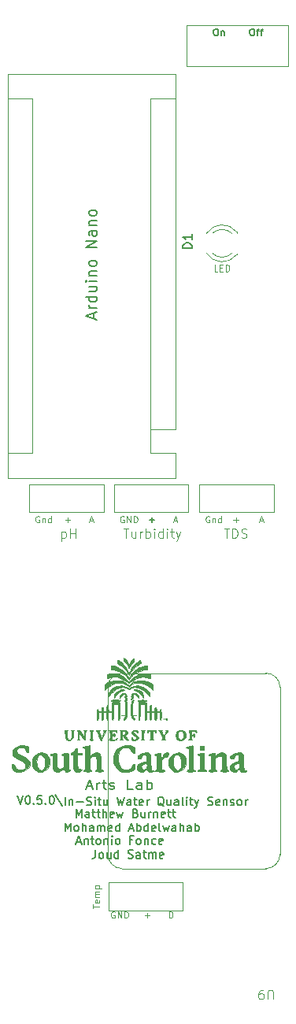
<source format=gbr>
%TF.GenerationSoftware,KiCad,Pcbnew,8.0.8*%
%TF.CreationDate,2025-06-09T14:52:27-04:00*%
%TF.ProjectId,V0.5.0,56302e35-2e30-42e6-9b69-6361645f7063,rev?*%
%TF.SameCoordinates,Original*%
%TF.FileFunction,Legend,Top*%
%TF.FilePolarity,Positive*%
%FSLAX46Y46*%
G04 Gerber Fmt 4.6, Leading zero omitted, Abs format (unit mm)*
G04 Created by KiCad (PCBNEW 8.0.8) date 2025-06-09 14:52:27*
%MOMM*%
%LPD*%
G01*
G04 APERTURE LIST*
%ADD10C,0.200000*%
%ADD11C,0.120000*%
%ADD12C,0.140000*%
%ADD13C,0.150000*%
%ADD14C,0.090000*%
%ADD15C,0.080000*%
%ADD16C,0.075000*%
%ADD17C,0.100000*%
%ADD18C,0.010000*%
G04 APERTURE END LIST*
D10*
X107191885Y-59378570D02*
X107191885Y-58807142D01*
X107534742Y-59492856D02*
X106334742Y-59092856D01*
X106334742Y-59092856D02*
X107534742Y-58692856D01*
X107534742Y-58292856D02*
X106734742Y-58292856D01*
X106963314Y-58292856D02*
X106849028Y-58235713D01*
X106849028Y-58235713D02*
X106791885Y-58178571D01*
X106791885Y-58178571D02*
X106734742Y-58064285D01*
X106734742Y-58064285D02*
X106734742Y-57949999D01*
X107534742Y-57035714D02*
X106334742Y-57035714D01*
X107477600Y-57035714D02*
X107534742Y-57149999D01*
X107534742Y-57149999D02*
X107534742Y-57378571D01*
X107534742Y-57378571D02*
X107477600Y-57492856D01*
X107477600Y-57492856D02*
X107420457Y-57549999D01*
X107420457Y-57549999D02*
X107306171Y-57607142D01*
X107306171Y-57607142D02*
X106963314Y-57607142D01*
X106963314Y-57607142D02*
X106849028Y-57549999D01*
X106849028Y-57549999D02*
X106791885Y-57492856D01*
X106791885Y-57492856D02*
X106734742Y-57378571D01*
X106734742Y-57378571D02*
X106734742Y-57149999D01*
X106734742Y-57149999D02*
X106791885Y-57035714D01*
X106734742Y-55950000D02*
X107534742Y-55950000D01*
X106734742Y-56464285D02*
X107363314Y-56464285D01*
X107363314Y-56464285D02*
X107477600Y-56407142D01*
X107477600Y-56407142D02*
X107534742Y-56292857D01*
X107534742Y-56292857D02*
X107534742Y-56121428D01*
X107534742Y-56121428D02*
X107477600Y-56007142D01*
X107477600Y-56007142D02*
X107420457Y-55950000D01*
X107534742Y-55378571D02*
X106734742Y-55378571D01*
X106334742Y-55378571D02*
X106391885Y-55435714D01*
X106391885Y-55435714D02*
X106449028Y-55378571D01*
X106449028Y-55378571D02*
X106391885Y-55321428D01*
X106391885Y-55321428D02*
X106334742Y-55378571D01*
X106334742Y-55378571D02*
X106449028Y-55378571D01*
X106734742Y-54807142D02*
X107534742Y-54807142D01*
X106849028Y-54807142D02*
X106791885Y-54749999D01*
X106791885Y-54749999D02*
X106734742Y-54635714D01*
X106734742Y-54635714D02*
X106734742Y-54464285D01*
X106734742Y-54464285D02*
X106791885Y-54349999D01*
X106791885Y-54349999D02*
X106906171Y-54292857D01*
X106906171Y-54292857D02*
X107534742Y-54292857D01*
X107534742Y-53550000D02*
X107477600Y-53664285D01*
X107477600Y-53664285D02*
X107420457Y-53721428D01*
X107420457Y-53721428D02*
X107306171Y-53778571D01*
X107306171Y-53778571D02*
X106963314Y-53778571D01*
X106963314Y-53778571D02*
X106849028Y-53721428D01*
X106849028Y-53721428D02*
X106791885Y-53664285D01*
X106791885Y-53664285D02*
X106734742Y-53550000D01*
X106734742Y-53550000D02*
X106734742Y-53378571D01*
X106734742Y-53378571D02*
X106791885Y-53264285D01*
X106791885Y-53264285D02*
X106849028Y-53207143D01*
X106849028Y-53207143D02*
X106963314Y-53150000D01*
X106963314Y-53150000D02*
X107306171Y-53150000D01*
X107306171Y-53150000D02*
X107420457Y-53207143D01*
X107420457Y-53207143D02*
X107477600Y-53264285D01*
X107477600Y-53264285D02*
X107534742Y-53378571D01*
X107534742Y-53378571D02*
X107534742Y-53550000D01*
X107534742Y-51721428D02*
X106334742Y-51721428D01*
X106334742Y-51721428D02*
X107534742Y-51035714D01*
X107534742Y-51035714D02*
X106334742Y-51035714D01*
X107534742Y-49950000D02*
X106906171Y-49950000D01*
X106906171Y-49950000D02*
X106791885Y-50007142D01*
X106791885Y-50007142D02*
X106734742Y-50121428D01*
X106734742Y-50121428D02*
X106734742Y-50350000D01*
X106734742Y-50350000D02*
X106791885Y-50464285D01*
X107477600Y-49950000D02*
X107534742Y-50064285D01*
X107534742Y-50064285D02*
X107534742Y-50350000D01*
X107534742Y-50350000D02*
X107477600Y-50464285D01*
X107477600Y-50464285D02*
X107363314Y-50521428D01*
X107363314Y-50521428D02*
X107249028Y-50521428D01*
X107249028Y-50521428D02*
X107134742Y-50464285D01*
X107134742Y-50464285D02*
X107077600Y-50350000D01*
X107077600Y-50350000D02*
X107077600Y-50064285D01*
X107077600Y-50064285D02*
X107020457Y-49950000D01*
X106734742Y-49378571D02*
X107534742Y-49378571D01*
X106849028Y-49378571D02*
X106791885Y-49321428D01*
X106791885Y-49321428D02*
X106734742Y-49207143D01*
X106734742Y-49207143D02*
X106734742Y-49035714D01*
X106734742Y-49035714D02*
X106791885Y-48921428D01*
X106791885Y-48921428D02*
X106906171Y-48864286D01*
X106906171Y-48864286D02*
X107534742Y-48864286D01*
X107534742Y-48121429D02*
X107477600Y-48235714D01*
X107477600Y-48235714D02*
X107420457Y-48292857D01*
X107420457Y-48292857D02*
X107306171Y-48350000D01*
X107306171Y-48350000D02*
X106963314Y-48350000D01*
X106963314Y-48350000D02*
X106849028Y-48292857D01*
X106849028Y-48292857D02*
X106791885Y-48235714D01*
X106791885Y-48235714D02*
X106734742Y-48121429D01*
X106734742Y-48121429D02*
X106734742Y-47950000D01*
X106734742Y-47950000D02*
X106791885Y-47835714D01*
X106791885Y-47835714D02*
X106849028Y-47778572D01*
X106849028Y-47778572D02*
X106963314Y-47721429D01*
X106963314Y-47721429D02*
X107306171Y-47721429D01*
X107306171Y-47721429D02*
X107420457Y-47778572D01*
X107420457Y-47778572D02*
X107477600Y-47835714D01*
X107477600Y-47835714D02*
X107534742Y-47950000D01*
X107534742Y-47950000D02*
X107534742Y-48121429D01*
D11*
X109466667Y-123150926D02*
X109400000Y-123117593D01*
X109400000Y-123117593D02*
X109300000Y-123117593D01*
X109300000Y-123117593D02*
X109200000Y-123150926D01*
X109200000Y-123150926D02*
X109133334Y-123217593D01*
X109133334Y-123217593D02*
X109100000Y-123284260D01*
X109100000Y-123284260D02*
X109066667Y-123417593D01*
X109066667Y-123417593D02*
X109066667Y-123517593D01*
X109066667Y-123517593D02*
X109100000Y-123650926D01*
X109100000Y-123650926D02*
X109133334Y-123717593D01*
X109133334Y-123717593D02*
X109200000Y-123784260D01*
X109200000Y-123784260D02*
X109300000Y-123817593D01*
X109300000Y-123817593D02*
X109366667Y-123817593D01*
X109366667Y-123817593D02*
X109466667Y-123784260D01*
X109466667Y-123784260D02*
X109500000Y-123750926D01*
X109500000Y-123750926D02*
X109500000Y-123517593D01*
X109500000Y-123517593D02*
X109366667Y-123517593D01*
X109800000Y-123817593D02*
X109800000Y-123117593D01*
X109800000Y-123117593D02*
X110200000Y-123817593D01*
X110200000Y-123817593D02*
X110200000Y-123117593D01*
X110533333Y-123817593D02*
X110533333Y-123117593D01*
X110533333Y-123117593D02*
X110700000Y-123117593D01*
X110700000Y-123117593D02*
X110800000Y-123150926D01*
X110800000Y-123150926D02*
X110866667Y-123217593D01*
X110866667Y-123217593D02*
X110900000Y-123284260D01*
X110900000Y-123284260D02*
X110933333Y-123417593D01*
X110933333Y-123417593D02*
X110933333Y-123517593D01*
X110933333Y-123517593D02*
X110900000Y-123650926D01*
X110900000Y-123650926D02*
X110866667Y-123717593D01*
X110866667Y-123717593D02*
X110800000Y-123784260D01*
X110800000Y-123784260D02*
X110700000Y-123817593D01*
X110700000Y-123817593D02*
X110533333Y-123817593D01*
X110466667Y-80650926D02*
X110400000Y-80617593D01*
X110400000Y-80617593D02*
X110300000Y-80617593D01*
X110300000Y-80617593D02*
X110200000Y-80650926D01*
X110200000Y-80650926D02*
X110133334Y-80717593D01*
X110133334Y-80717593D02*
X110100000Y-80784260D01*
X110100000Y-80784260D02*
X110066667Y-80917593D01*
X110066667Y-80917593D02*
X110066667Y-81017593D01*
X110066667Y-81017593D02*
X110100000Y-81150926D01*
X110100000Y-81150926D02*
X110133334Y-81217593D01*
X110133334Y-81217593D02*
X110200000Y-81284260D01*
X110200000Y-81284260D02*
X110300000Y-81317593D01*
X110300000Y-81317593D02*
X110366667Y-81317593D01*
X110366667Y-81317593D02*
X110466667Y-81284260D01*
X110466667Y-81284260D02*
X110500000Y-81250926D01*
X110500000Y-81250926D02*
X110500000Y-81017593D01*
X110500000Y-81017593D02*
X110366667Y-81017593D01*
X110800000Y-81317593D02*
X110800000Y-80617593D01*
X110800000Y-80617593D02*
X111200000Y-81317593D01*
X111200000Y-81317593D02*
X111200000Y-80617593D01*
X111533333Y-81317593D02*
X111533333Y-80617593D01*
X111533333Y-80617593D02*
X111700000Y-80617593D01*
X111700000Y-80617593D02*
X111800000Y-80650926D01*
X111800000Y-80650926D02*
X111866667Y-80717593D01*
X111866667Y-80717593D02*
X111900000Y-80784260D01*
X111900000Y-80784260D02*
X111933333Y-80917593D01*
X111933333Y-80917593D02*
X111933333Y-81017593D01*
X111933333Y-81017593D02*
X111900000Y-81150926D01*
X111900000Y-81150926D02*
X111866667Y-81217593D01*
X111866667Y-81217593D02*
X111800000Y-81284260D01*
X111800000Y-81284260D02*
X111700000Y-81317593D01*
X111700000Y-81317593D02*
X111533333Y-81317593D01*
X121238095Y-81956379D02*
X121809523Y-81956379D01*
X121523809Y-82956379D02*
X121523809Y-81956379D01*
X122142857Y-82956379D02*
X122142857Y-81956379D01*
X122142857Y-81956379D02*
X122380952Y-81956379D01*
X122380952Y-81956379D02*
X122523809Y-82003998D01*
X122523809Y-82003998D02*
X122619047Y-82099236D01*
X122619047Y-82099236D02*
X122666666Y-82194474D01*
X122666666Y-82194474D02*
X122714285Y-82384950D01*
X122714285Y-82384950D02*
X122714285Y-82527807D01*
X122714285Y-82527807D02*
X122666666Y-82718283D01*
X122666666Y-82718283D02*
X122619047Y-82813521D01*
X122619047Y-82813521D02*
X122523809Y-82908760D01*
X122523809Y-82908760D02*
X122380952Y-82956379D01*
X122380952Y-82956379D02*
X122142857Y-82956379D01*
X123095238Y-82908760D02*
X123238095Y-82956379D01*
X123238095Y-82956379D02*
X123476190Y-82956379D01*
X123476190Y-82956379D02*
X123571428Y-82908760D01*
X123571428Y-82908760D02*
X123619047Y-82861140D01*
X123619047Y-82861140D02*
X123666666Y-82765902D01*
X123666666Y-82765902D02*
X123666666Y-82670664D01*
X123666666Y-82670664D02*
X123619047Y-82575426D01*
X123619047Y-82575426D02*
X123571428Y-82527807D01*
X123571428Y-82527807D02*
X123476190Y-82480188D01*
X123476190Y-82480188D02*
X123285714Y-82432569D01*
X123285714Y-82432569D02*
X123190476Y-82384950D01*
X123190476Y-82384950D02*
X123142857Y-82337331D01*
X123142857Y-82337331D02*
X123095238Y-82242093D01*
X123095238Y-82242093D02*
X123095238Y-82146855D01*
X123095238Y-82146855D02*
X123142857Y-82051617D01*
X123142857Y-82051617D02*
X123190476Y-82003998D01*
X123190476Y-82003998D02*
X123285714Y-81956379D01*
X123285714Y-81956379D02*
X123523809Y-81956379D01*
X123523809Y-81956379D02*
X123666666Y-82003998D01*
X115833333Y-81117593D02*
X116166666Y-81117593D01*
X115766666Y-81317593D02*
X116000000Y-80617593D01*
X116000000Y-80617593D02*
X116233333Y-81317593D01*
D10*
X107410591Y-116497187D02*
X107410591Y-117140044D01*
X107410591Y-117140044D02*
X107367734Y-117268615D01*
X107367734Y-117268615D02*
X107282020Y-117354330D01*
X107282020Y-117354330D02*
X107153448Y-117397187D01*
X107153448Y-117397187D02*
X107067734Y-117397187D01*
X107967734Y-117397187D02*
X107882019Y-117354330D01*
X107882019Y-117354330D02*
X107839162Y-117311472D01*
X107839162Y-117311472D02*
X107796305Y-117225758D01*
X107796305Y-117225758D02*
X107796305Y-116968615D01*
X107796305Y-116968615D02*
X107839162Y-116882901D01*
X107839162Y-116882901D02*
X107882019Y-116840044D01*
X107882019Y-116840044D02*
X107967734Y-116797187D01*
X107967734Y-116797187D02*
X108096305Y-116797187D01*
X108096305Y-116797187D02*
X108182019Y-116840044D01*
X108182019Y-116840044D02*
X108224877Y-116882901D01*
X108224877Y-116882901D02*
X108267734Y-116968615D01*
X108267734Y-116968615D02*
X108267734Y-117225758D01*
X108267734Y-117225758D02*
X108224877Y-117311472D01*
X108224877Y-117311472D02*
X108182019Y-117354330D01*
X108182019Y-117354330D02*
X108096305Y-117397187D01*
X108096305Y-117397187D02*
X107967734Y-117397187D01*
X109039163Y-116797187D02*
X109039163Y-117397187D01*
X108653448Y-116797187D02*
X108653448Y-117268615D01*
X108653448Y-117268615D02*
X108696305Y-117354330D01*
X108696305Y-117354330D02*
X108782020Y-117397187D01*
X108782020Y-117397187D02*
X108910591Y-117397187D01*
X108910591Y-117397187D02*
X108996305Y-117354330D01*
X108996305Y-117354330D02*
X109039163Y-117311472D01*
X109853449Y-117397187D02*
X109853449Y-116497187D01*
X109853449Y-117354330D02*
X109767734Y-117397187D01*
X109767734Y-117397187D02*
X109596306Y-117397187D01*
X109596306Y-117397187D02*
X109510591Y-117354330D01*
X109510591Y-117354330D02*
X109467734Y-117311472D01*
X109467734Y-117311472D02*
X109424877Y-117225758D01*
X109424877Y-117225758D02*
X109424877Y-116968615D01*
X109424877Y-116968615D02*
X109467734Y-116882901D01*
X109467734Y-116882901D02*
X109510591Y-116840044D01*
X109510591Y-116840044D02*
X109596306Y-116797187D01*
X109596306Y-116797187D02*
X109767734Y-116797187D01*
X109767734Y-116797187D02*
X109853449Y-116840044D01*
X110924877Y-117354330D02*
X111053449Y-117397187D01*
X111053449Y-117397187D02*
X111267734Y-117397187D01*
X111267734Y-117397187D02*
X111353449Y-117354330D01*
X111353449Y-117354330D02*
X111396306Y-117311472D01*
X111396306Y-117311472D02*
X111439163Y-117225758D01*
X111439163Y-117225758D02*
X111439163Y-117140044D01*
X111439163Y-117140044D02*
X111396306Y-117054330D01*
X111396306Y-117054330D02*
X111353449Y-117011472D01*
X111353449Y-117011472D02*
X111267734Y-116968615D01*
X111267734Y-116968615D02*
X111096306Y-116925758D01*
X111096306Y-116925758D02*
X111010591Y-116882901D01*
X111010591Y-116882901D02*
X110967734Y-116840044D01*
X110967734Y-116840044D02*
X110924877Y-116754330D01*
X110924877Y-116754330D02*
X110924877Y-116668615D01*
X110924877Y-116668615D02*
X110967734Y-116582901D01*
X110967734Y-116582901D02*
X111010591Y-116540044D01*
X111010591Y-116540044D02*
X111096306Y-116497187D01*
X111096306Y-116497187D02*
X111310591Y-116497187D01*
X111310591Y-116497187D02*
X111439163Y-116540044D01*
X112210592Y-117397187D02*
X112210592Y-116925758D01*
X112210592Y-116925758D02*
X112167734Y-116840044D01*
X112167734Y-116840044D02*
X112082020Y-116797187D01*
X112082020Y-116797187D02*
X111910592Y-116797187D01*
X111910592Y-116797187D02*
X111824877Y-116840044D01*
X112210592Y-117354330D02*
X112124877Y-117397187D01*
X112124877Y-117397187D02*
X111910592Y-117397187D01*
X111910592Y-117397187D02*
X111824877Y-117354330D01*
X111824877Y-117354330D02*
X111782020Y-117268615D01*
X111782020Y-117268615D02*
X111782020Y-117182901D01*
X111782020Y-117182901D02*
X111824877Y-117097187D01*
X111824877Y-117097187D02*
X111910592Y-117054330D01*
X111910592Y-117054330D02*
X112124877Y-117054330D01*
X112124877Y-117054330D02*
X112210592Y-117011472D01*
X112510592Y-116797187D02*
X112853449Y-116797187D01*
X112639163Y-116497187D02*
X112639163Y-117268615D01*
X112639163Y-117268615D02*
X112682020Y-117354330D01*
X112682020Y-117354330D02*
X112767735Y-117397187D01*
X112767735Y-117397187D02*
X112853449Y-117397187D01*
X113153449Y-117397187D02*
X113153449Y-116797187D01*
X113153449Y-116882901D02*
X113196306Y-116840044D01*
X113196306Y-116840044D02*
X113282021Y-116797187D01*
X113282021Y-116797187D02*
X113410592Y-116797187D01*
X113410592Y-116797187D02*
X113496306Y-116840044D01*
X113496306Y-116840044D02*
X113539164Y-116925758D01*
X113539164Y-116925758D02*
X113539164Y-117397187D01*
X113539164Y-116925758D02*
X113582021Y-116840044D01*
X113582021Y-116840044D02*
X113667735Y-116797187D01*
X113667735Y-116797187D02*
X113796306Y-116797187D01*
X113796306Y-116797187D02*
X113882021Y-116840044D01*
X113882021Y-116840044D02*
X113924878Y-116925758D01*
X113924878Y-116925758D02*
X113924878Y-117397187D01*
X114696306Y-117354330D02*
X114610592Y-117397187D01*
X114610592Y-117397187D02*
X114439164Y-117397187D01*
X114439164Y-117397187D02*
X114353449Y-117354330D01*
X114353449Y-117354330D02*
X114310592Y-117268615D01*
X114310592Y-117268615D02*
X114310592Y-116925758D01*
X114310592Y-116925758D02*
X114353449Y-116840044D01*
X114353449Y-116840044D02*
X114439164Y-116797187D01*
X114439164Y-116797187D02*
X114610592Y-116797187D01*
X114610592Y-116797187D02*
X114696306Y-116840044D01*
X114696306Y-116840044D02*
X114739164Y-116925758D01*
X114739164Y-116925758D02*
X114739164Y-117011472D01*
X114739164Y-117011472D02*
X114310592Y-117097187D01*
D11*
X110404762Y-81956379D02*
X110976190Y-81956379D01*
X110690476Y-82956379D02*
X110690476Y-81956379D01*
X111738095Y-82289712D02*
X111738095Y-82956379D01*
X111309524Y-82289712D02*
X111309524Y-82813521D01*
X111309524Y-82813521D02*
X111357143Y-82908760D01*
X111357143Y-82908760D02*
X111452381Y-82956379D01*
X111452381Y-82956379D02*
X111595238Y-82956379D01*
X111595238Y-82956379D02*
X111690476Y-82908760D01*
X111690476Y-82908760D02*
X111738095Y-82861140D01*
X112214286Y-82956379D02*
X112214286Y-82289712D01*
X112214286Y-82480188D02*
X112261905Y-82384950D01*
X112261905Y-82384950D02*
X112309524Y-82337331D01*
X112309524Y-82337331D02*
X112404762Y-82289712D01*
X112404762Y-82289712D02*
X112500000Y-82289712D01*
X112833334Y-82956379D02*
X112833334Y-81956379D01*
X112833334Y-82337331D02*
X112928572Y-82289712D01*
X112928572Y-82289712D02*
X113119048Y-82289712D01*
X113119048Y-82289712D02*
X113214286Y-82337331D01*
X113214286Y-82337331D02*
X113261905Y-82384950D01*
X113261905Y-82384950D02*
X113309524Y-82480188D01*
X113309524Y-82480188D02*
X113309524Y-82765902D01*
X113309524Y-82765902D02*
X113261905Y-82861140D01*
X113261905Y-82861140D02*
X113214286Y-82908760D01*
X113214286Y-82908760D02*
X113119048Y-82956379D01*
X113119048Y-82956379D02*
X112928572Y-82956379D01*
X112928572Y-82956379D02*
X112833334Y-82908760D01*
X113738096Y-82956379D02*
X113738096Y-82289712D01*
X113738096Y-81956379D02*
X113690477Y-82003998D01*
X113690477Y-82003998D02*
X113738096Y-82051617D01*
X113738096Y-82051617D02*
X113785715Y-82003998D01*
X113785715Y-82003998D02*
X113738096Y-81956379D01*
X113738096Y-81956379D02*
X113738096Y-82051617D01*
X114642857Y-82956379D02*
X114642857Y-81956379D01*
X114642857Y-82908760D02*
X114547619Y-82956379D01*
X114547619Y-82956379D02*
X114357143Y-82956379D01*
X114357143Y-82956379D02*
X114261905Y-82908760D01*
X114261905Y-82908760D02*
X114214286Y-82861140D01*
X114214286Y-82861140D02*
X114166667Y-82765902D01*
X114166667Y-82765902D02*
X114166667Y-82480188D01*
X114166667Y-82480188D02*
X114214286Y-82384950D01*
X114214286Y-82384950D02*
X114261905Y-82337331D01*
X114261905Y-82337331D02*
X114357143Y-82289712D01*
X114357143Y-82289712D02*
X114547619Y-82289712D01*
X114547619Y-82289712D02*
X114642857Y-82337331D01*
X115119048Y-82956379D02*
X115119048Y-82289712D01*
X115119048Y-81956379D02*
X115071429Y-82003998D01*
X115071429Y-82003998D02*
X115119048Y-82051617D01*
X115119048Y-82051617D02*
X115166667Y-82003998D01*
X115166667Y-82003998D02*
X115119048Y-81956379D01*
X115119048Y-81956379D02*
X115119048Y-82051617D01*
X115452381Y-82289712D02*
X115833333Y-82289712D01*
X115595238Y-81956379D02*
X115595238Y-82813521D01*
X115595238Y-82813521D02*
X115642857Y-82908760D01*
X115642857Y-82908760D02*
X115738095Y-82956379D01*
X115738095Y-82956379D02*
X115833333Y-82956379D01*
X116071429Y-82289712D02*
X116309524Y-82956379D01*
X116547619Y-82289712D02*
X116309524Y-82956379D01*
X116309524Y-82956379D02*
X116214286Y-83194474D01*
X116214286Y-83194474D02*
X116166667Y-83242093D01*
X116166667Y-83242093D02*
X116071429Y-83289712D01*
X120550000Y-54317593D02*
X120216666Y-54317593D01*
X120216666Y-54317593D02*
X120216666Y-53617593D01*
X120783333Y-53950926D02*
X121016667Y-53950926D01*
X121116667Y-54317593D02*
X120783333Y-54317593D01*
X120783333Y-54317593D02*
X120783333Y-53617593D01*
X120783333Y-53617593D02*
X121116667Y-53617593D01*
X121416666Y-54317593D02*
X121416666Y-53617593D01*
X121416666Y-53617593D02*
X121583333Y-53617593D01*
X121583333Y-53617593D02*
X121683333Y-53650926D01*
X121683333Y-53650926D02*
X121750000Y-53717593D01*
X121750000Y-53717593D02*
X121783333Y-53784260D01*
X121783333Y-53784260D02*
X121816666Y-53917593D01*
X121816666Y-53917593D02*
X121816666Y-54017593D01*
X121816666Y-54017593D02*
X121783333Y-54150926D01*
X121783333Y-54150926D02*
X121750000Y-54217593D01*
X121750000Y-54217593D02*
X121683333Y-54284260D01*
X121683333Y-54284260D02*
X121583333Y-54317593D01*
X121583333Y-54317593D02*
X121416666Y-54317593D01*
D10*
X105328570Y-113005957D02*
X105328570Y-112105957D01*
X105328570Y-112105957D02*
X105628570Y-112748814D01*
X105628570Y-112748814D02*
X105928570Y-112105957D01*
X105928570Y-112105957D02*
X105928570Y-113005957D01*
X106742856Y-113005957D02*
X106742856Y-112534528D01*
X106742856Y-112534528D02*
X106699998Y-112448814D01*
X106699998Y-112448814D02*
X106614284Y-112405957D01*
X106614284Y-112405957D02*
X106442856Y-112405957D01*
X106442856Y-112405957D02*
X106357141Y-112448814D01*
X106742856Y-112963100D02*
X106657141Y-113005957D01*
X106657141Y-113005957D02*
X106442856Y-113005957D01*
X106442856Y-113005957D02*
X106357141Y-112963100D01*
X106357141Y-112963100D02*
X106314284Y-112877385D01*
X106314284Y-112877385D02*
X106314284Y-112791671D01*
X106314284Y-112791671D02*
X106357141Y-112705957D01*
X106357141Y-112705957D02*
X106442856Y-112663100D01*
X106442856Y-112663100D02*
X106657141Y-112663100D01*
X106657141Y-112663100D02*
X106742856Y-112620242D01*
X107042856Y-112405957D02*
X107385713Y-112405957D01*
X107171427Y-112105957D02*
X107171427Y-112877385D01*
X107171427Y-112877385D02*
X107214284Y-112963100D01*
X107214284Y-112963100D02*
X107299999Y-113005957D01*
X107299999Y-113005957D02*
X107385713Y-113005957D01*
X107557142Y-112405957D02*
X107899999Y-112405957D01*
X107685713Y-112105957D02*
X107685713Y-112877385D01*
X107685713Y-112877385D02*
X107728570Y-112963100D01*
X107728570Y-112963100D02*
X107814285Y-113005957D01*
X107814285Y-113005957D02*
X107899999Y-113005957D01*
X108199999Y-113005957D02*
X108199999Y-112105957D01*
X108585714Y-113005957D02*
X108585714Y-112534528D01*
X108585714Y-112534528D02*
X108542856Y-112448814D01*
X108542856Y-112448814D02*
X108457142Y-112405957D01*
X108457142Y-112405957D02*
X108328571Y-112405957D01*
X108328571Y-112405957D02*
X108242856Y-112448814D01*
X108242856Y-112448814D02*
X108199999Y-112491671D01*
X109357142Y-112963100D02*
X109271428Y-113005957D01*
X109271428Y-113005957D02*
X109100000Y-113005957D01*
X109100000Y-113005957D02*
X109014285Y-112963100D01*
X109014285Y-112963100D02*
X108971428Y-112877385D01*
X108971428Y-112877385D02*
X108971428Y-112534528D01*
X108971428Y-112534528D02*
X109014285Y-112448814D01*
X109014285Y-112448814D02*
X109100000Y-112405957D01*
X109100000Y-112405957D02*
X109271428Y-112405957D01*
X109271428Y-112405957D02*
X109357142Y-112448814D01*
X109357142Y-112448814D02*
X109400000Y-112534528D01*
X109400000Y-112534528D02*
X109400000Y-112620242D01*
X109400000Y-112620242D02*
X108971428Y-112705957D01*
X109700000Y-112405957D02*
X109871429Y-113005957D01*
X109871429Y-113005957D02*
X110042857Y-112577385D01*
X110042857Y-112577385D02*
X110214286Y-113005957D01*
X110214286Y-113005957D02*
X110385714Y-112405957D01*
X111714285Y-112534528D02*
X111842857Y-112577385D01*
X111842857Y-112577385D02*
X111885714Y-112620242D01*
X111885714Y-112620242D02*
X111928571Y-112705957D01*
X111928571Y-112705957D02*
X111928571Y-112834528D01*
X111928571Y-112834528D02*
X111885714Y-112920242D01*
X111885714Y-112920242D02*
X111842857Y-112963100D01*
X111842857Y-112963100D02*
X111757142Y-113005957D01*
X111757142Y-113005957D02*
X111414285Y-113005957D01*
X111414285Y-113005957D02*
X111414285Y-112105957D01*
X111414285Y-112105957D02*
X111714285Y-112105957D01*
X111714285Y-112105957D02*
X111800000Y-112148814D01*
X111800000Y-112148814D02*
X111842857Y-112191671D01*
X111842857Y-112191671D02*
X111885714Y-112277385D01*
X111885714Y-112277385D02*
X111885714Y-112363100D01*
X111885714Y-112363100D02*
X111842857Y-112448814D01*
X111842857Y-112448814D02*
X111800000Y-112491671D01*
X111800000Y-112491671D02*
X111714285Y-112534528D01*
X111714285Y-112534528D02*
X111414285Y-112534528D01*
X112700000Y-112405957D02*
X112700000Y-113005957D01*
X112314285Y-112405957D02*
X112314285Y-112877385D01*
X112314285Y-112877385D02*
X112357142Y-112963100D01*
X112357142Y-112963100D02*
X112442857Y-113005957D01*
X112442857Y-113005957D02*
X112571428Y-113005957D01*
X112571428Y-113005957D02*
X112657142Y-112963100D01*
X112657142Y-112963100D02*
X112700000Y-112920242D01*
X113128571Y-113005957D02*
X113128571Y-112405957D01*
X113128571Y-112577385D02*
X113171428Y-112491671D01*
X113171428Y-112491671D02*
X113214286Y-112448814D01*
X113214286Y-112448814D02*
X113300000Y-112405957D01*
X113300000Y-112405957D02*
X113385714Y-112405957D01*
X113685714Y-112405957D02*
X113685714Y-113005957D01*
X113685714Y-112491671D02*
X113728571Y-112448814D01*
X113728571Y-112448814D02*
X113814286Y-112405957D01*
X113814286Y-112405957D02*
X113942857Y-112405957D01*
X113942857Y-112405957D02*
X114028571Y-112448814D01*
X114028571Y-112448814D02*
X114071429Y-112534528D01*
X114071429Y-112534528D02*
X114071429Y-113005957D01*
X114842857Y-112963100D02*
X114757143Y-113005957D01*
X114757143Y-113005957D02*
X114585715Y-113005957D01*
X114585715Y-113005957D02*
X114500000Y-112963100D01*
X114500000Y-112963100D02*
X114457143Y-112877385D01*
X114457143Y-112877385D02*
X114457143Y-112534528D01*
X114457143Y-112534528D02*
X114500000Y-112448814D01*
X114500000Y-112448814D02*
X114585715Y-112405957D01*
X114585715Y-112405957D02*
X114757143Y-112405957D01*
X114757143Y-112405957D02*
X114842857Y-112448814D01*
X114842857Y-112448814D02*
X114885715Y-112534528D01*
X114885715Y-112534528D02*
X114885715Y-112620242D01*
X114885715Y-112620242D02*
X114457143Y-112705957D01*
X115142858Y-112405957D02*
X115485715Y-112405957D01*
X115271429Y-112105957D02*
X115271429Y-112877385D01*
X115271429Y-112877385D02*
X115314286Y-112963100D01*
X115314286Y-112963100D02*
X115400001Y-113005957D01*
X115400001Y-113005957D02*
X115485715Y-113005957D01*
X115657144Y-112405957D02*
X116000001Y-112405957D01*
X115785715Y-112105957D02*
X115785715Y-112877385D01*
X115785715Y-112877385D02*
X115828572Y-112963100D01*
X115828572Y-112963100D02*
X115914287Y-113005957D01*
X115914287Y-113005957D02*
X116000001Y-113005957D01*
X104149999Y-111705957D02*
X104149999Y-110805957D01*
X104578570Y-111105957D02*
X104578570Y-111705957D01*
X104578570Y-111191671D02*
X104621427Y-111148814D01*
X104621427Y-111148814D02*
X104707142Y-111105957D01*
X104707142Y-111105957D02*
X104835713Y-111105957D01*
X104835713Y-111105957D02*
X104921427Y-111148814D01*
X104921427Y-111148814D02*
X104964285Y-111234528D01*
X104964285Y-111234528D02*
X104964285Y-111705957D01*
X105392856Y-111363100D02*
X106078571Y-111363100D01*
X106464285Y-111663100D02*
X106592857Y-111705957D01*
X106592857Y-111705957D02*
X106807142Y-111705957D01*
X106807142Y-111705957D02*
X106892857Y-111663100D01*
X106892857Y-111663100D02*
X106935714Y-111620242D01*
X106935714Y-111620242D02*
X106978571Y-111534528D01*
X106978571Y-111534528D02*
X106978571Y-111448814D01*
X106978571Y-111448814D02*
X106935714Y-111363100D01*
X106935714Y-111363100D02*
X106892857Y-111320242D01*
X106892857Y-111320242D02*
X106807142Y-111277385D01*
X106807142Y-111277385D02*
X106635714Y-111234528D01*
X106635714Y-111234528D02*
X106549999Y-111191671D01*
X106549999Y-111191671D02*
X106507142Y-111148814D01*
X106507142Y-111148814D02*
X106464285Y-111063100D01*
X106464285Y-111063100D02*
X106464285Y-110977385D01*
X106464285Y-110977385D02*
X106507142Y-110891671D01*
X106507142Y-110891671D02*
X106549999Y-110848814D01*
X106549999Y-110848814D02*
X106635714Y-110805957D01*
X106635714Y-110805957D02*
X106849999Y-110805957D01*
X106849999Y-110805957D02*
X106978571Y-110848814D01*
X107364285Y-111705957D02*
X107364285Y-111105957D01*
X107364285Y-110805957D02*
X107321428Y-110848814D01*
X107321428Y-110848814D02*
X107364285Y-110891671D01*
X107364285Y-110891671D02*
X107407142Y-110848814D01*
X107407142Y-110848814D02*
X107364285Y-110805957D01*
X107364285Y-110805957D02*
X107364285Y-110891671D01*
X107664285Y-111105957D02*
X108007142Y-111105957D01*
X107792856Y-110805957D02*
X107792856Y-111577385D01*
X107792856Y-111577385D02*
X107835713Y-111663100D01*
X107835713Y-111663100D02*
X107921428Y-111705957D01*
X107921428Y-111705957D02*
X108007142Y-111705957D01*
X108692857Y-111105957D02*
X108692857Y-111705957D01*
X108307142Y-111105957D02*
X108307142Y-111577385D01*
X108307142Y-111577385D02*
X108349999Y-111663100D01*
X108349999Y-111663100D02*
X108435714Y-111705957D01*
X108435714Y-111705957D02*
X108564285Y-111705957D01*
X108564285Y-111705957D02*
X108649999Y-111663100D01*
X108649999Y-111663100D02*
X108692857Y-111620242D01*
X109721428Y-110805957D02*
X109935714Y-111705957D01*
X109935714Y-111705957D02*
X110107142Y-111063100D01*
X110107142Y-111063100D02*
X110278571Y-111705957D01*
X110278571Y-111705957D02*
X110492857Y-110805957D01*
X111221428Y-111705957D02*
X111221428Y-111234528D01*
X111221428Y-111234528D02*
X111178570Y-111148814D01*
X111178570Y-111148814D02*
X111092856Y-111105957D01*
X111092856Y-111105957D02*
X110921428Y-111105957D01*
X110921428Y-111105957D02*
X110835713Y-111148814D01*
X111221428Y-111663100D02*
X111135713Y-111705957D01*
X111135713Y-111705957D02*
X110921428Y-111705957D01*
X110921428Y-111705957D02*
X110835713Y-111663100D01*
X110835713Y-111663100D02*
X110792856Y-111577385D01*
X110792856Y-111577385D02*
X110792856Y-111491671D01*
X110792856Y-111491671D02*
X110835713Y-111405957D01*
X110835713Y-111405957D02*
X110921428Y-111363100D01*
X110921428Y-111363100D02*
X111135713Y-111363100D01*
X111135713Y-111363100D02*
X111221428Y-111320242D01*
X111521428Y-111105957D02*
X111864285Y-111105957D01*
X111649999Y-110805957D02*
X111649999Y-111577385D01*
X111649999Y-111577385D02*
X111692856Y-111663100D01*
X111692856Y-111663100D02*
X111778571Y-111705957D01*
X111778571Y-111705957D02*
X111864285Y-111705957D01*
X112507142Y-111663100D02*
X112421428Y-111705957D01*
X112421428Y-111705957D02*
X112250000Y-111705957D01*
X112250000Y-111705957D02*
X112164285Y-111663100D01*
X112164285Y-111663100D02*
X112121428Y-111577385D01*
X112121428Y-111577385D02*
X112121428Y-111234528D01*
X112121428Y-111234528D02*
X112164285Y-111148814D01*
X112164285Y-111148814D02*
X112250000Y-111105957D01*
X112250000Y-111105957D02*
X112421428Y-111105957D01*
X112421428Y-111105957D02*
X112507142Y-111148814D01*
X112507142Y-111148814D02*
X112550000Y-111234528D01*
X112550000Y-111234528D02*
X112550000Y-111320242D01*
X112550000Y-111320242D02*
X112121428Y-111405957D01*
X112935714Y-111705957D02*
X112935714Y-111105957D01*
X112935714Y-111277385D02*
X112978571Y-111191671D01*
X112978571Y-111191671D02*
X113021429Y-111148814D01*
X113021429Y-111148814D02*
X113107143Y-111105957D01*
X113107143Y-111105957D02*
X113192857Y-111105957D01*
X114778571Y-111791671D02*
X114692857Y-111748814D01*
X114692857Y-111748814D02*
X114607143Y-111663100D01*
X114607143Y-111663100D02*
X114478571Y-111534528D01*
X114478571Y-111534528D02*
X114392857Y-111491671D01*
X114392857Y-111491671D02*
X114307143Y-111491671D01*
X114350000Y-111705957D02*
X114264286Y-111663100D01*
X114264286Y-111663100D02*
X114178571Y-111577385D01*
X114178571Y-111577385D02*
X114135714Y-111405957D01*
X114135714Y-111405957D02*
X114135714Y-111105957D01*
X114135714Y-111105957D02*
X114178571Y-110934528D01*
X114178571Y-110934528D02*
X114264286Y-110848814D01*
X114264286Y-110848814D02*
X114350000Y-110805957D01*
X114350000Y-110805957D02*
X114521428Y-110805957D01*
X114521428Y-110805957D02*
X114607143Y-110848814D01*
X114607143Y-110848814D02*
X114692857Y-110934528D01*
X114692857Y-110934528D02*
X114735714Y-111105957D01*
X114735714Y-111105957D02*
X114735714Y-111405957D01*
X114735714Y-111405957D02*
X114692857Y-111577385D01*
X114692857Y-111577385D02*
X114607143Y-111663100D01*
X114607143Y-111663100D02*
X114521428Y-111705957D01*
X114521428Y-111705957D02*
X114350000Y-111705957D01*
X115507143Y-111105957D02*
X115507143Y-111705957D01*
X115121428Y-111105957D02*
X115121428Y-111577385D01*
X115121428Y-111577385D02*
X115164285Y-111663100D01*
X115164285Y-111663100D02*
X115250000Y-111705957D01*
X115250000Y-111705957D02*
X115378571Y-111705957D01*
X115378571Y-111705957D02*
X115464285Y-111663100D01*
X115464285Y-111663100D02*
X115507143Y-111620242D01*
X116321429Y-111705957D02*
X116321429Y-111234528D01*
X116321429Y-111234528D02*
X116278571Y-111148814D01*
X116278571Y-111148814D02*
X116192857Y-111105957D01*
X116192857Y-111105957D02*
X116021429Y-111105957D01*
X116021429Y-111105957D02*
X115935714Y-111148814D01*
X116321429Y-111663100D02*
X116235714Y-111705957D01*
X116235714Y-111705957D02*
X116021429Y-111705957D01*
X116021429Y-111705957D02*
X115935714Y-111663100D01*
X115935714Y-111663100D02*
X115892857Y-111577385D01*
X115892857Y-111577385D02*
X115892857Y-111491671D01*
X115892857Y-111491671D02*
X115935714Y-111405957D01*
X115935714Y-111405957D02*
X116021429Y-111363100D01*
X116021429Y-111363100D02*
X116235714Y-111363100D01*
X116235714Y-111363100D02*
X116321429Y-111320242D01*
X116878572Y-111705957D02*
X116792857Y-111663100D01*
X116792857Y-111663100D02*
X116750000Y-111577385D01*
X116750000Y-111577385D02*
X116750000Y-110805957D01*
X117221429Y-111705957D02*
X117221429Y-111105957D01*
X117221429Y-110805957D02*
X117178572Y-110848814D01*
X117178572Y-110848814D02*
X117221429Y-110891671D01*
X117221429Y-110891671D02*
X117264286Y-110848814D01*
X117264286Y-110848814D02*
X117221429Y-110805957D01*
X117221429Y-110805957D02*
X117221429Y-110891671D01*
X117521429Y-111105957D02*
X117864286Y-111105957D01*
X117650000Y-110805957D02*
X117650000Y-111577385D01*
X117650000Y-111577385D02*
X117692857Y-111663100D01*
X117692857Y-111663100D02*
X117778572Y-111705957D01*
X117778572Y-111705957D02*
X117864286Y-111705957D01*
X118078572Y-111105957D02*
X118292858Y-111705957D01*
X118507143Y-111105957D02*
X118292858Y-111705957D01*
X118292858Y-111705957D02*
X118207143Y-111920242D01*
X118207143Y-111920242D02*
X118164286Y-111963100D01*
X118164286Y-111963100D02*
X118078572Y-112005957D01*
X119492857Y-111663100D02*
X119621429Y-111705957D01*
X119621429Y-111705957D02*
X119835714Y-111705957D01*
X119835714Y-111705957D02*
X119921429Y-111663100D01*
X119921429Y-111663100D02*
X119964286Y-111620242D01*
X119964286Y-111620242D02*
X120007143Y-111534528D01*
X120007143Y-111534528D02*
X120007143Y-111448814D01*
X120007143Y-111448814D02*
X119964286Y-111363100D01*
X119964286Y-111363100D02*
X119921429Y-111320242D01*
X119921429Y-111320242D02*
X119835714Y-111277385D01*
X119835714Y-111277385D02*
X119664286Y-111234528D01*
X119664286Y-111234528D02*
X119578571Y-111191671D01*
X119578571Y-111191671D02*
X119535714Y-111148814D01*
X119535714Y-111148814D02*
X119492857Y-111063100D01*
X119492857Y-111063100D02*
X119492857Y-110977385D01*
X119492857Y-110977385D02*
X119535714Y-110891671D01*
X119535714Y-110891671D02*
X119578571Y-110848814D01*
X119578571Y-110848814D02*
X119664286Y-110805957D01*
X119664286Y-110805957D02*
X119878571Y-110805957D01*
X119878571Y-110805957D02*
X120007143Y-110848814D01*
X120735714Y-111663100D02*
X120650000Y-111705957D01*
X120650000Y-111705957D02*
X120478572Y-111705957D01*
X120478572Y-111705957D02*
X120392857Y-111663100D01*
X120392857Y-111663100D02*
X120350000Y-111577385D01*
X120350000Y-111577385D02*
X120350000Y-111234528D01*
X120350000Y-111234528D02*
X120392857Y-111148814D01*
X120392857Y-111148814D02*
X120478572Y-111105957D01*
X120478572Y-111105957D02*
X120650000Y-111105957D01*
X120650000Y-111105957D02*
X120735714Y-111148814D01*
X120735714Y-111148814D02*
X120778572Y-111234528D01*
X120778572Y-111234528D02*
X120778572Y-111320242D01*
X120778572Y-111320242D02*
X120350000Y-111405957D01*
X121164286Y-111105957D02*
X121164286Y-111705957D01*
X121164286Y-111191671D02*
X121207143Y-111148814D01*
X121207143Y-111148814D02*
X121292858Y-111105957D01*
X121292858Y-111105957D02*
X121421429Y-111105957D01*
X121421429Y-111105957D02*
X121507143Y-111148814D01*
X121507143Y-111148814D02*
X121550001Y-111234528D01*
X121550001Y-111234528D02*
X121550001Y-111705957D01*
X121935715Y-111663100D02*
X122021429Y-111705957D01*
X122021429Y-111705957D02*
X122192858Y-111705957D01*
X122192858Y-111705957D02*
X122278572Y-111663100D01*
X122278572Y-111663100D02*
X122321429Y-111577385D01*
X122321429Y-111577385D02*
X122321429Y-111534528D01*
X122321429Y-111534528D02*
X122278572Y-111448814D01*
X122278572Y-111448814D02*
X122192858Y-111405957D01*
X122192858Y-111405957D02*
X122064287Y-111405957D01*
X122064287Y-111405957D02*
X121978572Y-111363100D01*
X121978572Y-111363100D02*
X121935715Y-111277385D01*
X121935715Y-111277385D02*
X121935715Y-111234528D01*
X121935715Y-111234528D02*
X121978572Y-111148814D01*
X121978572Y-111148814D02*
X122064287Y-111105957D01*
X122064287Y-111105957D02*
X122192858Y-111105957D01*
X122192858Y-111105957D02*
X122278572Y-111148814D01*
X122835715Y-111705957D02*
X122750000Y-111663100D01*
X122750000Y-111663100D02*
X122707143Y-111620242D01*
X122707143Y-111620242D02*
X122664286Y-111534528D01*
X122664286Y-111534528D02*
X122664286Y-111277385D01*
X122664286Y-111277385D02*
X122707143Y-111191671D01*
X122707143Y-111191671D02*
X122750000Y-111148814D01*
X122750000Y-111148814D02*
X122835715Y-111105957D01*
X122835715Y-111105957D02*
X122964286Y-111105957D01*
X122964286Y-111105957D02*
X123050000Y-111148814D01*
X123050000Y-111148814D02*
X123092858Y-111191671D01*
X123092858Y-111191671D02*
X123135715Y-111277385D01*
X123135715Y-111277385D02*
X123135715Y-111534528D01*
X123135715Y-111534528D02*
X123092858Y-111620242D01*
X123092858Y-111620242D02*
X123050000Y-111663100D01*
X123050000Y-111663100D02*
X122964286Y-111705957D01*
X122964286Y-111705957D02*
X122835715Y-111705957D01*
X123521429Y-111705957D02*
X123521429Y-111105957D01*
X123521429Y-111277385D02*
X123564286Y-111191671D01*
X123564286Y-111191671D02*
X123607144Y-111148814D01*
X123607144Y-111148814D02*
X123692858Y-111105957D01*
X123692858Y-111105957D02*
X123778572Y-111105957D01*
X99007137Y-110690704D02*
X99307137Y-111590704D01*
X99307137Y-111590704D02*
X99607137Y-110690704D01*
X100078566Y-110690704D02*
X100164280Y-110690704D01*
X100164280Y-110690704D02*
X100249994Y-110733561D01*
X100249994Y-110733561D02*
X100292852Y-110776418D01*
X100292852Y-110776418D02*
X100335709Y-110862132D01*
X100335709Y-110862132D02*
X100378566Y-111033561D01*
X100378566Y-111033561D02*
X100378566Y-111247847D01*
X100378566Y-111247847D02*
X100335709Y-111419275D01*
X100335709Y-111419275D02*
X100292852Y-111504989D01*
X100292852Y-111504989D02*
X100249994Y-111547847D01*
X100249994Y-111547847D02*
X100164280Y-111590704D01*
X100164280Y-111590704D02*
X100078566Y-111590704D01*
X100078566Y-111590704D02*
X99992852Y-111547847D01*
X99992852Y-111547847D02*
X99949994Y-111504989D01*
X99949994Y-111504989D02*
X99907137Y-111419275D01*
X99907137Y-111419275D02*
X99864280Y-111247847D01*
X99864280Y-111247847D02*
X99864280Y-111033561D01*
X99864280Y-111033561D02*
X99907137Y-110862132D01*
X99907137Y-110862132D02*
X99949994Y-110776418D01*
X99949994Y-110776418D02*
X99992852Y-110733561D01*
X99992852Y-110733561D02*
X100078566Y-110690704D01*
X100764280Y-111504989D02*
X100807137Y-111547847D01*
X100807137Y-111547847D02*
X100764280Y-111590704D01*
X100764280Y-111590704D02*
X100721423Y-111547847D01*
X100721423Y-111547847D02*
X100764280Y-111504989D01*
X100764280Y-111504989D02*
X100764280Y-111590704D01*
X101621423Y-110690704D02*
X101192851Y-110690704D01*
X101192851Y-110690704D02*
X101149994Y-111119275D01*
X101149994Y-111119275D02*
X101192851Y-111076418D01*
X101192851Y-111076418D02*
X101278566Y-111033561D01*
X101278566Y-111033561D02*
X101492851Y-111033561D01*
X101492851Y-111033561D02*
X101578566Y-111076418D01*
X101578566Y-111076418D02*
X101621423Y-111119275D01*
X101621423Y-111119275D02*
X101664280Y-111204989D01*
X101664280Y-111204989D02*
X101664280Y-111419275D01*
X101664280Y-111419275D02*
X101621423Y-111504989D01*
X101621423Y-111504989D02*
X101578566Y-111547847D01*
X101578566Y-111547847D02*
X101492851Y-111590704D01*
X101492851Y-111590704D02*
X101278566Y-111590704D01*
X101278566Y-111590704D02*
X101192851Y-111547847D01*
X101192851Y-111547847D02*
X101149994Y-111504989D01*
X102049994Y-111504989D02*
X102092851Y-111547847D01*
X102092851Y-111547847D02*
X102049994Y-111590704D01*
X102049994Y-111590704D02*
X102007137Y-111547847D01*
X102007137Y-111547847D02*
X102049994Y-111504989D01*
X102049994Y-111504989D02*
X102049994Y-111590704D01*
X102649994Y-110690704D02*
X102735708Y-110690704D01*
X102735708Y-110690704D02*
X102821422Y-110733561D01*
X102821422Y-110733561D02*
X102864280Y-110776418D01*
X102864280Y-110776418D02*
X102907137Y-110862132D01*
X102907137Y-110862132D02*
X102949994Y-111033561D01*
X102949994Y-111033561D02*
X102949994Y-111247847D01*
X102949994Y-111247847D02*
X102907137Y-111419275D01*
X102907137Y-111419275D02*
X102864280Y-111504989D01*
X102864280Y-111504989D02*
X102821422Y-111547847D01*
X102821422Y-111547847D02*
X102735708Y-111590704D01*
X102735708Y-111590704D02*
X102649994Y-111590704D01*
X102649994Y-111590704D02*
X102564280Y-111547847D01*
X102564280Y-111547847D02*
X102521422Y-111504989D01*
X102521422Y-111504989D02*
X102478565Y-111419275D01*
X102478565Y-111419275D02*
X102435708Y-111247847D01*
X102435708Y-111247847D02*
X102435708Y-111033561D01*
X102435708Y-111033561D02*
X102478565Y-110862132D01*
X102478565Y-110862132D02*
X102521422Y-110776418D01*
X102521422Y-110776418D02*
X102564280Y-110733561D01*
X102564280Y-110733561D02*
X102649994Y-110690704D01*
X103035708Y-110604989D02*
X103807137Y-111762132D01*
X105396305Y-115640044D02*
X105824877Y-115640044D01*
X105310591Y-115897187D02*
X105610591Y-114997187D01*
X105610591Y-114997187D02*
X105910591Y-115897187D01*
X106210591Y-115297187D02*
X106210591Y-115897187D01*
X106210591Y-115382901D02*
X106253448Y-115340044D01*
X106253448Y-115340044D02*
X106339163Y-115297187D01*
X106339163Y-115297187D02*
X106467734Y-115297187D01*
X106467734Y-115297187D02*
X106553448Y-115340044D01*
X106553448Y-115340044D02*
X106596306Y-115425758D01*
X106596306Y-115425758D02*
X106596306Y-115897187D01*
X106896306Y-115297187D02*
X107239163Y-115297187D01*
X107024877Y-114997187D02*
X107024877Y-115768615D01*
X107024877Y-115768615D02*
X107067734Y-115854330D01*
X107067734Y-115854330D02*
X107153449Y-115897187D01*
X107153449Y-115897187D02*
X107239163Y-115897187D01*
X107667735Y-115897187D02*
X107582020Y-115854330D01*
X107582020Y-115854330D02*
X107539163Y-115811472D01*
X107539163Y-115811472D02*
X107496306Y-115725758D01*
X107496306Y-115725758D02*
X107496306Y-115468615D01*
X107496306Y-115468615D02*
X107539163Y-115382901D01*
X107539163Y-115382901D02*
X107582020Y-115340044D01*
X107582020Y-115340044D02*
X107667735Y-115297187D01*
X107667735Y-115297187D02*
X107796306Y-115297187D01*
X107796306Y-115297187D02*
X107882020Y-115340044D01*
X107882020Y-115340044D02*
X107924878Y-115382901D01*
X107924878Y-115382901D02*
X107967735Y-115468615D01*
X107967735Y-115468615D02*
X107967735Y-115725758D01*
X107967735Y-115725758D02*
X107924878Y-115811472D01*
X107924878Y-115811472D02*
X107882020Y-115854330D01*
X107882020Y-115854330D02*
X107796306Y-115897187D01*
X107796306Y-115897187D02*
X107667735Y-115897187D01*
X108353449Y-115297187D02*
X108353449Y-115897187D01*
X108353449Y-115382901D02*
X108396306Y-115340044D01*
X108396306Y-115340044D02*
X108482021Y-115297187D01*
X108482021Y-115297187D02*
X108610592Y-115297187D01*
X108610592Y-115297187D02*
X108696306Y-115340044D01*
X108696306Y-115340044D02*
X108739164Y-115425758D01*
X108739164Y-115425758D02*
X108739164Y-115897187D01*
X109167735Y-115897187D02*
X109167735Y-115297187D01*
X109167735Y-114997187D02*
X109124878Y-115040044D01*
X109124878Y-115040044D02*
X109167735Y-115082901D01*
X109167735Y-115082901D02*
X109210592Y-115040044D01*
X109210592Y-115040044D02*
X109167735Y-114997187D01*
X109167735Y-114997187D02*
X109167735Y-115082901D01*
X109724878Y-115897187D02*
X109639163Y-115854330D01*
X109639163Y-115854330D02*
X109596306Y-115811472D01*
X109596306Y-115811472D02*
X109553449Y-115725758D01*
X109553449Y-115725758D02*
X109553449Y-115468615D01*
X109553449Y-115468615D02*
X109596306Y-115382901D01*
X109596306Y-115382901D02*
X109639163Y-115340044D01*
X109639163Y-115340044D02*
X109724878Y-115297187D01*
X109724878Y-115297187D02*
X109853449Y-115297187D01*
X109853449Y-115297187D02*
X109939163Y-115340044D01*
X109939163Y-115340044D02*
X109982021Y-115382901D01*
X109982021Y-115382901D02*
X110024878Y-115468615D01*
X110024878Y-115468615D02*
X110024878Y-115725758D01*
X110024878Y-115725758D02*
X109982021Y-115811472D01*
X109982021Y-115811472D02*
X109939163Y-115854330D01*
X109939163Y-115854330D02*
X109853449Y-115897187D01*
X109853449Y-115897187D02*
X109724878Y-115897187D01*
X111396306Y-115425758D02*
X111096306Y-115425758D01*
X111096306Y-115897187D02*
X111096306Y-114997187D01*
X111096306Y-114997187D02*
X111524878Y-114997187D01*
X111996307Y-115897187D02*
X111910592Y-115854330D01*
X111910592Y-115854330D02*
X111867735Y-115811472D01*
X111867735Y-115811472D02*
X111824878Y-115725758D01*
X111824878Y-115725758D02*
X111824878Y-115468615D01*
X111824878Y-115468615D02*
X111867735Y-115382901D01*
X111867735Y-115382901D02*
X111910592Y-115340044D01*
X111910592Y-115340044D02*
X111996307Y-115297187D01*
X111996307Y-115297187D02*
X112124878Y-115297187D01*
X112124878Y-115297187D02*
X112210592Y-115340044D01*
X112210592Y-115340044D02*
X112253450Y-115382901D01*
X112253450Y-115382901D02*
X112296307Y-115468615D01*
X112296307Y-115468615D02*
X112296307Y-115725758D01*
X112296307Y-115725758D02*
X112253450Y-115811472D01*
X112253450Y-115811472D02*
X112210592Y-115854330D01*
X112210592Y-115854330D02*
X112124878Y-115897187D01*
X112124878Y-115897187D02*
X111996307Y-115897187D01*
X112682021Y-115297187D02*
X112682021Y-115897187D01*
X112682021Y-115382901D02*
X112724878Y-115340044D01*
X112724878Y-115340044D02*
X112810593Y-115297187D01*
X112810593Y-115297187D02*
X112939164Y-115297187D01*
X112939164Y-115297187D02*
X113024878Y-115340044D01*
X113024878Y-115340044D02*
X113067736Y-115425758D01*
X113067736Y-115425758D02*
X113067736Y-115897187D01*
X113882022Y-115854330D02*
X113796307Y-115897187D01*
X113796307Y-115897187D02*
X113624879Y-115897187D01*
X113624879Y-115897187D02*
X113539164Y-115854330D01*
X113539164Y-115854330D02*
X113496307Y-115811472D01*
X113496307Y-115811472D02*
X113453450Y-115725758D01*
X113453450Y-115725758D02*
X113453450Y-115468615D01*
X113453450Y-115468615D02*
X113496307Y-115382901D01*
X113496307Y-115382901D02*
X113539164Y-115340044D01*
X113539164Y-115340044D02*
X113624879Y-115297187D01*
X113624879Y-115297187D02*
X113796307Y-115297187D01*
X113796307Y-115297187D02*
X113882022Y-115340044D01*
X114610593Y-115854330D02*
X114524879Y-115897187D01*
X114524879Y-115897187D02*
X114353451Y-115897187D01*
X114353451Y-115897187D02*
X114267736Y-115854330D01*
X114267736Y-115854330D02*
X114224879Y-115768615D01*
X114224879Y-115768615D02*
X114224879Y-115425758D01*
X114224879Y-115425758D02*
X114267736Y-115340044D01*
X114267736Y-115340044D02*
X114353451Y-115297187D01*
X114353451Y-115297187D02*
X114524879Y-115297187D01*
X114524879Y-115297187D02*
X114610593Y-115340044D01*
X114610593Y-115340044D02*
X114653451Y-115425758D01*
X114653451Y-115425758D02*
X114653451Y-115511472D01*
X114653451Y-115511472D02*
X114224879Y-115597187D01*
D11*
X112733333Y-123550926D02*
X113266667Y-123550926D01*
X113000000Y-123817593D02*
X113000000Y-123284260D01*
D10*
X104146304Y-114497187D02*
X104146304Y-113597187D01*
X104146304Y-113597187D02*
X104446304Y-114240044D01*
X104446304Y-114240044D02*
X104746304Y-113597187D01*
X104746304Y-113597187D02*
X104746304Y-114497187D01*
X105303447Y-114497187D02*
X105217732Y-114454330D01*
X105217732Y-114454330D02*
X105174875Y-114411472D01*
X105174875Y-114411472D02*
X105132018Y-114325758D01*
X105132018Y-114325758D02*
X105132018Y-114068615D01*
X105132018Y-114068615D02*
X105174875Y-113982901D01*
X105174875Y-113982901D02*
X105217732Y-113940044D01*
X105217732Y-113940044D02*
X105303447Y-113897187D01*
X105303447Y-113897187D02*
X105432018Y-113897187D01*
X105432018Y-113897187D02*
X105517732Y-113940044D01*
X105517732Y-113940044D02*
X105560590Y-113982901D01*
X105560590Y-113982901D02*
X105603447Y-114068615D01*
X105603447Y-114068615D02*
X105603447Y-114325758D01*
X105603447Y-114325758D02*
X105560590Y-114411472D01*
X105560590Y-114411472D02*
X105517732Y-114454330D01*
X105517732Y-114454330D02*
X105432018Y-114497187D01*
X105432018Y-114497187D02*
X105303447Y-114497187D01*
X105989161Y-114497187D02*
X105989161Y-113597187D01*
X106374876Y-114497187D02*
X106374876Y-114025758D01*
X106374876Y-114025758D02*
X106332018Y-113940044D01*
X106332018Y-113940044D02*
X106246304Y-113897187D01*
X106246304Y-113897187D02*
X106117733Y-113897187D01*
X106117733Y-113897187D02*
X106032018Y-113940044D01*
X106032018Y-113940044D02*
X105989161Y-113982901D01*
X107189162Y-114497187D02*
X107189162Y-114025758D01*
X107189162Y-114025758D02*
X107146304Y-113940044D01*
X107146304Y-113940044D02*
X107060590Y-113897187D01*
X107060590Y-113897187D02*
X106889162Y-113897187D01*
X106889162Y-113897187D02*
X106803447Y-113940044D01*
X107189162Y-114454330D02*
X107103447Y-114497187D01*
X107103447Y-114497187D02*
X106889162Y-114497187D01*
X106889162Y-114497187D02*
X106803447Y-114454330D01*
X106803447Y-114454330D02*
X106760590Y-114368615D01*
X106760590Y-114368615D02*
X106760590Y-114282901D01*
X106760590Y-114282901D02*
X106803447Y-114197187D01*
X106803447Y-114197187D02*
X106889162Y-114154330D01*
X106889162Y-114154330D02*
X107103447Y-114154330D01*
X107103447Y-114154330D02*
X107189162Y-114111472D01*
X107617733Y-114497187D02*
X107617733Y-113897187D01*
X107617733Y-113982901D02*
X107660590Y-113940044D01*
X107660590Y-113940044D02*
X107746305Y-113897187D01*
X107746305Y-113897187D02*
X107874876Y-113897187D01*
X107874876Y-113897187D02*
X107960590Y-113940044D01*
X107960590Y-113940044D02*
X108003448Y-114025758D01*
X108003448Y-114025758D02*
X108003448Y-114497187D01*
X108003448Y-114025758D02*
X108046305Y-113940044D01*
X108046305Y-113940044D02*
X108132019Y-113897187D01*
X108132019Y-113897187D02*
X108260590Y-113897187D01*
X108260590Y-113897187D02*
X108346305Y-113940044D01*
X108346305Y-113940044D02*
X108389162Y-114025758D01*
X108389162Y-114025758D02*
X108389162Y-114497187D01*
X109160590Y-114454330D02*
X109074876Y-114497187D01*
X109074876Y-114497187D02*
X108903448Y-114497187D01*
X108903448Y-114497187D02*
X108817733Y-114454330D01*
X108817733Y-114454330D02*
X108774876Y-114368615D01*
X108774876Y-114368615D02*
X108774876Y-114025758D01*
X108774876Y-114025758D02*
X108817733Y-113940044D01*
X108817733Y-113940044D02*
X108903448Y-113897187D01*
X108903448Y-113897187D02*
X109074876Y-113897187D01*
X109074876Y-113897187D02*
X109160590Y-113940044D01*
X109160590Y-113940044D02*
X109203448Y-114025758D01*
X109203448Y-114025758D02*
X109203448Y-114111472D01*
X109203448Y-114111472D02*
X108774876Y-114197187D01*
X109974877Y-114497187D02*
X109974877Y-113597187D01*
X109974877Y-114454330D02*
X109889162Y-114497187D01*
X109889162Y-114497187D02*
X109717734Y-114497187D01*
X109717734Y-114497187D02*
X109632019Y-114454330D01*
X109632019Y-114454330D02*
X109589162Y-114411472D01*
X109589162Y-114411472D02*
X109546305Y-114325758D01*
X109546305Y-114325758D02*
X109546305Y-114068615D01*
X109546305Y-114068615D02*
X109589162Y-113982901D01*
X109589162Y-113982901D02*
X109632019Y-113940044D01*
X109632019Y-113940044D02*
X109717734Y-113897187D01*
X109717734Y-113897187D02*
X109889162Y-113897187D01*
X109889162Y-113897187D02*
X109974877Y-113940044D01*
X111046305Y-114240044D02*
X111474877Y-114240044D01*
X110960591Y-114497187D02*
X111260591Y-113597187D01*
X111260591Y-113597187D02*
X111560591Y-114497187D01*
X111860591Y-114497187D02*
X111860591Y-113597187D01*
X111860591Y-113940044D02*
X111946306Y-113897187D01*
X111946306Y-113897187D02*
X112117734Y-113897187D01*
X112117734Y-113897187D02*
X112203448Y-113940044D01*
X112203448Y-113940044D02*
X112246306Y-113982901D01*
X112246306Y-113982901D02*
X112289163Y-114068615D01*
X112289163Y-114068615D02*
X112289163Y-114325758D01*
X112289163Y-114325758D02*
X112246306Y-114411472D01*
X112246306Y-114411472D02*
X112203448Y-114454330D01*
X112203448Y-114454330D02*
X112117734Y-114497187D01*
X112117734Y-114497187D02*
X111946306Y-114497187D01*
X111946306Y-114497187D02*
X111860591Y-114454330D01*
X113060592Y-114497187D02*
X113060592Y-113597187D01*
X113060592Y-114454330D02*
X112974877Y-114497187D01*
X112974877Y-114497187D02*
X112803449Y-114497187D01*
X112803449Y-114497187D02*
X112717734Y-114454330D01*
X112717734Y-114454330D02*
X112674877Y-114411472D01*
X112674877Y-114411472D02*
X112632020Y-114325758D01*
X112632020Y-114325758D02*
X112632020Y-114068615D01*
X112632020Y-114068615D02*
X112674877Y-113982901D01*
X112674877Y-113982901D02*
X112717734Y-113940044D01*
X112717734Y-113940044D02*
X112803449Y-113897187D01*
X112803449Y-113897187D02*
X112974877Y-113897187D01*
X112974877Y-113897187D02*
X113060592Y-113940044D01*
X113832020Y-114454330D02*
X113746306Y-114497187D01*
X113746306Y-114497187D02*
X113574878Y-114497187D01*
X113574878Y-114497187D02*
X113489163Y-114454330D01*
X113489163Y-114454330D02*
X113446306Y-114368615D01*
X113446306Y-114368615D02*
X113446306Y-114025758D01*
X113446306Y-114025758D02*
X113489163Y-113940044D01*
X113489163Y-113940044D02*
X113574878Y-113897187D01*
X113574878Y-113897187D02*
X113746306Y-113897187D01*
X113746306Y-113897187D02*
X113832020Y-113940044D01*
X113832020Y-113940044D02*
X113874878Y-114025758D01*
X113874878Y-114025758D02*
X113874878Y-114111472D01*
X113874878Y-114111472D02*
X113446306Y-114197187D01*
X114389164Y-114497187D02*
X114303449Y-114454330D01*
X114303449Y-114454330D02*
X114260592Y-114368615D01*
X114260592Y-114368615D02*
X114260592Y-113597187D01*
X114646307Y-113897187D02*
X114817736Y-114497187D01*
X114817736Y-114497187D02*
X114989164Y-114068615D01*
X114989164Y-114068615D02*
X115160593Y-114497187D01*
X115160593Y-114497187D02*
X115332021Y-113897187D01*
X116060593Y-114497187D02*
X116060593Y-114025758D01*
X116060593Y-114025758D02*
X116017735Y-113940044D01*
X116017735Y-113940044D02*
X115932021Y-113897187D01*
X115932021Y-113897187D02*
X115760593Y-113897187D01*
X115760593Y-113897187D02*
X115674878Y-113940044D01*
X116060593Y-114454330D02*
X115974878Y-114497187D01*
X115974878Y-114497187D02*
X115760593Y-114497187D01*
X115760593Y-114497187D02*
X115674878Y-114454330D01*
X115674878Y-114454330D02*
X115632021Y-114368615D01*
X115632021Y-114368615D02*
X115632021Y-114282901D01*
X115632021Y-114282901D02*
X115674878Y-114197187D01*
X115674878Y-114197187D02*
X115760593Y-114154330D01*
X115760593Y-114154330D02*
X115974878Y-114154330D01*
X115974878Y-114154330D02*
X116060593Y-114111472D01*
X116489164Y-114497187D02*
X116489164Y-113597187D01*
X116874879Y-114497187D02*
X116874879Y-114025758D01*
X116874879Y-114025758D02*
X116832021Y-113940044D01*
X116832021Y-113940044D02*
X116746307Y-113897187D01*
X116746307Y-113897187D02*
X116617736Y-113897187D01*
X116617736Y-113897187D02*
X116532021Y-113940044D01*
X116532021Y-113940044D02*
X116489164Y-113982901D01*
X117689165Y-114497187D02*
X117689165Y-114025758D01*
X117689165Y-114025758D02*
X117646307Y-113940044D01*
X117646307Y-113940044D02*
X117560593Y-113897187D01*
X117560593Y-113897187D02*
X117389165Y-113897187D01*
X117389165Y-113897187D02*
X117303450Y-113940044D01*
X117689165Y-114454330D02*
X117603450Y-114497187D01*
X117603450Y-114497187D02*
X117389165Y-114497187D01*
X117389165Y-114497187D02*
X117303450Y-114454330D01*
X117303450Y-114454330D02*
X117260593Y-114368615D01*
X117260593Y-114368615D02*
X117260593Y-114282901D01*
X117260593Y-114282901D02*
X117303450Y-114197187D01*
X117303450Y-114197187D02*
X117389165Y-114154330D01*
X117389165Y-114154330D02*
X117603450Y-114154330D01*
X117603450Y-114154330D02*
X117689165Y-114111472D01*
X118117736Y-114497187D02*
X118117736Y-113597187D01*
X118117736Y-113940044D02*
X118203451Y-113897187D01*
X118203451Y-113897187D02*
X118374879Y-113897187D01*
X118374879Y-113897187D02*
X118460593Y-113940044D01*
X118460593Y-113940044D02*
X118503451Y-113982901D01*
X118503451Y-113982901D02*
X118546308Y-114068615D01*
X118546308Y-114068615D02*
X118546308Y-114325758D01*
X118546308Y-114325758D02*
X118503451Y-114411472D01*
X118503451Y-114411472D02*
X118460593Y-114454330D01*
X118460593Y-114454330D02*
X118374879Y-114497187D01*
X118374879Y-114497187D02*
X118203451Y-114497187D01*
X118203451Y-114497187D02*
X118117736Y-114454330D01*
D11*
X115316666Y-123817593D02*
X115316666Y-123117593D01*
X115316666Y-123117593D02*
X115483333Y-123117593D01*
X115483333Y-123117593D02*
X115583333Y-123150926D01*
X115583333Y-123150926D02*
X115650000Y-123217593D01*
X115650000Y-123217593D02*
X115683333Y-123284260D01*
X115683333Y-123284260D02*
X115716666Y-123417593D01*
X115716666Y-123417593D02*
X115716666Y-123517593D01*
X115716666Y-123517593D02*
X115683333Y-123650926D01*
X115683333Y-123650926D02*
X115650000Y-123717593D01*
X115650000Y-123717593D02*
X115583333Y-123784260D01*
X115583333Y-123784260D02*
X115483333Y-123817593D01*
X115483333Y-123817593D02*
X115316666Y-123817593D01*
D12*
X113233333Y-81049886D02*
X113766667Y-81049886D01*
X113500000Y-81316553D02*
X113500000Y-80783220D01*
D10*
X106485714Y-109666504D02*
X107057143Y-109666504D01*
X106371428Y-109952219D02*
X106771428Y-108952219D01*
X106771428Y-108952219D02*
X107171428Y-109952219D01*
X107571428Y-109952219D02*
X107571428Y-109285552D01*
X107571428Y-109476028D02*
X107628571Y-109380790D01*
X107628571Y-109380790D02*
X107685714Y-109333171D01*
X107685714Y-109333171D02*
X107799999Y-109285552D01*
X107799999Y-109285552D02*
X107914285Y-109285552D01*
X108142856Y-109285552D02*
X108599999Y-109285552D01*
X108314285Y-108952219D02*
X108314285Y-109809361D01*
X108314285Y-109809361D02*
X108371428Y-109904600D01*
X108371428Y-109904600D02*
X108485713Y-109952219D01*
X108485713Y-109952219D02*
X108599999Y-109952219D01*
X108942856Y-109904600D02*
X109057142Y-109952219D01*
X109057142Y-109952219D02*
X109285713Y-109952219D01*
X109285713Y-109952219D02*
X109399999Y-109904600D01*
X109399999Y-109904600D02*
X109457142Y-109809361D01*
X109457142Y-109809361D02*
X109457142Y-109761742D01*
X109457142Y-109761742D02*
X109399999Y-109666504D01*
X109399999Y-109666504D02*
X109285713Y-109618885D01*
X109285713Y-109618885D02*
X109114285Y-109618885D01*
X109114285Y-109618885D02*
X108999999Y-109571266D01*
X108999999Y-109571266D02*
X108942856Y-109476028D01*
X108942856Y-109476028D02*
X108942856Y-109428409D01*
X108942856Y-109428409D02*
X108999999Y-109333171D01*
X108999999Y-109333171D02*
X109114285Y-109285552D01*
X109114285Y-109285552D02*
X109285713Y-109285552D01*
X109285713Y-109285552D02*
X109399999Y-109333171D01*
X111457142Y-109952219D02*
X110885714Y-109952219D01*
X110885714Y-109952219D02*
X110885714Y-108952219D01*
X112371429Y-109952219D02*
X112371429Y-109428409D01*
X112371429Y-109428409D02*
X112314286Y-109333171D01*
X112314286Y-109333171D02*
X112200000Y-109285552D01*
X112200000Y-109285552D02*
X111971429Y-109285552D01*
X111971429Y-109285552D02*
X111857143Y-109333171D01*
X112371429Y-109904600D02*
X112257143Y-109952219D01*
X112257143Y-109952219D02*
X111971429Y-109952219D01*
X111971429Y-109952219D02*
X111857143Y-109904600D01*
X111857143Y-109904600D02*
X111800000Y-109809361D01*
X111800000Y-109809361D02*
X111800000Y-109714123D01*
X111800000Y-109714123D02*
X111857143Y-109618885D01*
X111857143Y-109618885D02*
X111971429Y-109571266D01*
X111971429Y-109571266D02*
X112257143Y-109571266D01*
X112257143Y-109571266D02*
X112371429Y-109523647D01*
X112942857Y-109952219D02*
X112942857Y-108952219D01*
X112942857Y-109333171D02*
X113057143Y-109285552D01*
X113057143Y-109285552D02*
X113285714Y-109285552D01*
X113285714Y-109285552D02*
X113400000Y-109333171D01*
X113400000Y-109333171D02*
X113457143Y-109380790D01*
X113457143Y-109380790D02*
X113514285Y-109476028D01*
X113514285Y-109476028D02*
X113514285Y-109761742D01*
X113514285Y-109761742D02*
X113457143Y-109856980D01*
X113457143Y-109856980D02*
X113400000Y-109904600D01*
X113400000Y-109904600D02*
X113285714Y-109952219D01*
X113285714Y-109952219D02*
X113057143Y-109952219D01*
X113057143Y-109952219D02*
X112942857Y-109904600D01*
D13*
X124200000Y-28239164D02*
X124342857Y-28239164D01*
X124342857Y-28239164D02*
X124414286Y-28274878D01*
X124414286Y-28274878D02*
X124485714Y-28346307D01*
X124485714Y-28346307D02*
X124521429Y-28489164D01*
X124521429Y-28489164D02*
X124521429Y-28739164D01*
X124521429Y-28739164D02*
X124485714Y-28882021D01*
X124485714Y-28882021D02*
X124414286Y-28953450D01*
X124414286Y-28953450D02*
X124342857Y-28989164D01*
X124342857Y-28989164D02*
X124200000Y-28989164D01*
X124200000Y-28989164D02*
X124128572Y-28953450D01*
X124128572Y-28953450D02*
X124057143Y-28882021D01*
X124057143Y-28882021D02*
X124021429Y-28739164D01*
X124021429Y-28739164D02*
X124021429Y-28489164D01*
X124021429Y-28489164D02*
X124057143Y-28346307D01*
X124057143Y-28346307D02*
X124128572Y-28274878D01*
X124128572Y-28274878D02*
X124200000Y-28239164D01*
X124735714Y-28489164D02*
X125021428Y-28489164D01*
X124842857Y-28989164D02*
X124842857Y-28346307D01*
X124842857Y-28346307D02*
X124878571Y-28274878D01*
X124878571Y-28274878D02*
X124950000Y-28239164D01*
X124950000Y-28239164D02*
X125021428Y-28239164D01*
X125164285Y-28489164D02*
X125449999Y-28489164D01*
X125271428Y-28989164D02*
X125271428Y-28346307D01*
X125271428Y-28346307D02*
X125307142Y-28274878D01*
X125307142Y-28274878D02*
X125378571Y-28239164D01*
X125378571Y-28239164D02*
X125449999Y-28239164D01*
X120289286Y-28239164D02*
X120432143Y-28239164D01*
X120432143Y-28239164D02*
X120503572Y-28274878D01*
X120503572Y-28274878D02*
X120575000Y-28346307D01*
X120575000Y-28346307D02*
X120610715Y-28489164D01*
X120610715Y-28489164D02*
X120610715Y-28739164D01*
X120610715Y-28739164D02*
X120575000Y-28882021D01*
X120575000Y-28882021D02*
X120503572Y-28953450D01*
X120503572Y-28953450D02*
X120432143Y-28989164D01*
X120432143Y-28989164D02*
X120289286Y-28989164D01*
X120289286Y-28989164D02*
X120217858Y-28953450D01*
X120217858Y-28953450D02*
X120146429Y-28882021D01*
X120146429Y-28882021D02*
X120110715Y-28739164D01*
X120110715Y-28739164D02*
X120110715Y-28489164D01*
X120110715Y-28489164D02*
X120146429Y-28346307D01*
X120146429Y-28346307D02*
X120217858Y-28274878D01*
X120217858Y-28274878D02*
X120289286Y-28239164D01*
X120932143Y-28489164D02*
X120932143Y-28989164D01*
X120932143Y-28560592D02*
X120967857Y-28524878D01*
X120967857Y-28524878D02*
X121039286Y-28489164D01*
X121039286Y-28489164D02*
X121146429Y-28489164D01*
X121146429Y-28489164D02*
X121217857Y-28524878D01*
X121217857Y-28524878D02*
X121253572Y-28596307D01*
X121253572Y-28596307D02*
X121253572Y-28989164D01*
D11*
X103761905Y-82289712D02*
X103761905Y-83289712D01*
X103761905Y-82337331D02*
X103857143Y-82289712D01*
X103857143Y-82289712D02*
X104047619Y-82289712D01*
X104047619Y-82289712D02*
X104142857Y-82337331D01*
X104142857Y-82337331D02*
X104190476Y-82384950D01*
X104190476Y-82384950D02*
X104238095Y-82480188D01*
X104238095Y-82480188D02*
X104238095Y-82765902D01*
X104238095Y-82765902D02*
X104190476Y-82861140D01*
X104190476Y-82861140D02*
X104142857Y-82908760D01*
X104142857Y-82908760D02*
X104047619Y-82956379D01*
X104047619Y-82956379D02*
X103857143Y-82956379D01*
X103857143Y-82956379D02*
X103761905Y-82908760D01*
X104666667Y-82956379D02*
X104666667Y-81956379D01*
X104666667Y-82432569D02*
X105238095Y-82432569D01*
X105238095Y-82956379D02*
X105238095Y-81956379D01*
D14*
X101350000Y-80652486D02*
X101283333Y-80619153D01*
X101283333Y-80619153D02*
X101183333Y-80619153D01*
X101183333Y-80619153D02*
X101083333Y-80652486D01*
X101083333Y-80652486D02*
X101016667Y-80719153D01*
X101016667Y-80719153D02*
X100983333Y-80785820D01*
X100983333Y-80785820D02*
X100950000Y-80919153D01*
X100950000Y-80919153D02*
X100950000Y-81019153D01*
X100950000Y-81019153D02*
X100983333Y-81152486D01*
X100983333Y-81152486D02*
X101016667Y-81219153D01*
X101016667Y-81219153D02*
X101083333Y-81285820D01*
X101083333Y-81285820D02*
X101183333Y-81319153D01*
X101183333Y-81319153D02*
X101250000Y-81319153D01*
X101250000Y-81319153D02*
X101350000Y-81285820D01*
X101350000Y-81285820D02*
X101383333Y-81252486D01*
X101383333Y-81252486D02*
X101383333Y-81019153D01*
X101383333Y-81019153D02*
X101250000Y-81019153D01*
X101683333Y-80852486D02*
X101683333Y-81319153D01*
X101683333Y-80919153D02*
X101716667Y-80885820D01*
X101716667Y-80885820D02*
X101783333Y-80852486D01*
X101783333Y-80852486D02*
X101883333Y-80852486D01*
X101883333Y-80852486D02*
X101950000Y-80885820D01*
X101950000Y-80885820D02*
X101983333Y-80952486D01*
X101983333Y-80952486D02*
X101983333Y-81319153D01*
X102616666Y-81319153D02*
X102616666Y-80619153D01*
X102616666Y-81285820D02*
X102550000Y-81319153D01*
X102550000Y-81319153D02*
X102416666Y-81319153D01*
X102416666Y-81319153D02*
X102350000Y-81285820D01*
X102350000Y-81285820D02*
X102316666Y-81252486D01*
X102316666Y-81252486D02*
X102283333Y-81185820D01*
X102283333Y-81185820D02*
X102283333Y-80985820D01*
X102283333Y-80985820D02*
X102316666Y-80919153D01*
X102316666Y-80919153D02*
X102350000Y-80885820D01*
X102350000Y-80885820D02*
X102416666Y-80852486D01*
X102416666Y-80852486D02*
X102550000Y-80852486D01*
X102550000Y-80852486D02*
X102616666Y-80885820D01*
D15*
X104133333Y-81053006D02*
X104666667Y-81053006D01*
X104400000Y-81319673D02*
X104400000Y-80786340D01*
D16*
X106783333Y-81119933D02*
X107116666Y-81119933D01*
X106716666Y-81319933D02*
X106950000Y-80619933D01*
X106950000Y-80619933D02*
X107183333Y-81319933D01*
D14*
X119650000Y-80652486D02*
X119583333Y-80619153D01*
X119583333Y-80619153D02*
X119483333Y-80619153D01*
X119483333Y-80619153D02*
X119383333Y-80652486D01*
X119383333Y-80652486D02*
X119316667Y-80719153D01*
X119316667Y-80719153D02*
X119283333Y-80785820D01*
X119283333Y-80785820D02*
X119250000Y-80919153D01*
X119250000Y-80919153D02*
X119250000Y-81019153D01*
X119250000Y-81019153D02*
X119283333Y-81152486D01*
X119283333Y-81152486D02*
X119316667Y-81219153D01*
X119316667Y-81219153D02*
X119383333Y-81285820D01*
X119383333Y-81285820D02*
X119483333Y-81319153D01*
X119483333Y-81319153D02*
X119550000Y-81319153D01*
X119550000Y-81319153D02*
X119650000Y-81285820D01*
X119650000Y-81285820D02*
X119683333Y-81252486D01*
X119683333Y-81252486D02*
X119683333Y-81019153D01*
X119683333Y-81019153D02*
X119550000Y-81019153D01*
X119983333Y-80852486D02*
X119983333Y-81319153D01*
X119983333Y-80919153D02*
X120016667Y-80885820D01*
X120016667Y-80885820D02*
X120083333Y-80852486D01*
X120083333Y-80852486D02*
X120183333Y-80852486D01*
X120183333Y-80852486D02*
X120250000Y-80885820D01*
X120250000Y-80885820D02*
X120283333Y-80952486D01*
X120283333Y-80952486D02*
X120283333Y-81319153D01*
X120916666Y-81319153D02*
X120916666Y-80619153D01*
X120916666Y-81285820D02*
X120850000Y-81319153D01*
X120850000Y-81319153D02*
X120716666Y-81319153D01*
X120716666Y-81319153D02*
X120650000Y-81285820D01*
X120650000Y-81285820D02*
X120616666Y-81252486D01*
X120616666Y-81252486D02*
X120583333Y-81185820D01*
X120583333Y-81185820D02*
X120583333Y-80985820D01*
X120583333Y-80985820D02*
X120616666Y-80919153D01*
X120616666Y-80919153D02*
X120650000Y-80885820D01*
X120650000Y-80885820D02*
X120716666Y-80852486D01*
X120716666Y-80852486D02*
X120850000Y-80852486D01*
X120850000Y-80852486D02*
X120916666Y-80885820D01*
D15*
X122233333Y-81053006D02*
X122766667Y-81053006D01*
X122500000Y-81319673D02*
X122500000Y-80786340D01*
X125083333Y-81119673D02*
X125416666Y-81119673D01*
X125016666Y-81319673D02*
X125250000Y-80619673D01*
X125250000Y-80619673D02*
X125483333Y-81319673D01*
D17*
X107118633Y-122783332D02*
X107118633Y-122383332D01*
X107818633Y-122583332D02*
X107118633Y-122583332D01*
X107785300Y-121883332D02*
X107818633Y-121949999D01*
X107818633Y-121949999D02*
X107818633Y-122083332D01*
X107818633Y-122083332D02*
X107785300Y-122149999D01*
X107785300Y-122149999D02*
X107718633Y-122183332D01*
X107718633Y-122183332D02*
X107451966Y-122183332D01*
X107451966Y-122183332D02*
X107385300Y-122149999D01*
X107385300Y-122149999D02*
X107351966Y-122083332D01*
X107351966Y-122083332D02*
X107351966Y-121949999D01*
X107351966Y-121949999D02*
X107385300Y-121883332D01*
X107385300Y-121883332D02*
X107451966Y-121849999D01*
X107451966Y-121849999D02*
X107518633Y-121849999D01*
X107518633Y-121849999D02*
X107585300Y-122183332D01*
X107818633Y-121549999D02*
X107351966Y-121549999D01*
X107418633Y-121549999D02*
X107385300Y-121516666D01*
X107385300Y-121516666D02*
X107351966Y-121449999D01*
X107351966Y-121449999D02*
X107351966Y-121349999D01*
X107351966Y-121349999D02*
X107385300Y-121283332D01*
X107385300Y-121283332D02*
X107451966Y-121249999D01*
X107451966Y-121249999D02*
X107818633Y-121249999D01*
X107451966Y-121249999D02*
X107385300Y-121216666D01*
X107385300Y-121216666D02*
X107351966Y-121149999D01*
X107351966Y-121149999D02*
X107351966Y-121049999D01*
X107351966Y-121049999D02*
X107385300Y-120983332D01*
X107385300Y-120983332D02*
X107451966Y-120949999D01*
X107451966Y-120949999D02*
X107818633Y-120949999D01*
X107351966Y-120616666D02*
X108051966Y-120616666D01*
X107385300Y-120616666D02*
X107351966Y-120549999D01*
X107351966Y-120549999D02*
X107351966Y-120416666D01*
X107351966Y-120416666D02*
X107385300Y-120349999D01*
X107385300Y-120349999D02*
X107418633Y-120316666D01*
X107418633Y-120316666D02*
X107485300Y-120283333D01*
X107485300Y-120283333D02*
X107685300Y-120283333D01*
X107685300Y-120283333D02*
X107751966Y-120316666D01*
X107751966Y-120316666D02*
X107785300Y-120349999D01*
X107785300Y-120349999D02*
X107818633Y-120416666D01*
X107818633Y-120416666D02*
X107818633Y-120549999D01*
X107818633Y-120549999D02*
X107785300Y-120616666D01*
D13*
X117804819Y-51838094D02*
X116804819Y-51838094D01*
X116804819Y-51838094D02*
X116804819Y-51599999D01*
X116804819Y-51599999D02*
X116852438Y-51457142D01*
X116852438Y-51457142D02*
X116947676Y-51361904D01*
X116947676Y-51361904D02*
X117042914Y-51314285D01*
X117042914Y-51314285D02*
X117233390Y-51266666D01*
X117233390Y-51266666D02*
X117376247Y-51266666D01*
X117376247Y-51266666D02*
X117566723Y-51314285D01*
X117566723Y-51314285D02*
X117661961Y-51361904D01*
X117661961Y-51361904D02*
X117757200Y-51457142D01*
X117757200Y-51457142D02*
X117804819Y-51599999D01*
X117804819Y-51599999D02*
X117804819Y-51838094D01*
X117804819Y-50314285D02*
X117804819Y-50885713D01*
X117804819Y-50599999D02*
X116804819Y-50599999D01*
X116804819Y-50599999D02*
X116947676Y-50695237D01*
X116947676Y-50695237D02*
X117042914Y-50790475D01*
X117042914Y-50790475D02*
X117090533Y-50885713D01*
D17*
X126511904Y-132542580D02*
X126511904Y-131733057D01*
X126511904Y-131733057D02*
X126464285Y-131637819D01*
X126464285Y-131637819D02*
X126416666Y-131590200D01*
X126416666Y-131590200D02*
X126321428Y-131542580D01*
X126321428Y-131542580D02*
X126130952Y-131542580D01*
X126130952Y-131542580D02*
X126035714Y-131590200D01*
X126035714Y-131590200D02*
X125988095Y-131637819D01*
X125988095Y-131637819D02*
X125940476Y-131733057D01*
X125940476Y-131733057D02*
X125940476Y-132542580D01*
X125416666Y-131542580D02*
X125226190Y-131542580D01*
X125226190Y-131542580D02*
X125130952Y-131590200D01*
X125130952Y-131590200D02*
X125083333Y-131637819D01*
X125083333Y-131637819D02*
X124988095Y-131780676D01*
X124988095Y-131780676D02*
X124940476Y-131971152D01*
X124940476Y-131971152D02*
X124940476Y-132352104D01*
X124940476Y-132352104D02*
X124988095Y-132447342D01*
X124988095Y-132447342D02*
X125035714Y-132494961D01*
X125035714Y-132494961D02*
X125130952Y-132542580D01*
X125130952Y-132542580D02*
X125321428Y-132542580D01*
X125321428Y-132542580D02*
X125416666Y-132494961D01*
X125416666Y-132494961D02*
X125464285Y-132447342D01*
X125464285Y-132447342D02*
X125511904Y-132352104D01*
X125511904Y-132352104D02*
X125511904Y-132114009D01*
X125511904Y-132114009D02*
X125464285Y-132018771D01*
X125464285Y-132018771D02*
X125416666Y-131971152D01*
X125416666Y-131971152D02*
X125321428Y-131923533D01*
X125321428Y-131923533D02*
X125130952Y-131923533D01*
X125130952Y-131923533D02*
X125035714Y-131971152D01*
X125035714Y-131971152D02*
X124988095Y-132018771D01*
X124988095Y-132018771D02*
X124940476Y-132114009D01*
D11*
%TO.C,U3*%
X117239000Y-32279000D02*
X117239000Y-27834000D01*
X128161000Y-27834000D02*
X117239000Y-27834000D01*
X128161000Y-32279000D02*
X117239000Y-32279000D01*
X128161000Y-32279000D02*
X128161000Y-27834000D01*
%TO.C,A1*%
X97960000Y-33100000D02*
X97960000Y-76540000D01*
X97960000Y-76540000D02*
X116000000Y-76540000D01*
X100630000Y-35770000D02*
X97960000Y-35770000D01*
X100630000Y-73870000D02*
X97960000Y-73870000D01*
X100630000Y-73870000D02*
X100630000Y-35770000D01*
X113330000Y-35770000D02*
X116000000Y-35770000D01*
X113330000Y-71330000D02*
X113330000Y-35770000D01*
X113330000Y-71330000D02*
X113330000Y-73870000D01*
X113330000Y-71330000D02*
X116000000Y-71330000D01*
X113330000Y-73870000D02*
X116000000Y-73870000D01*
X116000000Y-33100000D02*
X97960000Y-33100000D01*
X116000000Y-71330000D02*
X116000000Y-33100000D01*
X116000000Y-76540000D02*
X116000000Y-73870000D01*
%TO.C,U7*%
X109400000Y-77200000D02*
X109400000Y-80200000D01*
X109400000Y-77200000D02*
X117400000Y-77200000D01*
X109400000Y-80200000D02*
X117400000Y-80200000D01*
X117400000Y-77200000D02*
X117400000Y-80200000D01*
%TO.C,U4*%
X100300000Y-77200000D02*
X100300000Y-80200000D01*
X100300000Y-77200000D02*
X108300000Y-77200000D01*
X100300000Y-80200000D02*
X108300000Y-80200000D01*
X108300000Y-77200000D02*
X108300000Y-80200000D01*
%TO.C,U5*%
X118600000Y-77200000D02*
X118600000Y-80200000D01*
X118600000Y-77200000D02*
X126600000Y-77200000D01*
X118600000Y-80200000D02*
X126600000Y-80200000D01*
X126600000Y-77200000D02*
X126600000Y-80200000D01*
%TO.C,U8*%
X108800000Y-120000000D02*
X108800000Y-123000000D01*
X108800000Y-120000000D02*
X116800000Y-120000000D01*
X108800000Y-123000000D02*
X116800000Y-123000000D01*
X116800000Y-120000000D02*
X116800000Y-123000000D01*
%TO.C,D1*%
X122590000Y-50220000D02*
X122590000Y-50064000D01*
X122590000Y-52536000D02*
X122590000Y-52380000D01*
X119357665Y-50221392D02*
G75*
G02*
X122590000Y-50064484I1672335J-1078608D01*
G01*
X119988870Y-50220163D02*
G75*
G02*
X122070961Y-50220000I1041130J-1079837D01*
G01*
X122070961Y-52380000D02*
G75*
G02*
X119988870Y-52379837I-1040961J1080000D01*
G01*
X122590000Y-52535516D02*
G75*
G02*
X119357665Y-52378608I-1560000J1235516D01*
G01*
D18*
%TO.C,G\u002A\u002A\u002A*%
X115072144Y-102381763D02*
X115046693Y-102407214D01*
X115021242Y-102381763D01*
X115046693Y-102356312D01*
X115072144Y-102381763D01*
G36*
X115072144Y-102381763D02*
G01*
X115046693Y-102407214D01*
X115021242Y-102381763D01*
X115046693Y-102356312D01*
X115072144Y-102381763D01*
G37*
X115123046Y-102483567D02*
X115097595Y-102509018D01*
X115072144Y-102483567D01*
X115097595Y-102458116D01*
X115123046Y-102483567D01*
G36*
X115123046Y-102483567D02*
G01*
X115097595Y-102509018D01*
X115072144Y-102483567D01*
X115097595Y-102458116D01*
X115123046Y-102483567D01*
G37*
X114749543Y-102343587D02*
X114756266Y-102447801D01*
X114749543Y-102470841D01*
X114730964Y-102477236D01*
X114723869Y-102407214D01*
X114731868Y-102334952D01*
X114749543Y-102343587D01*
G36*
X114749543Y-102343587D02*
G01*
X114756266Y-102447801D01*
X114749543Y-102470841D01*
X114730964Y-102477236D01*
X114723869Y-102407214D01*
X114731868Y-102334952D01*
X114749543Y-102343587D01*
G37*
X114969016Y-102396971D02*
X114988748Y-102432665D01*
X115005282Y-102498926D01*
X115000426Y-102509018D01*
X114957900Y-102475355D01*
X114919439Y-102432665D01*
X114888466Y-102370657D01*
X114907760Y-102356312D01*
X114969016Y-102396971D01*
G36*
X114969016Y-102396971D02*
G01*
X114988748Y-102432665D01*
X115005282Y-102498926D01*
X115000426Y-102509018D01*
X114957900Y-102475355D01*
X114919439Y-102432665D01*
X114888466Y-102370657D01*
X114907760Y-102356312D01*
X114969016Y-102396971D01*
G37*
X119083588Y-105524950D02*
X119068662Y-105660883D01*
X119030410Y-105725681D01*
X118939187Y-105749815D01*
X118858221Y-105756611D01*
X118720833Y-105758731D01*
X118651499Y-105729504D01*
X118618276Y-105656342D01*
X118606075Y-105509828D01*
X118617177Y-105424681D01*
X118650901Y-105351240D01*
X118723402Y-105317187D01*
X118865285Y-105308626D01*
X118872773Y-105308617D01*
X119099240Y-105308617D01*
X119083588Y-105524950D01*
G36*
X119083588Y-105524950D02*
G01*
X119068662Y-105660883D01*
X119030410Y-105725681D01*
X118939187Y-105749815D01*
X118858221Y-105756611D01*
X118720833Y-105758731D01*
X118651499Y-105729504D01*
X118618276Y-105656342D01*
X118606075Y-105509828D01*
X118617177Y-105424681D01*
X118650901Y-105351240D01*
X118723402Y-105317187D01*
X118865285Y-105308626D01*
X118872773Y-105308617D01*
X119099240Y-105308617D01*
X119083588Y-105524950D01*
G37*
X110463371Y-99263765D02*
X110482504Y-99296228D01*
X110413218Y-99341890D01*
X110260332Y-99393665D01*
X110253047Y-99395629D01*
X110036731Y-99494249D01*
X109810541Y-99667543D01*
X109599545Y-99894563D01*
X109512111Y-100014829D01*
X109427384Y-100142084D01*
X109424714Y-99931674D01*
X109434289Y-99793483D01*
X109480962Y-99687938D01*
X109585252Y-99574367D01*
X109622048Y-99540573D01*
X109890491Y-99360695D01*
X110193862Y-99264582D01*
X110351002Y-99251586D01*
X110463371Y-99263765D01*
G36*
X110463371Y-99263765D02*
G01*
X110482504Y-99296228D01*
X110413218Y-99341890D01*
X110260332Y-99393665D01*
X110253047Y-99395629D01*
X110036731Y-99494249D01*
X109810541Y-99667543D01*
X109599545Y-99894563D01*
X109512111Y-100014829D01*
X109427384Y-100142084D01*
X109424714Y-99931674D01*
X109434289Y-99793483D01*
X109480962Y-99687938D01*
X109585252Y-99574367D01*
X109622048Y-99540573D01*
X109890491Y-99360695D01*
X110193862Y-99264582D01*
X110351002Y-99251586D01*
X110463371Y-99263765D01*
G37*
X111817569Y-99267551D02*
X111980841Y-99305209D01*
X112094389Y-99347805D01*
X112344347Y-99498947D01*
X112504049Y-99676697D01*
X112568909Y-99875283D01*
X112568681Y-99944864D01*
X112552505Y-100142084D01*
X112467770Y-99989378D01*
X112330550Y-99798871D01*
X112147384Y-99620636D01*
X111944498Y-99474203D01*
X111748117Y-99379102D01*
X111613349Y-99353106D01*
X111529273Y-99332253D01*
X111509018Y-99302204D01*
X111552890Y-99263808D01*
X111665330Y-99253004D01*
X111817569Y-99267551D01*
G36*
X111817569Y-99267551D02*
G01*
X111980841Y-99305209D01*
X112094389Y-99347805D01*
X112344347Y-99498947D01*
X112504049Y-99676697D01*
X112568909Y-99875283D01*
X112568681Y-99944864D01*
X112552505Y-100142084D01*
X112467770Y-99989378D01*
X112330550Y-99798871D01*
X112147384Y-99620636D01*
X111944498Y-99474203D01*
X111748117Y-99379102D01*
X111613349Y-99353106D01*
X111529273Y-99332253D01*
X111509018Y-99302204D01*
X111552890Y-99263808D01*
X111665330Y-99253004D01*
X111817569Y-99267551D01*
G37*
X112692230Y-100374530D02*
X112843389Y-100387232D01*
X112915463Y-100413055D01*
X112919738Y-100455806D01*
X112873186Y-100513667D01*
X112797843Y-100540825D01*
X112653599Y-100560908D01*
X112472028Y-100572933D01*
X112284703Y-100575919D01*
X112123199Y-100568881D01*
X112019089Y-100550837D01*
X112001069Y-100540815D01*
X111969089Y-100463614D01*
X111967134Y-100439011D01*
X111992397Y-100405724D01*
X112077794Y-100384673D01*
X112237739Y-100373836D01*
X112450701Y-100371142D01*
X112692230Y-100374530D01*
G36*
X112692230Y-100374530D02*
G01*
X112843389Y-100387232D01*
X112915463Y-100413055D01*
X112919738Y-100455806D01*
X112873186Y-100513667D01*
X112797843Y-100540825D01*
X112653599Y-100560908D01*
X112472028Y-100572933D01*
X112284703Y-100575919D01*
X112123199Y-100568881D01*
X112019089Y-100550837D01*
X112001069Y-100540815D01*
X111969089Y-100463614D01*
X111967134Y-100439011D01*
X111992397Y-100405724D01*
X112077794Y-100384673D01*
X112237739Y-100373836D01*
X112450701Y-100371142D01*
X112692230Y-100374530D01*
G37*
X109806020Y-100372081D02*
X109951930Y-100377334D01*
X110028919Y-100390555D01*
X110053427Y-100415397D01*
X110041896Y-100455513D01*
X110032866Y-100472946D01*
X109992643Y-100524724D01*
X109924851Y-100555458D01*
X109805982Y-100570373D01*
X109612528Y-100574692D01*
X109574749Y-100574749D01*
X109367770Y-100571594D01*
X109238983Y-100558644D01*
X109164880Y-100530676D01*
X109121954Y-100482466D01*
X109116633Y-100472946D01*
X109096727Y-100426915D01*
X109107371Y-100397378D01*
X109165005Y-100380683D01*
X109286068Y-100373175D01*
X109487003Y-100371202D01*
X109574749Y-100371142D01*
X109806020Y-100372081D01*
G36*
X109806020Y-100372081D02*
G01*
X109951930Y-100377334D01*
X110028919Y-100390555D01*
X110053427Y-100415397D01*
X110041896Y-100455513D01*
X110032866Y-100472946D01*
X109992643Y-100524724D01*
X109924851Y-100555458D01*
X109805982Y-100570373D01*
X109612528Y-100574692D01*
X109574749Y-100574749D01*
X109367770Y-100571594D01*
X109238983Y-100558644D01*
X109164880Y-100530676D01*
X109121954Y-100482466D01*
X109116633Y-100472946D01*
X109096727Y-100426915D01*
X109107371Y-100397378D01*
X109165005Y-100380683D01*
X109286068Y-100373175D01*
X109487003Y-100371202D01*
X109574749Y-100371142D01*
X109806020Y-100372081D01*
G37*
X119093387Y-107904609D02*
X119224373Y-107904609D01*
X119322349Y-107924701D01*
X119338902Y-107986287D01*
X119313946Y-108025999D01*
X119246144Y-108051681D01*
X119117180Y-108066681D01*
X118908733Y-108074348D01*
X118851583Y-108075365D01*
X118629064Y-108076856D01*
X118489529Y-108070670D01*
X118414256Y-108053558D01*
X118384520Y-108022273D01*
X118380741Y-107993687D01*
X118419078Y-107921626D01*
X118508016Y-107904609D01*
X118635270Y-107904609D01*
X118635270Y-106333415D01*
X118495290Y-106317309D01*
X118398410Y-106289987D01*
X118368349Y-106250300D01*
X118421958Y-106209551D01*
X118543597Y-106162043D01*
X118700787Y-106117202D01*
X118861049Y-106084455D01*
X118978858Y-106073126D01*
X119093387Y-106072144D01*
X119093387Y-107904609D01*
G36*
X119093387Y-107904609D02*
G01*
X119224373Y-107904609D01*
X119322349Y-107924701D01*
X119338902Y-107986287D01*
X119313946Y-108025999D01*
X119246144Y-108051681D01*
X119117180Y-108066681D01*
X118908733Y-108074348D01*
X118851583Y-108075365D01*
X118629064Y-108076856D01*
X118489529Y-108070670D01*
X118414256Y-108053558D01*
X118384520Y-108022273D01*
X118380741Y-107993687D01*
X118419078Y-107921626D01*
X118508016Y-107904609D01*
X118635270Y-107904609D01*
X118635270Y-106333415D01*
X118495290Y-106317309D01*
X118398410Y-106289987D01*
X118368349Y-106250300D01*
X118421958Y-106209551D01*
X118543597Y-106162043D01*
X118700787Y-106117202D01*
X118861049Y-106084455D01*
X118978858Y-106073126D01*
X119093387Y-106072144D01*
X119093387Y-107904609D01*
G37*
X112645058Y-103637312D02*
X112697951Y-103651879D01*
X112671177Y-103681380D01*
X112667034Y-103683836D01*
X112623142Y-103725611D01*
X112596160Y-103802554D01*
X112582361Y-103935734D01*
X112578021Y-104146218D01*
X112577956Y-104187574D01*
X112580594Y-104407679D01*
X112591001Y-104545988D01*
X112612913Y-104622431D01*
X112650064Y-104656936D01*
X112667034Y-104662707D01*
X112673577Y-104675889D01*
X112596026Y-104685157D01*
X112501603Y-104687872D01*
X112370584Y-104684533D01*
X112306155Y-104673935D01*
X112310721Y-104664084D01*
X112344494Y-104609468D01*
X112365202Y-104472826D01*
X112373913Y-104245746D01*
X112374348Y-104163326D01*
X112368859Y-103908941D01*
X112351678Y-103747391D01*
X112321736Y-103670263D01*
X112310721Y-103662569D01*
X112318777Y-103647830D01*
X112407555Y-103637424D01*
X112501603Y-103634424D01*
X112645058Y-103637312D01*
G36*
X112645058Y-103637312D02*
G01*
X112697951Y-103651879D01*
X112671177Y-103681380D01*
X112667034Y-103683836D01*
X112623142Y-103725611D01*
X112596160Y-103802554D01*
X112582361Y-103935734D01*
X112578021Y-104146218D01*
X112577956Y-104187574D01*
X112580594Y-104407679D01*
X112591001Y-104545988D01*
X112612913Y-104622431D01*
X112650064Y-104656936D01*
X112667034Y-104662707D01*
X112673577Y-104675889D01*
X112596026Y-104685157D01*
X112501603Y-104687872D01*
X112370584Y-104684533D01*
X112306155Y-104673935D01*
X112310721Y-104664084D01*
X112344494Y-104609468D01*
X112365202Y-104472826D01*
X112373913Y-104245746D01*
X112374348Y-104163326D01*
X112368859Y-103908941D01*
X112351678Y-103747391D01*
X112321736Y-103670263D01*
X112310721Y-103662569D01*
X112318777Y-103647830D01*
X112407555Y-103637424D01*
X112501603Y-103634424D01*
X112645058Y-103637312D01*
G37*
X107096814Y-103636240D02*
X107149874Y-103651417D01*
X107123571Y-103680961D01*
X107118737Y-103683836D01*
X107073713Y-103727194D01*
X107046541Y-103807299D01*
X107033197Y-103945808D01*
X107029659Y-104163326D01*
X107033228Y-104381540D01*
X107046619Y-104519774D01*
X107073854Y-104599689D01*
X107118737Y-104642816D01*
X107150514Y-104673572D01*
X107103755Y-104689700D01*
X106967374Y-104694679D01*
X106953306Y-104694700D01*
X106809799Y-104690413D01*
X106756739Y-104675236D01*
X106783042Y-104645691D01*
X106787876Y-104642816D01*
X106832900Y-104599458D01*
X106860072Y-104519354D01*
X106873415Y-104380844D01*
X106876954Y-104163326D01*
X106873384Y-103945113D01*
X106859994Y-103806879D01*
X106832759Y-103726964D01*
X106787876Y-103683836D01*
X106756099Y-103653081D01*
X106802858Y-103636953D01*
X106939239Y-103631974D01*
X106953306Y-103631953D01*
X107096814Y-103636240D01*
G36*
X107096814Y-103636240D02*
G01*
X107149874Y-103651417D01*
X107123571Y-103680961D01*
X107118737Y-103683836D01*
X107073713Y-103727194D01*
X107046541Y-103807299D01*
X107033197Y-103945808D01*
X107029659Y-104163326D01*
X107033228Y-104381540D01*
X107046619Y-104519774D01*
X107073854Y-104599689D01*
X107118737Y-104642816D01*
X107150514Y-104673572D01*
X107103755Y-104689700D01*
X106967374Y-104694679D01*
X106953306Y-104694700D01*
X106809799Y-104690413D01*
X106756739Y-104675236D01*
X106783042Y-104645691D01*
X106787876Y-104642816D01*
X106832900Y-104599458D01*
X106860072Y-104519354D01*
X106873415Y-104380844D01*
X106876954Y-104163326D01*
X106873384Y-103945113D01*
X106859994Y-103806879D01*
X106832759Y-103726964D01*
X106787876Y-103683836D01*
X106756099Y-103653081D01*
X106802858Y-103636953D01*
X106939239Y-103631974D01*
X106953306Y-103631953D01*
X107096814Y-103636240D01*
G37*
X111565115Y-99622217D02*
X111776717Y-99686852D01*
X111931621Y-99806909D01*
X112011316Y-99965689D01*
X112018036Y-100030869D01*
X112018036Y-100181868D01*
X111810103Y-99945643D01*
X111689474Y-99820865D01*
X111586066Y-99735253D01*
X111531113Y-99709419D01*
X111468735Y-99752246D01*
X111426306Y-99848836D01*
X111417343Y-99951352D01*
X111446782Y-100007824D01*
X111468553Y-100072498D01*
X111442886Y-100177945D01*
X111386932Y-100286249D01*
X111317844Y-100359495D01*
X111282417Y-100371142D01*
X111212954Y-100358944D01*
X111203607Y-100348086D01*
X111222490Y-100289973D01*
X111264340Y-100191736D01*
X111299278Y-100085783D01*
X111274472Y-100028342D01*
X111260569Y-100018575D01*
X111226263Y-99971587D01*
X111239667Y-99883109D01*
X111276381Y-99786486D01*
X111333838Y-99665271D01*
X111395467Y-99615456D01*
X111501379Y-99614222D01*
X111565115Y-99622217D01*
G36*
X111565115Y-99622217D02*
G01*
X111776717Y-99686852D01*
X111931621Y-99806909D01*
X112011316Y-99965689D01*
X112018036Y-100030869D01*
X112018036Y-100181868D01*
X111810103Y-99945643D01*
X111689474Y-99820865D01*
X111586066Y-99735253D01*
X111531113Y-99709419D01*
X111468735Y-99752246D01*
X111426306Y-99848836D01*
X111417343Y-99951352D01*
X111446782Y-100007824D01*
X111468553Y-100072498D01*
X111442886Y-100177945D01*
X111386932Y-100286249D01*
X111317844Y-100359495D01*
X111282417Y-100371142D01*
X111212954Y-100358944D01*
X111203607Y-100348086D01*
X111222490Y-100289973D01*
X111264340Y-100191736D01*
X111299278Y-100085783D01*
X111274472Y-100028342D01*
X111260569Y-100018575D01*
X111226263Y-99971587D01*
X111239667Y-99883109D01*
X111276381Y-99786486D01*
X111333838Y-99665271D01*
X111395467Y-99615456D01*
X111501379Y-99614222D01*
X111565115Y-99622217D01*
G37*
X110654137Y-96013371D02*
X110791647Y-96192293D01*
X110905215Y-96403353D01*
X110930887Y-96469894D01*
X110981957Y-96616816D01*
X111011995Y-96676848D01*
X111031840Y-96659785D01*
X111051578Y-96578958D01*
X111160158Y-96284989D01*
X111346604Y-96031763D01*
X111460054Y-95924296D01*
X111526827Y-95901994D01*
X111556262Y-95965016D01*
X111559920Y-96035382D01*
X111524470Y-96168010D01*
X111412337Y-96328767D01*
X111337294Y-96411326D01*
X111189233Y-96593506D01*
X111087627Y-96773549D01*
X111064541Y-96840372D01*
X111030058Y-96957299D01*
X111004102Y-96984999D01*
X110976984Y-96935270D01*
X110930379Y-96809283D01*
X110887477Y-96694036D01*
X110819129Y-96578375D01*
X110703830Y-96440924D01*
X110634816Y-96373392D01*
X110514709Y-96254194D01*
X110458376Y-96157755D01*
X110447203Y-96047035D01*
X110449882Y-96005397D01*
X110465531Y-95818618D01*
X110654137Y-96013371D01*
G36*
X110654137Y-96013371D02*
G01*
X110791647Y-96192293D01*
X110905215Y-96403353D01*
X110930887Y-96469894D01*
X110981957Y-96616816D01*
X111011995Y-96676848D01*
X111031840Y-96659785D01*
X111051578Y-96578958D01*
X111160158Y-96284989D01*
X111346604Y-96031763D01*
X111460054Y-95924296D01*
X111526827Y-95901994D01*
X111556262Y-95965016D01*
X111559920Y-96035382D01*
X111524470Y-96168010D01*
X111412337Y-96328767D01*
X111337294Y-96411326D01*
X111189233Y-96593506D01*
X111087627Y-96773549D01*
X111064541Y-96840372D01*
X111030058Y-96957299D01*
X111004102Y-96984999D01*
X110976984Y-96935270D01*
X110930379Y-96809283D01*
X110887477Y-96694036D01*
X110819129Y-96578375D01*
X110703830Y-96440924D01*
X110634816Y-96373392D01*
X110514709Y-96254194D01*
X110458376Y-96157755D01*
X110447203Y-96047035D01*
X110449882Y-96005397D01*
X110465531Y-95818618D01*
X110654137Y-96013371D01*
G37*
X111486130Y-100374602D02*
X111502642Y-100401693D01*
X111479898Y-100477482D01*
X111432665Y-100592349D01*
X111392929Y-100737472D01*
X111368167Y-100953369D01*
X111357151Y-101252827D01*
X111356312Y-101387543D01*
X111356312Y-102000000D01*
X111572645Y-102008556D01*
X111788978Y-102017113D01*
X111598096Y-102037080D01*
X111468930Y-102056453D01*
X111418856Y-102094210D01*
X111439834Y-102173588D01*
X111509208Y-102293915D01*
X111583370Y-102421267D01*
X111603674Y-102484884D01*
X111571395Y-102506616D01*
X111521743Y-102508626D01*
X111442527Y-102466469D01*
X111350371Y-102359186D01*
X111318136Y-102307659D01*
X111271299Y-102216459D01*
X111239210Y-102121747D01*
X111219138Y-102002266D01*
X111208355Y-101836756D01*
X111204130Y-101603961D01*
X111203607Y-101415635D01*
X111212252Y-101023924D01*
X111238835Y-100728114D01*
X111284327Y-100523724D01*
X111349699Y-100406274D01*
X111430068Y-100371142D01*
X111486130Y-100374602D01*
G36*
X111486130Y-100374602D02*
G01*
X111502642Y-100401693D01*
X111479898Y-100477482D01*
X111432665Y-100592349D01*
X111392929Y-100737472D01*
X111368167Y-100953369D01*
X111357151Y-101252827D01*
X111356312Y-101387543D01*
X111356312Y-102000000D01*
X111572645Y-102008556D01*
X111788978Y-102017113D01*
X111598096Y-102037080D01*
X111468930Y-102056453D01*
X111418856Y-102094210D01*
X111439834Y-102173588D01*
X111509208Y-102293915D01*
X111583370Y-102421267D01*
X111603674Y-102484884D01*
X111571395Y-102506616D01*
X111521743Y-102508626D01*
X111442527Y-102466469D01*
X111350371Y-102359186D01*
X111318136Y-102307659D01*
X111271299Y-102216459D01*
X111239210Y-102121747D01*
X111219138Y-102002266D01*
X111208355Y-101836756D01*
X111204130Y-101603961D01*
X111203607Y-101415635D01*
X111212252Y-101023924D01*
X111238835Y-100728114D01*
X111284327Y-100523724D01*
X111349699Y-100406274D01*
X111430068Y-100371142D01*
X111486130Y-100374602D01*
G37*
X112934268Y-97098377D02*
X112602960Y-97153277D01*
X112193739Y-97259126D01*
X111810179Y-97430588D01*
X111474656Y-97654635D01*
X111209552Y-97918238D01*
X111149617Y-97999371D01*
X111067627Y-98110730D01*
X111008112Y-98175430D01*
X110995876Y-98182017D01*
X110953550Y-98142489D01*
X110895085Y-98049296D01*
X110781576Y-97895794D01*
X110604386Y-97721394D01*
X110391432Y-97549622D01*
X110170632Y-97404003D01*
X110059782Y-97345383D01*
X109860025Y-97267541D01*
X109617762Y-97196188D01*
X109426451Y-97154561D01*
X109065731Y-97092705D01*
X109065731Y-96692032D01*
X109324169Y-96722640D01*
X109681741Y-96811955D01*
X110039670Y-96987901D01*
X110378792Y-97237195D01*
X110679942Y-97546553D01*
X110851053Y-97781007D01*
X111010407Y-98029340D01*
X111199750Y-97736391D01*
X111474495Y-97384905D01*
X111798048Y-97095440D01*
X112153566Y-96879563D01*
X112524207Y-96748841D01*
X112675831Y-96722640D01*
X112934268Y-96692032D01*
X112934268Y-97098377D01*
G36*
X112934268Y-97098377D02*
G01*
X112602960Y-97153277D01*
X112193739Y-97259126D01*
X111810179Y-97430588D01*
X111474656Y-97654635D01*
X111209552Y-97918238D01*
X111149617Y-97999371D01*
X111067627Y-98110730D01*
X111008112Y-98175430D01*
X110995876Y-98182017D01*
X110953550Y-98142489D01*
X110895085Y-98049296D01*
X110781576Y-97895794D01*
X110604386Y-97721394D01*
X110391432Y-97549622D01*
X110170632Y-97404003D01*
X110059782Y-97345383D01*
X109860025Y-97267541D01*
X109617762Y-97196188D01*
X109426451Y-97154561D01*
X109065731Y-97092705D01*
X109065731Y-96692032D01*
X109324169Y-96722640D01*
X109681741Y-96811955D01*
X110039670Y-96987901D01*
X110378792Y-97237195D01*
X110679942Y-97546553D01*
X110851053Y-97781007D01*
X111010407Y-98029340D01*
X111199750Y-97736391D01*
X111474495Y-97384905D01*
X111798048Y-97095440D01*
X112153566Y-96879563D01*
X112524207Y-96748841D01*
X112675831Y-96722640D01*
X112934268Y-96692032D01*
X112934268Y-97098377D01*
G37*
X117881729Y-105289337D02*
X117892857Y-105345069D01*
X117902835Y-105488717D01*
X117911230Y-105706397D01*
X117917610Y-105984226D01*
X117921545Y-106308318D01*
X117922645Y-106606077D01*
X117922645Y-107897528D01*
X118037174Y-107913794D01*
X118126719Y-107953684D01*
X118151703Y-108001882D01*
X118129760Y-108037260D01*
X118053346Y-108060073D01*
X117906588Y-108072896D01*
X117680851Y-108078235D01*
X117457470Y-108078174D01*
X117317336Y-108070656D01*
X117241982Y-108052504D01*
X117212939Y-108020540D01*
X117210009Y-107997227D01*
X117254360Y-107921647D01*
X117324549Y-107895424D01*
X117361331Y-107888125D01*
X117389410Y-107869711D01*
X117410150Y-107827688D01*
X117424916Y-107749560D01*
X117435071Y-107622833D01*
X117441980Y-107435012D01*
X117447006Y-107173603D01*
X117451515Y-106826110D01*
X117452759Y-106721142D01*
X117466440Y-105563126D01*
X117312779Y-105563126D01*
X117197508Y-105537216D01*
X117157362Y-105478603D01*
X117198688Y-105415964D01*
X117273647Y-105386351D01*
X117541187Y-105327807D01*
X117723343Y-105293661D01*
X117833037Y-105281850D01*
X117881729Y-105289337D01*
G36*
X117881729Y-105289337D02*
G01*
X117892857Y-105345069D01*
X117902835Y-105488717D01*
X117911230Y-105706397D01*
X117917610Y-105984226D01*
X117921545Y-106308318D01*
X117922645Y-106606077D01*
X117922645Y-107897528D01*
X118037174Y-107913794D01*
X118126719Y-107953684D01*
X118151703Y-108001882D01*
X118129760Y-108037260D01*
X118053346Y-108060073D01*
X117906588Y-108072896D01*
X117680851Y-108078235D01*
X117457470Y-108078174D01*
X117317336Y-108070656D01*
X117241982Y-108052504D01*
X117212939Y-108020540D01*
X117210009Y-107997227D01*
X117254360Y-107921647D01*
X117324549Y-107895424D01*
X117361331Y-107888125D01*
X117389410Y-107869711D01*
X117410150Y-107827688D01*
X117424916Y-107749560D01*
X117435071Y-107622833D01*
X117441980Y-107435012D01*
X117447006Y-107173603D01*
X117451515Y-106826110D01*
X117452759Y-106721142D01*
X117466440Y-105563126D01*
X117312779Y-105563126D01*
X117197508Y-105537216D01*
X117157362Y-105478603D01*
X117198688Y-105415964D01*
X117273647Y-105386351D01*
X117541187Y-105327807D01*
X117723343Y-105293661D01*
X117833037Y-105281850D01*
X117881729Y-105289337D01*
G37*
X113901403Y-103781563D02*
X113891236Y-103902619D01*
X113861861Y-103923998D01*
X113814966Y-103845277D01*
X113799599Y-103807014D01*
X113722645Y-103703743D01*
X113648153Y-103679759D01*
X113600119Y-103686836D01*
X113569873Y-103720718D01*
X113553337Y-103800383D01*
X113546435Y-103944809D01*
X113545090Y-104159594D01*
X113547457Y-104387283D01*
X113556842Y-104532594D01*
X113576674Y-104614890D01*
X113610382Y-104653532D01*
X113634168Y-104662707D01*
X113638378Y-104675087D01*
X113558678Y-104683530D01*
X113443286Y-104685986D01*
X113308134Y-104682397D01*
X113242236Y-104673084D01*
X113252405Y-104662707D01*
X113294559Y-104638943D01*
X113321080Y-104581456D01*
X113335395Y-104470885D01*
X113340933Y-104287867D01*
X113341483Y-104159594D01*
X113339963Y-103935961D01*
X113332685Y-103795140D01*
X113315574Y-103718153D01*
X113284553Y-103686022D01*
X113238419Y-103679759D01*
X113137087Y-103726296D01*
X113086974Y-103807014D01*
X113035659Y-103912700D01*
X113001412Y-103918173D01*
X112985919Y-103823855D01*
X112985170Y-103781563D01*
X112985170Y-103628857D01*
X113901403Y-103628857D01*
X113901403Y-103781563D01*
G36*
X113901403Y-103781563D02*
G01*
X113891236Y-103902619D01*
X113861861Y-103923998D01*
X113814966Y-103845277D01*
X113799599Y-103807014D01*
X113722645Y-103703743D01*
X113648153Y-103679759D01*
X113600119Y-103686836D01*
X113569873Y-103720718D01*
X113553337Y-103800383D01*
X113546435Y-103944809D01*
X113545090Y-104159594D01*
X113547457Y-104387283D01*
X113556842Y-104532594D01*
X113576674Y-104614890D01*
X113610382Y-104653532D01*
X113634168Y-104662707D01*
X113638378Y-104675087D01*
X113558678Y-104683530D01*
X113443286Y-104685986D01*
X113308134Y-104682397D01*
X113242236Y-104673084D01*
X113252405Y-104662707D01*
X113294559Y-104638943D01*
X113321080Y-104581456D01*
X113335395Y-104470885D01*
X113340933Y-104287867D01*
X113341483Y-104159594D01*
X113339963Y-103935961D01*
X113332685Y-103795140D01*
X113315574Y-103718153D01*
X113284553Y-103686022D01*
X113238419Y-103679759D01*
X113137087Y-103726296D01*
X113086974Y-103807014D01*
X113035659Y-103912700D01*
X113001412Y-103918173D01*
X112985919Y-103823855D01*
X112985170Y-103781563D01*
X112985170Y-103628857D01*
X113901403Y-103628857D01*
X113901403Y-103781563D01*
G37*
X110442247Y-98874539D02*
X110718362Y-98961105D01*
X110909059Y-99082976D01*
X110986099Y-99137831D01*
X111050263Y-99117595D01*
X111090941Y-99082976D01*
X111312675Y-98945013D01*
X111592623Y-98864912D01*
X111903816Y-98844790D01*
X112219285Y-98886763D01*
X112474069Y-98974429D01*
X112675473Y-99082539D01*
X112879195Y-99213965D01*
X112970362Y-99282750D01*
X113097171Y-99394225D01*
X113162209Y-99485970D01*
X113185885Y-99598344D01*
X113188777Y-99714689D01*
X113188777Y-99967652D01*
X112879386Y-99636912D01*
X112558920Y-99342018D01*
X112235957Y-99136435D01*
X111917174Y-99022215D01*
X111609250Y-99001412D01*
X111318863Y-99076077D01*
X111219787Y-99126790D01*
X110997965Y-99256786D01*
X110836881Y-99142083D01*
X110626920Y-99046021D01*
X110378241Y-99005858D01*
X110045092Y-99031902D01*
X109713822Y-99158662D01*
X109383661Y-99386527D01*
X109119524Y-99642194D01*
X108811222Y-99978651D01*
X108811222Y-99748036D01*
X108822197Y-99595614D01*
X108868925Y-99481692D01*
X108972110Y-99361085D01*
X109002104Y-99331444D01*
X109307549Y-99092951D01*
X109648964Y-98928779D01*
X110001694Y-98849687D01*
X110118983Y-98844088D01*
X110442247Y-98874539D01*
G36*
X110442247Y-98874539D02*
G01*
X110718362Y-98961105D01*
X110909059Y-99082976D01*
X110986099Y-99137831D01*
X111050263Y-99117595D01*
X111090941Y-99082976D01*
X111312675Y-98945013D01*
X111592623Y-98864912D01*
X111903816Y-98844790D01*
X112219285Y-98886763D01*
X112474069Y-98974429D01*
X112675473Y-99082539D01*
X112879195Y-99213965D01*
X112970362Y-99282750D01*
X113097171Y-99394225D01*
X113162209Y-99485970D01*
X113185885Y-99598344D01*
X113188777Y-99714689D01*
X113188777Y-99967652D01*
X112879386Y-99636912D01*
X112558920Y-99342018D01*
X112235957Y-99136435D01*
X111917174Y-99022215D01*
X111609250Y-99001412D01*
X111318863Y-99076077D01*
X111219787Y-99126790D01*
X110997965Y-99256786D01*
X110836881Y-99142083D01*
X110626920Y-99046021D01*
X110378241Y-99005858D01*
X110045092Y-99031902D01*
X109713822Y-99158662D01*
X109383661Y-99386527D01*
X109119524Y-99642194D01*
X108811222Y-99978651D01*
X108811222Y-99748036D01*
X108822197Y-99595614D01*
X108868925Y-99481692D01*
X108972110Y-99361085D01*
X109002104Y-99331444D01*
X109307549Y-99092951D01*
X109648964Y-98928779D01*
X110001694Y-98849687D01*
X110118983Y-98844088D01*
X110442247Y-98874539D01*
G37*
X116895884Y-103675857D02*
X117053483Y-103838467D01*
X117063144Y-103853859D01*
X117144581Y-104073123D01*
X117134943Y-104291194D01*
X117041643Y-104485316D01*
X116872092Y-104632732D01*
X116797854Y-104668387D01*
X116609611Y-104730807D01*
X116466050Y-104738617D01*
X116325984Y-104691893D01*
X116282342Y-104669351D01*
X116141354Y-104561373D01*
X116064592Y-104412724D01*
X116039442Y-104197672D01*
X116039278Y-104173537D01*
X116073378Y-103973781D01*
X116248463Y-103973781D01*
X116251224Y-104133977D01*
X116253913Y-104168358D01*
X116289434Y-104374236D01*
X116351874Y-104521707D01*
X116369426Y-104544301D01*
X116503744Y-104630068D01*
X116656730Y-104639505D01*
X116790689Y-104573483D01*
X116825370Y-104533764D01*
X116875048Y-104411283D01*
X116902521Y-104241955D01*
X116904609Y-104184316D01*
X116873518Y-103966177D01*
X116790418Y-103802920D01*
X116670571Y-103705252D01*
X116529237Y-103683883D01*
X116381678Y-103749517D01*
X116338869Y-103787383D01*
X116274937Y-103870539D01*
X116248463Y-103973781D01*
X116073378Y-103973781D01*
X116080101Y-103934404D01*
X116201902Y-103756860D01*
X116403678Y-103642224D01*
X116455387Y-103626463D01*
X116694805Y-103604547D01*
X116895884Y-103675857D01*
G36*
X116895884Y-103675857D02*
G01*
X117053483Y-103838467D01*
X117063144Y-103853859D01*
X117144581Y-104073123D01*
X117134943Y-104291194D01*
X117041643Y-104485316D01*
X116872092Y-104632732D01*
X116797854Y-104668387D01*
X116609611Y-104730807D01*
X116466050Y-104738617D01*
X116325984Y-104691893D01*
X116282342Y-104669351D01*
X116141354Y-104561373D01*
X116064592Y-104412724D01*
X116039442Y-104197672D01*
X116039278Y-104173537D01*
X116073378Y-103973781D01*
X116248463Y-103973781D01*
X116251224Y-104133977D01*
X116253913Y-104168358D01*
X116289434Y-104374236D01*
X116351874Y-104521707D01*
X116369426Y-104544301D01*
X116503744Y-104630068D01*
X116656730Y-104639505D01*
X116790689Y-104573483D01*
X116825370Y-104533764D01*
X116875048Y-104411283D01*
X116902521Y-104241955D01*
X116904609Y-104184316D01*
X116873518Y-103966177D01*
X116790418Y-103802920D01*
X116670571Y-103705252D01*
X116529237Y-103683883D01*
X116381678Y-103749517D01*
X116338869Y-103787383D01*
X116274937Y-103870539D01*
X116248463Y-103973781D01*
X116073378Y-103973781D01*
X116080101Y-103934404D01*
X116201902Y-103756860D01*
X116403678Y-103642224D01*
X116455387Y-103626463D01*
X116694805Y-103604547D01*
X116895884Y-103675857D01*
G37*
X111831583Y-103628438D02*
X111933117Y-103690068D01*
X111967134Y-103780303D01*
X111953221Y-103867521D01*
X111906397Y-103865734D01*
X111819035Y-103774610D01*
X111818450Y-103773889D01*
X111719563Y-103694971D01*
X111593959Y-103698506D01*
X111478765Y-103755280D01*
X111456161Y-103837815D01*
X111523175Y-103936775D01*
X111676837Y-104042819D01*
X111708862Y-104059616D01*
X111897265Y-104187549D01*
X111997462Y-104327572D01*
X112007830Y-104466655D01*
X111926747Y-104591771D01*
X111785708Y-104676991D01*
X111628314Y-104732277D01*
X111507954Y-104738533D01*
X111373773Y-104698104D01*
X111369038Y-104696209D01*
X111272849Y-104611312D01*
X111254509Y-104521279D01*
X111272873Y-104415998D01*
X111324988Y-104405037D01*
X111406387Y-104488362D01*
X111429998Y-104522712D01*
X111535677Y-104621261D01*
X111653493Y-104645655D01*
X111753257Y-104599018D01*
X111804782Y-104484475D01*
X111804848Y-104483914D01*
X111802231Y-104397938D01*
X111756734Y-104331020D01*
X111647619Y-104259972D01*
X111566827Y-104217729D01*
X111374476Y-104095291D01*
X111280350Y-103970062D01*
X111280914Y-103836293D01*
X111302200Y-103787562D01*
X111397336Y-103687542D01*
X111535844Y-103627478D01*
X111689876Y-103607676D01*
X111831583Y-103628438D01*
G36*
X111831583Y-103628438D02*
G01*
X111933117Y-103690068D01*
X111967134Y-103780303D01*
X111953221Y-103867521D01*
X111906397Y-103865734D01*
X111819035Y-103774610D01*
X111818450Y-103773889D01*
X111719563Y-103694971D01*
X111593959Y-103698506D01*
X111478765Y-103755280D01*
X111456161Y-103837815D01*
X111523175Y-103936775D01*
X111676837Y-104042819D01*
X111708862Y-104059616D01*
X111897265Y-104187549D01*
X111997462Y-104327572D01*
X112007830Y-104466655D01*
X111926747Y-104591771D01*
X111785708Y-104676991D01*
X111628314Y-104732277D01*
X111507954Y-104738533D01*
X111373773Y-104698104D01*
X111369038Y-104696209D01*
X111272849Y-104611312D01*
X111254509Y-104521279D01*
X111272873Y-104415998D01*
X111324988Y-104405037D01*
X111406387Y-104488362D01*
X111429998Y-104522712D01*
X111535677Y-104621261D01*
X111653493Y-104645655D01*
X111753257Y-104599018D01*
X111804782Y-104484475D01*
X111804848Y-104483914D01*
X111802231Y-104397938D01*
X111756734Y-104331020D01*
X111647619Y-104259972D01*
X111566827Y-104217729D01*
X111374476Y-104095291D01*
X111280350Y-103970062D01*
X111280914Y-103836293D01*
X111302200Y-103787562D01*
X111397336Y-103687542D01*
X111535844Y-103627478D01*
X111689876Y-103607676D01*
X111831583Y-103628438D01*
G37*
X114387966Y-103632435D02*
X114514722Y-103640293D01*
X114568899Y-103656745D01*
X114555854Y-103670611D01*
X114513443Y-103700694D01*
X114513738Y-103755376D01*
X114561515Y-103858475D01*
X114611311Y-103947142D01*
X114750392Y-104189074D01*
X114886854Y-103938349D01*
X114961513Y-103794932D01*
X114988435Y-103716102D01*
X114971531Y-103678714D01*
X114933201Y-103664145D01*
X114920299Y-103648952D01*
X114992701Y-103637960D01*
X115046693Y-103635542D01*
X115158887Y-103640241D01*
X115200511Y-103658118D01*
X115192497Y-103667813D01*
X115137223Y-103729368D01*
X115052694Y-103850979D01*
X114976164Y-103974685D01*
X114876495Y-104181884D01*
X114822819Y-104375090D01*
X114817214Y-104533719D01*
X114861757Y-104637190D01*
X114906713Y-104662707D01*
X114908851Y-104674507D01*
X114827134Y-104682522D01*
X114690381Y-104684959D01*
X114550900Y-104681339D01*
X114482957Y-104672867D01*
X114499499Y-104661872D01*
X114580139Y-104624936D01*
X114611219Y-104535801D01*
X114614028Y-104465962D01*
X114584863Y-104322733D01*
X114509664Y-104136442D01*
X114406878Y-103942808D01*
X114294948Y-103777549D01*
X114214600Y-103692485D01*
X114184030Y-103655020D01*
X114221723Y-103636561D01*
X114342440Y-103631996D01*
X114387966Y-103632435D01*
G36*
X114387966Y-103632435D02*
G01*
X114514722Y-103640293D01*
X114568899Y-103656745D01*
X114555854Y-103670611D01*
X114513443Y-103700694D01*
X114513738Y-103755376D01*
X114561515Y-103858475D01*
X114611311Y-103947142D01*
X114750392Y-104189074D01*
X114886854Y-103938349D01*
X114961513Y-103794932D01*
X114988435Y-103716102D01*
X114971531Y-103678714D01*
X114933201Y-103664145D01*
X114920299Y-103648952D01*
X114992701Y-103637960D01*
X115046693Y-103635542D01*
X115158887Y-103640241D01*
X115200511Y-103658118D01*
X115192497Y-103667813D01*
X115137223Y-103729368D01*
X115052694Y-103850979D01*
X114976164Y-103974685D01*
X114876495Y-104181884D01*
X114822819Y-104375090D01*
X114817214Y-104533719D01*
X114861757Y-104637190D01*
X114906713Y-104662707D01*
X114908851Y-104674507D01*
X114827134Y-104682522D01*
X114690381Y-104684959D01*
X114550900Y-104681339D01*
X114482957Y-104672867D01*
X114499499Y-104661872D01*
X114580139Y-104624936D01*
X114611219Y-104535801D01*
X114614028Y-104465962D01*
X114584863Y-104322733D01*
X114509664Y-104136442D01*
X114406878Y-103942808D01*
X114294948Y-103777549D01*
X114214600Y-103692485D01*
X114184030Y-103655020D01*
X114221723Y-103636561D01*
X114342440Y-103631996D01*
X114387966Y-103632435D01*
G37*
X108497585Y-103633886D02*
X108532622Y-103652955D01*
X108497536Y-103692485D01*
X108446723Y-103765950D01*
X108374626Y-103911217D01*
X108292820Y-104103734D01*
X108246023Y-104225909D01*
X108166098Y-104428858D01*
X108091525Y-104593179D01*
X108032884Y-104696744D01*
X108009532Y-104720599D01*
X107948580Y-104695674D01*
X107885122Y-104596013D01*
X107879015Y-104581664D01*
X107826435Y-104447001D01*
X107756322Y-104259930D01*
X107693262Y-104086974D01*
X107621896Y-103909939D01*
X107550406Y-103767560D01*
X107495914Y-103692485D01*
X107464992Y-103654846D01*
X107502224Y-103635715D01*
X107622416Y-103629711D01*
X107668928Y-103629637D01*
X107816226Y-103636881D01*
X107864536Y-103657735D01*
X107847506Y-103676569D01*
X107814210Y-103714409D01*
X107810497Y-103782771D01*
X107839041Y-103903516D01*
X107897230Y-104083004D01*
X107959514Y-104255870D01*
X108012017Y-104383434D01*
X108044810Y-104441923D01*
X108047695Y-104443286D01*
X108076178Y-104398815D01*
X108126048Y-104281252D01*
X108187377Y-104114371D01*
X108198161Y-104083004D01*
X108259264Y-103893556D01*
X108285610Y-103776918D01*
X108279873Y-103711229D01*
X108247884Y-103676569D01*
X108231100Y-103645887D01*
X108308282Y-103631367D01*
X108375560Y-103629637D01*
X108497585Y-103633886D01*
G36*
X108497585Y-103633886D02*
G01*
X108532622Y-103652955D01*
X108497536Y-103692485D01*
X108446723Y-103765950D01*
X108374626Y-103911217D01*
X108292820Y-104103734D01*
X108246023Y-104225909D01*
X108166098Y-104428858D01*
X108091525Y-104593179D01*
X108032884Y-104696744D01*
X108009532Y-104720599D01*
X107948580Y-104695674D01*
X107885122Y-104596013D01*
X107879015Y-104581664D01*
X107826435Y-104447001D01*
X107756322Y-104259930D01*
X107693262Y-104086974D01*
X107621896Y-103909939D01*
X107550406Y-103767560D01*
X107495914Y-103692485D01*
X107464992Y-103654846D01*
X107502224Y-103635715D01*
X107622416Y-103629711D01*
X107668928Y-103629637D01*
X107816226Y-103636881D01*
X107864536Y-103657735D01*
X107847506Y-103676569D01*
X107814210Y-103714409D01*
X107810497Y-103782771D01*
X107839041Y-103903516D01*
X107897230Y-104083004D01*
X107959514Y-104255870D01*
X108012017Y-104383434D01*
X108044810Y-104441923D01*
X108047695Y-104443286D01*
X108076178Y-104398815D01*
X108126048Y-104281252D01*
X108187377Y-104114371D01*
X108198161Y-104083004D01*
X108259264Y-103893556D01*
X108285610Y-103776918D01*
X108279873Y-103711229D01*
X108247884Y-103676569D01*
X108231100Y-103645887D01*
X108308282Y-103631367D01*
X108375560Y-103629637D01*
X108497585Y-103633886D01*
G37*
X110230745Y-98333045D02*
X110473421Y-98425231D01*
X110719051Y-98579070D01*
X110777143Y-98622403D01*
X111005932Y-98797042D01*
X111193848Y-98649383D01*
X111391226Y-98502780D01*
X111560103Y-98405241D01*
X111731333Y-98347047D01*
X111935773Y-98318479D01*
X112204278Y-98309818D01*
X112272545Y-98309619D01*
X112518265Y-98311619D01*
X112695336Y-98322101D01*
X112836898Y-98347783D01*
X112976090Y-98395386D01*
X113146052Y-98471630D01*
X113201503Y-98497992D01*
X113595992Y-98686365D01*
X113595992Y-99316135D01*
X113341220Y-99077826D01*
X113000401Y-98812420D01*
X112640115Y-98628893D01*
X112273022Y-98529046D01*
X111911784Y-98514684D01*
X111569061Y-98587607D01*
X111257514Y-98749620D01*
X111221627Y-98776048D01*
X110993165Y-98950436D01*
X110823071Y-98801092D01*
X110542961Y-98619680D01*
X110223095Y-98524020D01*
X109875982Y-98512504D01*
X109514136Y-98583521D01*
X109150066Y-98735463D01*
X108796285Y-98966720D01*
X108662843Y-99078923D01*
X108404008Y-99311638D01*
X108404008Y-98696944D01*
X108782683Y-98509792D01*
X108991311Y-98413271D01*
X109166967Y-98353172D01*
X109353099Y-98318451D01*
X109593154Y-98298063D01*
X109622233Y-98296363D01*
X109958018Y-98293195D01*
X110230745Y-98333045D01*
G36*
X110230745Y-98333045D02*
G01*
X110473421Y-98425231D01*
X110719051Y-98579070D01*
X110777143Y-98622403D01*
X111005932Y-98797042D01*
X111193848Y-98649383D01*
X111391226Y-98502780D01*
X111560103Y-98405241D01*
X111731333Y-98347047D01*
X111935773Y-98318479D01*
X112204278Y-98309818D01*
X112272545Y-98309619D01*
X112518265Y-98311619D01*
X112695336Y-98322101D01*
X112836898Y-98347783D01*
X112976090Y-98395386D01*
X113146052Y-98471630D01*
X113201503Y-98497992D01*
X113595992Y-98686365D01*
X113595992Y-99316135D01*
X113341220Y-99077826D01*
X113000401Y-98812420D01*
X112640115Y-98628893D01*
X112273022Y-98529046D01*
X111911784Y-98514684D01*
X111569061Y-98587607D01*
X111257514Y-98749620D01*
X111221627Y-98776048D01*
X110993165Y-98950436D01*
X110823071Y-98801092D01*
X110542961Y-98619680D01*
X110223095Y-98524020D01*
X109875982Y-98512504D01*
X109514136Y-98583521D01*
X109150066Y-98735463D01*
X108796285Y-98966720D01*
X108662843Y-99078923D01*
X108404008Y-99311638D01*
X108404008Y-98696944D01*
X108782683Y-98509792D01*
X108991311Y-98413271D01*
X109166967Y-98353172D01*
X109353099Y-98318451D01*
X109593154Y-98298063D01*
X109622233Y-98296363D01*
X109958018Y-98293195D01*
X110230745Y-98333045D01*
G37*
X104381228Y-103642279D02*
X104435191Y-103654193D01*
X104420942Y-103663945D01*
X104373609Y-103692384D01*
X104346346Y-103761454D01*
X104334144Y-103893073D01*
X104331864Y-104053929D01*
X104351568Y-104339592D01*
X104410839Y-104531914D01*
X104509918Y-104631453D01*
X104585623Y-104646894D01*
X104703171Y-104621113D01*
X104781039Y-104535414D01*
X104824946Y-104377264D01*
X104840613Y-104134128D01*
X104840882Y-104087580D01*
X104833254Y-103850833D01*
X104809906Y-103710119D01*
X104777254Y-103662569D01*
X104780931Y-103646924D01*
X104865205Y-103637829D01*
X104917234Y-103636895D01*
X105028038Y-103642247D01*
X105066786Y-103655716D01*
X105057214Y-103662569D01*
X105018959Y-103728159D01*
X104998101Y-103888932D01*
X104993587Y-104069680D01*
X104990390Y-104270117D01*
X104974991Y-104399855D01*
X104938678Y-104489941D01*
X104872740Y-104571419D01*
X104844797Y-104599907D01*
X104667395Y-104719903D01*
X104480493Y-104744110D01*
X104299813Y-104671096D01*
X104274479Y-104651880D01*
X104214027Y-104591158D01*
X104175790Y-104511554D01*
X104152998Y-104387593D01*
X104138883Y-104193801D01*
X104135858Y-104130136D01*
X104120137Y-103923069D01*
X104095636Y-103763527D01*
X104066378Y-103675674D01*
X104058902Y-103667813D01*
X104070249Y-103647808D01*
X104161449Y-103636494D01*
X104255511Y-103635542D01*
X104381228Y-103642279D01*
G36*
X104381228Y-103642279D02*
G01*
X104435191Y-103654193D01*
X104420942Y-103663945D01*
X104373609Y-103692384D01*
X104346346Y-103761454D01*
X104334144Y-103893073D01*
X104331864Y-104053929D01*
X104351568Y-104339592D01*
X104410839Y-104531914D01*
X104509918Y-104631453D01*
X104585623Y-104646894D01*
X104703171Y-104621113D01*
X104781039Y-104535414D01*
X104824946Y-104377264D01*
X104840613Y-104134128D01*
X104840882Y-104087580D01*
X104833254Y-103850833D01*
X104809906Y-103710119D01*
X104777254Y-103662569D01*
X104780931Y-103646924D01*
X104865205Y-103637829D01*
X104917234Y-103636895D01*
X105028038Y-103642247D01*
X105066786Y-103655716D01*
X105057214Y-103662569D01*
X105018959Y-103728159D01*
X104998101Y-103888932D01*
X104993587Y-104069680D01*
X104990390Y-104270117D01*
X104974991Y-104399855D01*
X104938678Y-104489941D01*
X104872740Y-104571419D01*
X104844797Y-104599907D01*
X104667395Y-104719903D01*
X104480493Y-104744110D01*
X104299813Y-104671096D01*
X104274479Y-104651880D01*
X104214027Y-104591158D01*
X104175790Y-104511554D01*
X104152998Y-104387593D01*
X104138883Y-104193801D01*
X104135858Y-104130136D01*
X104120137Y-103923069D01*
X104095636Y-103763527D01*
X104066378Y-103675674D01*
X104058902Y-103667813D01*
X104070249Y-103647808D01*
X104161449Y-103636494D01*
X104255511Y-103635542D01*
X104381228Y-103642279D01*
G37*
X112253440Y-96140351D02*
X112271656Y-96251856D01*
X112272545Y-96286570D01*
X112265290Y-96401139D01*
X112227825Y-96475197D01*
X112136605Y-96537622D01*
X112023500Y-96592002D01*
X111841848Y-96704194D01*
X111634069Y-96876368D01*
X111427059Y-97081602D01*
X111247719Y-97292975D01*
X111122945Y-97483565D01*
X111113275Y-97503008D01*
X111053502Y-97613740D01*
X111008915Y-97671123D01*
X111003210Y-97673346D01*
X110965091Y-97632382D01*
X110899033Y-97527553D01*
X110852541Y-97443689D01*
X110678710Y-97184792D01*
X110444827Y-96929871D01*
X110185152Y-96712938D01*
X110002694Y-96600001D01*
X109855772Y-96517221D01*
X109778129Y-96444072D01*
X109745042Y-96351102D01*
X109737107Y-96283595D01*
X109739955Y-96152361D01*
X109785281Y-96099903D01*
X109884970Y-96122335D01*
X110014171Y-96193006D01*
X110242465Y-96369576D01*
X110472961Y-96612189D01*
X110678674Y-96889358D01*
X110811358Y-97123287D01*
X110893135Y-97287451D01*
X110959364Y-97408356D01*
X110997431Y-97463198D01*
X111000000Y-97464319D01*
X111032934Y-97422188D01*
X111094575Y-97311553D01*
X111169881Y-97159867D01*
X111295683Y-96938565D01*
X111459636Y-96712945D01*
X111645151Y-96499837D01*
X111835636Y-96316075D01*
X112014500Y-96178489D01*
X112165155Y-96103910D01*
X112219115Y-96095391D01*
X112253440Y-96140351D01*
G36*
X112253440Y-96140351D02*
G01*
X112271656Y-96251856D01*
X112272545Y-96286570D01*
X112265290Y-96401139D01*
X112227825Y-96475197D01*
X112136605Y-96537622D01*
X112023500Y-96592002D01*
X111841848Y-96704194D01*
X111634069Y-96876368D01*
X111427059Y-97081602D01*
X111247719Y-97292975D01*
X111122945Y-97483565D01*
X111113275Y-97503008D01*
X111053502Y-97613740D01*
X111008915Y-97671123D01*
X111003210Y-97673346D01*
X110965091Y-97632382D01*
X110899033Y-97527553D01*
X110852541Y-97443689D01*
X110678710Y-97184792D01*
X110444827Y-96929871D01*
X110185152Y-96712938D01*
X110002694Y-96600001D01*
X109855772Y-96517221D01*
X109778129Y-96444072D01*
X109745042Y-96351102D01*
X109737107Y-96283595D01*
X109739955Y-96152361D01*
X109785281Y-96099903D01*
X109884970Y-96122335D01*
X110014171Y-96193006D01*
X110242465Y-96369576D01*
X110472961Y-96612189D01*
X110678674Y-96889358D01*
X110811358Y-97123287D01*
X110893135Y-97287451D01*
X110959364Y-97408356D01*
X110997431Y-97463198D01*
X111000000Y-97464319D01*
X111032934Y-97422188D01*
X111094575Y-97311553D01*
X111169881Y-97159867D01*
X111295683Y-96938565D01*
X111459636Y-96712945D01*
X111645151Y-96499837D01*
X111835636Y-96316075D01*
X112014500Y-96178489D01*
X112165155Y-96103910D01*
X112219115Y-96095391D01*
X112253440Y-96140351D01*
G37*
X116499883Y-106056145D02*
X116684307Y-106145191D01*
X116851756Y-106264882D01*
X116943439Y-106363677D01*
X117091499Y-106654196D01*
X117152654Y-106960089D01*
X117130579Y-107262980D01*
X117028948Y-107544492D01*
X116851438Y-107786250D01*
X116624649Y-107957551D01*
X116373487Y-108077687D01*
X116165225Y-108128945D01*
X115972385Y-108116004D01*
X115870478Y-108085960D01*
X115645292Y-107974667D01*
X115478330Y-107812296D01*
X115367902Y-107631099D01*
X115292058Y-107397526D01*
X115266063Y-107118591D01*
X115268000Y-107097759D01*
X115743016Y-107097759D01*
X115779607Y-107357460D01*
X115853499Y-107592766D01*
X115963292Y-107780466D01*
X116094772Y-107891133D01*
X116187258Y-107938167D01*
X116242911Y-107948634D01*
X116316675Y-107925298D01*
X116369288Y-107904933D01*
X116505379Y-107799053D01*
X116596921Y-107602297D01*
X116643625Y-107315467D01*
X116650100Y-107125272D01*
X116625048Y-106822180D01*
X116555086Y-106571065D01*
X116448006Y-106382028D01*
X116311597Y-106265173D01*
X116153651Y-106230601D01*
X115997637Y-106279240D01*
X115871037Y-106404404D01*
X115787332Y-106598020D01*
X115745125Y-106836875D01*
X115743016Y-107097759D01*
X115268000Y-107097759D01*
X115292081Y-106838876D01*
X115323582Y-106717721D01*
X115437097Y-106513984D01*
X115624481Y-106323450D01*
X115857964Y-106165150D01*
X116109778Y-106058113D01*
X116339897Y-106021242D01*
X116499883Y-106056145D01*
G36*
X116499883Y-106056145D02*
G01*
X116684307Y-106145191D01*
X116851756Y-106264882D01*
X116943439Y-106363677D01*
X117091499Y-106654196D01*
X117152654Y-106960089D01*
X117130579Y-107262980D01*
X117028948Y-107544492D01*
X116851438Y-107786250D01*
X116624649Y-107957551D01*
X116373487Y-108077687D01*
X116165225Y-108128945D01*
X115972385Y-108116004D01*
X115870478Y-108085960D01*
X115645292Y-107974667D01*
X115478330Y-107812296D01*
X115367902Y-107631099D01*
X115292058Y-107397526D01*
X115266063Y-107118591D01*
X115268000Y-107097759D01*
X115743016Y-107097759D01*
X115779607Y-107357460D01*
X115853499Y-107592766D01*
X115963292Y-107780466D01*
X116094772Y-107891133D01*
X116187258Y-107938167D01*
X116242911Y-107948634D01*
X116316675Y-107925298D01*
X116369288Y-107904933D01*
X116505379Y-107799053D01*
X116596921Y-107602297D01*
X116643625Y-107315467D01*
X116650100Y-107125272D01*
X116625048Y-106822180D01*
X116555086Y-106571065D01*
X116448006Y-106382028D01*
X116311597Y-106265173D01*
X116153651Y-106230601D01*
X115997637Y-106279240D01*
X115871037Y-106404404D01*
X115787332Y-106598020D01*
X115745125Y-106836875D01*
X115743016Y-107097759D01*
X115268000Y-107097759D01*
X115292081Y-106838876D01*
X115323582Y-106717721D01*
X115437097Y-106513984D01*
X115624481Y-106323450D01*
X115857964Y-106165150D01*
X116109778Y-106058113D01*
X116339897Y-106021242D01*
X116499883Y-106056145D01*
G37*
X105431163Y-105611672D02*
X105450358Y-105751469D01*
X105451703Y-105817635D01*
X105451703Y-106072144D01*
X105709945Y-106072144D01*
X105863105Y-106077353D01*
X105936957Y-106098443D01*
X105953702Y-106143611D01*
X105951270Y-106161222D01*
X105911437Y-106221038D01*
X105806329Y-106254293D01*
X105693029Y-106265815D01*
X105451703Y-106281329D01*
X105456777Y-106902087D01*
X105461210Y-107219241D01*
X105471394Y-107449092D01*
X105491625Y-107606131D01*
X105526201Y-107704850D01*
X105579416Y-107759737D01*
X105655567Y-107785285D01*
X105720948Y-107793153D01*
X105861565Y-107826056D01*
X105906561Y-107889010D01*
X105855369Y-107975617D01*
X105744389Y-108057872D01*
X105592037Y-108135256D01*
X105463064Y-108149473D01*
X105308623Y-108103452D01*
X105268439Y-108086433D01*
X105149803Y-108014640D01*
X105079000Y-107935045D01*
X105077558Y-107931557D01*
X105066065Y-107852436D01*
X105056307Y-107691502D01*
X105049045Y-107468744D01*
X105045036Y-107204146D01*
X105044489Y-107060566D01*
X105044489Y-106275751D01*
X104900267Y-106275751D01*
X104783645Y-106264812D01*
X104722000Y-106241706D01*
X104721872Y-106183022D01*
X104781895Y-106107237D01*
X104871633Y-106043704D01*
X104950574Y-106021242D01*
X105030617Y-105981286D01*
X105044489Y-105928962D01*
X105080858Y-105835576D01*
X105168833Y-105721578D01*
X105276718Y-105620446D01*
X105372815Y-105565660D01*
X105390861Y-105563126D01*
X105431163Y-105611672D01*
G36*
X105431163Y-105611672D02*
G01*
X105450358Y-105751469D01*
X105451703Y-105817635D01*
X105451703Y-106072144D01*
X105709945Y-106072144D01*
X105863105Y-106077353D01*
X105936957Y-106098443D01*
X105953702Y-106143611D01*
X105951270Y-106161222D01*
X105911437Y-106221038D01*
X105806329Y-106254293D01*
X105693029Y-106265815D01*
X105451703Y-106281329D01*
X105456777Y-106902087D01*
X105461210Y-107219241D01*
X105471394Y-107449092D01*
X105491625Y-107606131D01*
X105526201Y-107704850D01*
X105579416Y-107759737D01*
X105655567Y-107785285D01*
X105720948Y-107793153D01*
X105861565Y-107826056D01*
X105906561Y-107889010D01*
X105855369Y-107975617D01*
X105744389Y-108057872D01*
X105592037Y-108135256D01*
X105463064Y-108149473D01*
X105308623Y-108103452D01*
X105268439Y-108086433D01*
X105149803Y-108014640D01*
X105079000Y-107935045D01*
X105077558Y-107931557D01*
X105066065Y-107852436D01*
X105056307Y-107691502D01*
X105049045Y-107468744D01*
X105045036Y-107204146D01*
X105044489Y-107060566D01*
X105044489Y-106275751D01*
X104900267Y-106275751D01*
X104783645Y-106264812D01*
X104722000Y-106241706D01*
X104721872Y-106183022D01*
X104781895Y-106107237D01*
X104871633Y-106043704D01*
X104950574Y-106021242D01*
X105030617Y-105981286D01*
X105044489Y-105928962D01*
X105080858Y-105835576D01*
X105168833Y-105721578D01*
X105276718Y-105620446D01*
X105372815Y-105565660D01*
X105390861Y-105563126D01*
X105431163Y-105611672D01*
G37*
X106412643Y-103636314D02*
X106443699Y-103653958D01*
X106406112Y-103683836D01*
X106363628Y-103723714D01*
X106336921Y-103796901D01*
X106322621Y-103923703D01*
X106317362Y-104124428D01*
X106317034Y-104220999D01*
X106313559Y-104457226D01*
X106301978Y-104604517D01*
X106280556Y-104675541D01*
X106253407Y-104685440D01*
X106197712Y-104636971D01*
X106100915Y-104524152D01*
X105979350Y-104366690D01*
X105909819Y-104270965D01*
X105629860Y-103877328D01*
X105614738Y-104244900D01*
X105613122Y-104466466D01*
X105631455Y-104599953D01*
X105665640Y-104654354D01*
X105668111Y-104680328D01*
X105580008Y-104691348D01*
X105528056Y-104691111D01*
X105423424Y-104683282D01*
X105396679Y-104669499D01*
X105413527Y-104662707D01*
X105455822Y-104638826D01*
X105482372Y-104581051D01*
X105496641Y-104469945D01*
X105502098Y-104286074D01*
X105502605Y-104163326D01*
X105500205Y-103936639D01*
X105490693Y-103792254D01*
X105470603Y-103710736D01*
X105436468Y-103672651D01*
X105413527Y-103663945D01*
X105397690Y-103648032D01*
X105468106Y-103637117D01*
X105502605Y-103635589D01*
X105593502Y-103639546D01*
X105667618Y-103668364D01*
X105744737Y-103738406D01*
X105844642Y-103866039D01*
X105935270Y-103993478D01*
X106189779Y-104356444D01*
X106205144Y-104035462D01*
X106205474Y-103825778D01*
X106180897Y-103705431D01*
X106154242Y-103672448D01*
X106150878Y-103645259D01*
X106239976Y-103632031D01*
X106291583Y-103631185D01*
X106412643Y-103636314D01*
G36*
X106412643Y-103636314D02*
G01*
X106443699Y-103653958D01*
X106406112Y-103683836D01*
X106363628Y-103723714D01*
X106336921Y-103796901D01*
X106322621Y-103923703D01*
X106317362Y-104124428D01*
X106317034Y-104220999D01*
X106313559Y-104457226D01*
X106301978Y-104604517D01*
X106280556Y-104675541D01*
X106253407Y-104685440D01*
X106197712Y-104636971D01*
X106100915Y-104524152D01*
X105979350Y-104366690D01*
X105909819Y-104270965D01*
X105629860Y-103877328D01*
X105614738Y-104244900D01*
X105613122Y-104466466D01*
X105631455Y-104599953D01*
X105665640Y-104654354D01*
X105668111Y-104680328D01*
X105580008Y-104691348D01*
X105528056Y-104691111D01*
X105423424Y-104683282D01*
X105396679Y-104669499D01*
X105413527Y-104662707D01*
X105455822Y-104638826D01*
X105482372Y-104581051D01*
X105496641Y-104469945D01*
X105502098Y-104286074D01*
X105502605Y-104163326D01*
X105500205Y-103936639D01*
X105490693Y-103792254D01*
X105470603Y-103710736D01*
X105436468Y-103672651D01*
X105413527Y-103663945D01*
X105397690Y-103648032D01*
X105468106Y-103637117D01*
X105502605Y-103635589D01*
X105593502Y-103639546D01*
X105667618Y-103668364D01*
X105744737Y-103738406D01*
X105844642Y-103866039D01*
X105935270Y-103993478D01*
X106189779Y-104356444D01*
X106205144Y-104035462D01*
X106205474Y-103825778D01*
X106180897Y-103705431D01*
X106154242Y-103672448D01*
X106150878Y-103645259D01*
X106239976Y-103632031D01*
X106291583Y-103631185D01*
X106412643Y-103636314D01*
G37*
X109450279Y-97532168D02*
X109842387Y-97595691D01*
X110195965Y-97738999D01*
X110529134Y-97970739D01*
X110699561Y-98128290D01*
X111005310Y-98434040D01*
X111295341Y-98138967D01*
X111639503Y-97846713D01*
X112005668Y-97651079D01*
X112402859Y-97547710D01*
X112552505Y-97532418D01*
X112771438Y-97529067D01*
X112984435Y-97543437D01*
X113125150Y-97567864D01*
X113257479Y-97608712D01*
X113320552Y-97659347D01*
X113340036Y-97754298D01*
X113341483Y-97858911D01*
X113336525Y-97999314D01*
X113315232Y-98059139D01*
X113267975Y-98059391D01*
X113252405Y-98053224D01*
X113154879Y-98018894D01*
X112999537Y-97971564D01*
X112883367Y-97938857D01*
X112535821Y-97894982D01*
X112164036Y-97939636D01*
X111784572Y-98068079D01*
X111413991Y-98275570D01*
X111232419Y-98411392D01*
X111109574Y-98508995D01*
X111021962Y-98572900D01*
X110994757Y-98587668D01*
X110948042Y-98556319D01*
X110849963Y-98477945D01*
X110770942Y-98411466D01*
X110433417Y-98173462D01*
X110067404Y-98005151D01*
X109693323Y-97912368D01*
X109331595Y-97900946D01*
X109116633Y-97938857D01*
X108945328Y-97987839D01*
X108804560Y-98032275D01*
X108747595Y-98053224D01*
X108692997Y-98063713D01*
X108666579Y-98019464D01*
X108658714Y-97899473D01*
X108658517Y-97858911D01*
X108663226Y-97715394D01*
X108694462Y-97639147D01*
X108777893Y-97595640D01*
X108874849Y-97567864D01*
X109040874Y-97540708D01*
X109257528Y-97528329D01*
X109450279Y-97532168D01*
G36*
X109450279Y-97532168D02*
G01*
X109842387Y-97595691D01*
X110195965Y-97738999D01*
X110529134Y-97970739D01*
X110699561Y-98128290D01*
X111005310Y-98434040D01*
X111295341Y-98138967D01*
X111639503Y-97846713D01*
X112005668Y-97651079D01*
X112402859Y-97547710D01*
X112552505Y-97532418D01*
X112771438Y-97529067D01*
X112984435Y-97543437D01*
X113125150Y-97567864D01*
X113257479Y-97608712D01*
X113320552Y-97659347D01*
X113340036Y-97754298D01*
X113341483Y-97858911D01*
X113336525Y-97999314D01*
X113315232Y-98059139D01*
X113267975Y-98059391D01*
X113252405Y-98053224D01*
X113154879Y-98018894D01*
X112999537Y-97971564D01*
X112883367Y-97938857D01*
X112535821Y-97894982D01*
X112164036Y-97939636D01*
X111784572Y-98068079D01*
X111413991Y-98275570D01*
X111232419Y-98411392D01*
X111109574Y-98508995D01*
X111021962Y-98572900D01*
X110994757Y-98587668D01*
X110948042Y-98556319D01*
X110849963Y-98477945D01*
X110770942Y-98411466D01*
X110433417Y-98173462D01*
X110067404Y-98005151D01*
X109693323Y-97912368D01*
X109331595Y-97900946D01*
X109116633Y-97938857D01*
X108945328Y-97987839D01*
X108804560Y-98032275D01*
X108747595Y-98053224D01*
X108692997Y-98063713D01*
X108666579Y-98019464D01*
X108658714Y-97899473D01*
X108658517Y-97858911D01*
X108663226Y-97715394D01*
X108694462Y-97639147D01*
X108777893Y-97595640D01*
X108874849Y-97567864D01*
X109040874Y-97540708D01*
X109257528Y-97528329D01*
X109450279Y-97532168D01*
G37*
X118127791Y-103641362D02*
X118202920Y-103661585D01*
X118240457Y-103699069D01*
X118254724Y-103734497D01*
X118269432Y-103843031D01*
X118231909Y-103870088D01*
X118158987Y-103806754D01*
X118147646Y-103791217D01*
X118035400Y-103701684D01*
X117894308Y-103679759D01*
X117786612Y-103684813D01*
X117735614Y-103718443D01*
X117720116Y-103808352D01*
X117719038Y-103908817D01*
X117726365Y-104053208D01*
X117755147Y-104121272D01*
X117813063Y-104137875D01*
X117905552Y-104096217D01*
X117962323Y-104023346D01*
X117994537Y-103969154D01*
X118011207Y-103987114D01*
X118017126Y-104089370D01*
X118017559Y-104163326D01*
X118014824Y-104306086D01*
X118003425Y-104359261D01*
X117978569Y-104334995D01*
X117962323Y-104303306D01*
X117885592Y-104215121D01*
X117813063Y-104188777D01*
X117750027Y-104231579D01*
X117716198Y-104335917D01*
X117711951Y-104465691D01*
X117737665Y-104584802D01*
X117793716Y-104657151D01*
X117808116Y-104662707D01*
X117812326Y-104675087D01*
X117732626Y-104683530D01*
X117617234Y-104685986D01*
X117482082Y-104682397D01*
X117416184Y-104673084D01*
X117426353Y-104662707D01*
X117468648Y-104638826D01*
X117495197Y-104581051D01*
X117509467Y-104469945D01*
X117514924Y-104286074D01*
X117515431Y-104163326D01*
X117513031Y-103936639D01*
X117503519Y-103792254D01*
X117483429Y-103710736D01*
X117449294Y-103672651D01*
X117426353Y-103663945D01*
X117432372Y-103653127D01*
X117522904Y-103643578D01*
X117680657Y-103636727D01*
X117779235Y-103634762D01*
X117993689Y-103633916D01*
X118127791Y-103641362D01*
G36*
X118127791Y-103641362D02*
G01*
X118202920Y-103661585D01*
X118240457Y-103699069D01*
X118254724Y-103734497D01*
X118269432Y-103843031D01*
X118231909Y-103870088D01*
X118158987Y-103806754D01*
X118147646Y-103791217D01*
X118035400Y-103701684D01*
X117894308Y-103679759D01*
X117786612Y-103684813D01*
X117735614Y-103718443D01*
X117720116Y-103808352D01*
X117719038Y-103908817D01*
X117726365Y-104053208D01*
X117755147Y-104121272D01*
X117813063Y-104137875D01*
X117905552Y-104096217D01*
X117962323Y-104023346D01*
X117994537Y-103969154D01*
X118011207Y-103987114D01*
X118017126Y-104089370D01*
X118017559Y-104163326D01*
X118014824Y-104306086D01*
X118003425Y-104359261D01*
X117978569Y-104334995D01*
X117962323Y-104303306D01*
X117885592Y-104215121D01*
X117813063Y-104188777D01*
X117750027Y-104231579D01*
X117716198Y-104335917D01*
X117711951Y-104465691D01*
X117737665Y-104584802D01*
X117793716Y-104657151D01*
X117808116Y-104662707D01*
X117812326Y-104675087D01*
X117732626Y-104683530D01*
X117617234Y-104685986D01*
X117482082Y-104682397D01*
X117416184Y-104673084D01*
X117426353Y-104662707D01*
X117468648Y-104638826D01*
X117495197Y-104581051D01*
X117509467Y-104469945D01*
X117514924Y-104286074D01*
X117515431Y-104163326D01*
X117513031Y-103936639D01*
X117503519Y-103792254D01*
X117483429Y-103710736D01*
X117449294Y-103672651D01*
X117426353Y-103663945D01*
X117432372Y-103653127D01*
X117522904Y-103643578D01*
X117680657Y-103636727D01*
X117779235Y-103634762D01*
X117993689Y-103633916D01*
X118127791Y-103641362D01*
G37*
X101877157Y-106079346D02*
X102112442Y-106208714D01*
X102306367Y-106426160D01*
X102332442Y-106468426D01*
X102414464Y-106631928D01*
X102455893Y-106792245D01*
X102468256Y-106997555D01*
X102468313Y-107036182D01*
X102450501Y-107291023D01*
X102402534Y-107487209D01*
X102384081Y-107528015D01*
X102215415Y-107752995D01*
X101977112Y-107942900D01*
X101700810Y-108073027D01*
X101676448Y-108080580D01*
X101514887Y-108128360D01*
X101413961Y-108149407D01*
X101335750Y-108142490D01*
X101242330Y-108106379D01*
X101148395Y-108063440D01*
X100897996Y-107899510D01*
X100717604Y-107678687D01*
X100608281Y-107418979D01*
X100571089Y-107138397D01*
X100580857Y-107061487D01*
X101074574Y-107061487D01*
X101100292Y-107322128D01*
X101161796Y-107546791D01*
X101185648Y-107599025D01*
X101280264Y-107747052D01*
X101385592Y-107860420D01*
X101430461Y-107890960D01*
X101540995Y-107941341D01*
X101612220Y-107944058D01*
X101696418Y-107895889D01*
X101729923Y-107872506D01*
X101863717Y-107721218D01*
X101949879Y-107504694D01*
X101988932Y-107247392D01*
X101981395Y-106973772D01*
X101927789Y-106708292D01*
X101828634Y-106475411D01*
X101696660Y-106310112D01*
X101547778Y-106237507D01*
X101386116Y-106254146D01*
X101238418Y-106355455D01*
X101206437Y-106393975D01*
X101128216Y-106564384D01*
X101084072Y-106797897D01*
X101074574Y-107061487D01*
X100580857Y-107061487D01*
X100607090Y-106854951D01*
X100717345Y-106586650D01*
X100902916Y-106351503D01*
X101040914Y-106240484D01*
X101329616Y-106093152D01*
X101612289Y-106040132D01*
X101877157Y-106079346D01*
G36*
X101877157Y-106079346D02*
G01*
X102112442Y-106208714D01*
X102306367Y-106426160D01*
X102332442Y-106468426D01*
X102414464Y-106631928D01*
X102455893Y-106792245D01*
X102468256Y-106997555D01*
X102468313Y-107036182D01*
X102450501Y-107291023D01*
X102402534Y-107487209D01*
X102384081Y-107528015D01*
X102215415Y-107752995D01*
X101977112Y-107942900D01*
X101700810Y-108073027D01*
X101676448Y-108080580D01*
X101514887Y-108128360D01*
X101413961Y-108149407D01*
X101335750Y-108142490D01*
X101242330Y-108106379D01*
X101148395Y-108063440D01*
X100897996Y-107899510D01*
X100717604Y-107678687D01*
X100608281Y-107418979D01*
X100571089Y-107138397D01*
X100580857Y-107061487D01*
X101074574Y-107061487D01*
X101100292Y-107322128D01*
X101161796Y-107546791D01*
X101185648Y-107599025D01*
X101280264Y-107747052D01*
X101385592Y-107860420D01*
X101430461Y-107890960D01*
X101540995Y-107941341D01*
X101612220Y-107944058D01*
X101696418Y-107895889D01*
X101729923Y-107872506D01*
X101863717Y-107721218D01*
X101949879Y-107504694D01*
X101988932Y-107247392D01*
X101981395Y-106973772D01*
X101927789Y-106708292D01*
X101828634Y-106475411D01*
X101696660Y-106310112D01*
X101547778Y-106237507D01*
X101386116Y-106254146D01*
X101238418Y-106355455D01*
X101206437Y-106393975D01*
X101128216Y-106564384D01*
X101084072Y-106797897D01*
X101074574Y-107061487D01*
X100580857Y-107061487D01*
X100607090Y-106854951D01*
X100717345Y-106586650D01*
X100902916Y-106351503D01*
X101040914Y-106240484D01*
X101329616Y-106093152D01*
X101612289Y-106040132D01*
X101877157Y-106079346D01*
G37*
X115217195Y-106026202D02*
X115261067Y-106060833D01*
X115256016Y-106154764D01*
X115245922Y-106212124D01*
X115213703Y-106367027D01*
X115175321Y-106446426D01*
X115109361Y-106475473D01*
X115018385Y-106479358D01*
X114854694Y-106525507D01*
X114663378Y-106664972D01*
X114457926Y-106850586D01*
X114472350Y-107364872D01*
X114486773Y-107879158D01*
X114677655Y-107894956D01*
X114813025Y-107920907D01*
X114866035Y-107974865D01*
X114868537Y-107996760D01*
X114857166Y-108035494D01*
X114811415Y-108060648D01*
X114713828Y-108075031D01*
X114546948Y-108081458D01*
X114334631Y-108082765D01*
X114049481Y-108076972D01*
X113865433Y-108059589D01*
X113782446Y-108030612D01*
X113778218Y-108024114D01*
X113783708Y-107941753D01*
X113877380Y-107905878D01*
X113909886Y-107904609D01*
X113945279Y-107897791D01*
X113970417Y-107867510D01*
X113987035Y-107799022D01*
X113996872Y-107677586D01*
X114001664Y-107488459D01*
X114003147Y-107216898D01*
X114003206Y-107112431D01*
X114002829Y-106813102D01*
X114000276Y-106600979D01*
X113993419Y-106461463D01*
X113980126Y-106379957D01*
X113958267Y-106341863D01*
X113925712Y-106332582D01*
X113889932Y-106336179D01*
X113789052Y-106318469D01*
X113760387Y-106270513D01*
X113776003Y-106217154D01*
X113858586Y-106174029D01*
X114025037Y-106132518D01*
X114034856Y-106130533D01*
X114197748Y-106098970D01*
X114318137Y-106077768D01*
X114361451Y-106072144D01*
X114387576Y-106117854D01*
X114416350Y-106235316D01*
X114433157Y-106339378D01*
X114448655Y-106464992D01*
X114463651Y-106538101D01*
X114491341Y-106553599D01*
X114544918Y-106506377D01*
X114637575Y-106391329D01*
X114781629Y-106204479D01*
X114893287Y-106083066D01*
X115001950Y-106030112D01*
X115102072Y-106021242D01*
X115217195Y-106026202D01*
G36*
X115217195Y-106026202D02*
G01*
X115261067Y-106060833D01*
X115256016Y-106154764D01*
X115245922Y-106212124D01*
X115213703Y-106367027D01*
X115175321Y-106446426D01*
X115109361Y-106475473D01*
X115018385Y-106479358D01*
X114854694Y-106525507D01*
X114663378Y-106664972D01*
X114457926Y-106850586D01*
X114472350Y-107364872D01*
X114486773Y-107879158D01*
X114677655Y-107894956D01*
X114813025Y-107920907D01*
X114866035Y-107974865D01*
X114868537Y-107996760D01*
X114857166Y-108035494D01*
X114811415Y-108060648D01*
X114713828Y-108075031D01*
X114546948Y-108081458D01*
X114334631Y-108082765D01*
X114049481Y-108076972D01*
X113865433Y-108059589D01*
X113782446Y-108030612D01*
X113778218Y-108024114D01*
X113783708Y-107941753D01*
X113877380Y-107905878D01*
X113909886Y-107904609D01*
X113945279Y-107897791D01*
X113970417Y-107867510D01*
X113987035Y-107799022D01*
X113996872Y-107677586D01*
X114001664Y-107488459D01*
X114003147Y-107216898D01*
X114003206Y-107112431D01*
X114002829Y-106813102D01*
X114000276Y-106600979D01*
X113993419Y-106461463D01*
X113980126Y-106379957D01*
X113958267Y-106341863D01*
X113925712Y-106332582D01*
X113889932Y-106336179D01*
X113789052Y-106318469D01*
X113760387Y-106270513D01*
X113776003Y-106217154D01*
X113858586Y-106174029D01*
X114025037Y-106132518D01*
X114034856Y-106130533D01*
X114197748Y-106098970D01*
X114318137Y-106077768D01*
X114361451Y-106072144D01*
X114387576Y-106117854D01*
X114416350Y-106235316D01*
X114433157Y-106339378D01*
X114448655Y-106464992D01*
X114463651Y-106538101D01*
X114491341Y-106553599D01*
X114544918Y-106506377D01*
X114637575Y-106391329D01*
X114781629Y-106204479D01*
X114893287Y-106083066D01*
X115001950Y-106030112D01*
X115102072Y-106021242D01*
X115217195Y-106026202D01*
G37*
X109674289Y-103908817D02*
X109583155Y-103790352D01*
X109485721Y-103705095D01*
X109353346Y-103685898D01*
X109317052Y-103688548D01*
X109201028Y-103709080D01*
X109147946Y-103762669D01*
X109127454Y-103882336D01*
X109126286Y-103896092D01*
X109122718Y-104021140D01*
X109152002Y-104074948D01*
X109231793Y-104086940D01*
X109240815Y-104086974D01*
X109345461Y-104060954D01*
X109371142Y-104010621D01*
X109398628Y-103942882D01*
X109422044Y-103934268D01*
X109453919Y-103979426D01*
X109471648Y-104092235D01*
X109472946Y-104137875D01*
X109461656Y-104265375D01*
X109433454Y-104336291D01*
X109422044Y-104341483D01*
X109376885Y-104300254D01*
X109371142Y-104265130D01*
X109326737Y-104203818D01*
X109240961Y-104188777D01*
X109159921Y-104197242D01*
X109125454Y-104241297D01*
X109122744Y-104348933D01*
X109126432Y-104405110D01*
X109141310Y-104541023D01*
X109179621Y-104605818D01*
X109271305Y-104629970D01*
X109354124Y-104636885D01*
X109494975Y-104638293D01*
X109567571Y-104607875D01*
X109599338Y-104547807D01*
X109647276Y-104464051D01*
X109685429Y-104443286D01*
X109715715Y-104480764D01*
X109707450Y-104523802D01*
X109679983Y-104620778D01*
X109676553Y-104651057D01*
X109629507Y-104671738D01*
X109503720Y-104687356D01*
X109322217Y-104695575D01*
X109231162Y-104696247D01*
X109015720Y-104692275D01*
X108893312Y-104681338D01*
X108855327Y-104662144D01*
X108874849Y-104642816D01*
X108919874Y-104599458D01*
X108947046Y-104519354D01*
X108960389Y-104380844D01*
X108963928Y-104163326D01*
X108960358Y-103945113D01*
X108946968Y-103806879D01*
X108919733Y-103726964D01*
X108874849Y-103683836D01*
X108858170Y-103658003D01*
X108919805Y-103641342D01*
X109068365Y-103632562D01*
X109231162Y-103630405D01*
X109676553Y-103628857D01*
X109674289Y-103908817D01*
G36*
X109674289Y-103908817D02*
G01*
X109583155Y-103790352D01*
X109485721Y-103705095D01*
X109353346Y-103685898D01*
X109317052Y-103688548D01*
X109201028Y-103709080D01*
X109147946Y-103762669D01*
X109127454Y-103882336D01*
X109126286Y-103896092D01*
X109122718Y-104021140D01*
X109152002Y-104074948D01*
X109231793Y-104086940D01*
X109240815Y-104086974D01*
X109345461Y-104060954D01*
X109371142Y-104010621D01*
X109398628Y-103942882D01*
X109422044Y-103934268D01*
X109453919Y-103979426D01*
X109471648Y-104092235D01*
X109472946Y-104137875D01*
X109461656Y-104265375D01*
X109433454Y-104336291D01*
X109422044Y-104341483D01*
X109376885Y-104300254D01*
X109371142Y-104265130D01*
X109326737Y-104203818D01*
X109240961Y-104188777D01*
X109159921Y-104197242D01*
X109125454Y-104241297D01*
X109122744Y-104348933D01*
X109126432Y-104405110D01*
X109141310Y-104541023D01*
X109179621Y-104605818D01*
X109271305Y-104629970D01*
X109354124Y-104636885D01*
X109494975Y-104638293D01*
X109567571Y-104607875D01*
X109599338Y-104547807D01*
X109647276Y-104464051D01*
X109685429Y-104443286D01*
X109715715Y-104480764D01*
X109707450Y-104523802D01*
X109679983Y-104620778D01*
X109676553Y-104651057D01*
X109629507Y-104671738D01*
X109503720Y-104687356D01*
X109322217Y-104695575D01*
X109231162Y-104696247D01*
X109015720Y-104692275D01*
X108893312Y-104681338D01*
X108855327Y-104662144D01*
X108874849Y-104642816D01*
X108919874Y-104599458D01*
X108947046Y-104519354D01*
X108960389Y-104380844D01*
X108963928Y-104163326D01*
X108960358Y-103945113D01*
X108946968Y-103806879D01*
X108919733Y-103726964D01*
X108874849Y-103683836D01*
X108858170Y-103658003D01*
X108919805Y-103641342D01*
X109068365Y-103632562D01*
X109231162Y-103630405D01*
X109676553Y-103628857D01*
X109674289Y-103908817D01*
G37*
X111038683Y-105256933D02*
X111347720Y-105355494D01*
X111610821Y-105478724D01*
X111610821Y-105800885D01*
X111607565Y-105976909D01*
X111592900Y-106074044D01*
X111559483Y-106115126D01*
X111507209Y-106123046D01*
X111420309Y-106086417D01*
X111338984Y-105967345D01*
X111308720Y-105901708D01*
X111217593Y-105738413D01*
X111104638Y-105598163D01*
X111068745Y-105565922D01*
X110968871Y-105500937D01*
X110859286Y-105470332D01*
X110702825Y-105466472D01*
X110608392Y-105471352D01*
X110375400Y-105502802D01*
X110208184Y-105575757D01*
X110076118Y-105710352D01*
X109965598Y-105893988D01*
X109900983Y-106084749D01*
X109862399Y-106341287D01*
X109850343Y-106630833D01*
X109865309Y-106920614D01*
X109907791Y-107177860D01*
X109944417Y-107297138D01*
X110094244Y-107574271D01*
X110295160Y-107769272D01*
X110540628Y-107876550D01*
X110640918Y-107892840D01*
X110904566Y-107875676D01*
X111117851Y-107770316D01*
X111277365Y-107578893D01*
X111332797Y-107459793D01*
X111397116Y-107320638D01*
X111464894Y-107256606D01*
X111545339Y-107242886D01*
X111628400Y-107251317D01*
X111657616Y-107296034D01*
X111647967Y-107406166D01*
X111643493Y-107433767D01*
X111622085Y-107590454D01*
X111611578Y-107720425D01*
X111611382Y-107731447D01*
X111566570Y-107825741D01*
X111430607Y-107917944D01*
X111199692Y-108010080D01*
X110949098Y-108083761D01*
X110737978Y-108133775D01*
X110578635Y-108150273D01*
X110426639Y-108133024D01*
X110237560Y-108081798D01*
X110231847Y-108080041D01*
X109924704Y-107936353D01*
X109674475Y-107722025D01*
X109484713Y-107453112D01*
X109358965Y-107145672D01*
X109300782Y-106815759D01*
X109313714Y-106479429D01*
X109401310Y-106152737D01*
X109567120Y-105851740D01*
X109703849Y-105691929D01*
X110000022Y-105459506D01*
X110333809Y-105306955D01*
X110686325Y-105238142D01*
X111038683Y-105256933D01*
G36*
X111038683Y-105256933D02*
G01*
X111347720Y-105355494D01*
X111610821Y-105478724D01*
X111610821Y-105800885D01*
X111607565Y-105976909D01*
X111592900Y-106074044D01*
X111559483Y-106115126D01*
X111507209Y-106123046D01*
X111420309Y-106086417D01*
X111338984Y-105967345D01*
X111308720Y-105901708D01*
X111217593Y-105738413D01*
X111104638Y-105598163D01*
X111068745Y-105565922D01*
X110968871Y-105500937D01*
X110859286Y-105470332D01*
X110702825Y-105466472D01*
X110608392Y-105471352D01*
X110375400Y-105502802D01*
X110208184Y-105575757D01*
X110076118Y-105710352D01*
X109965598Y-105893988D01*
X109900983Y-106084749D01*
X109862399Y-106341287D01*
X109850343Y-106630833D01*
X109865309Y-106920614D01*
X109907791Y-107177860D01*
X109944417Y-107297138D01*
X110094244Y-107574271D01*
X110295160Y-107769272D01*
X110540628Y-107876550D01*
X110640918Y-107892840D01*
X110904566Y-107875676D01*
X111117851Y-107770316D01*
X111277365Y-107578893D01*
X111332797Y-107459793D01*
X111397116Y-107320638D01*
X111464894Y-107256606D01*
X111545339Y-107242886D01*
X111628400Y-107251317D01*
X111657616Y-107296034D01*
X111647967Y-107406166D01*
X111643493Y-107433767D01*
X111622085Y-107590454D01*
X111611578Y-107720425D01*
X111611382Y-107731447D01*
X111566570Y-107825741D01*
X111430607Y-107917944D01*
X111199692Y-108010080D01*
X110949098Y-108083761D01*
X110737978Y-108133775D01*
X110578635Y-108150273D01*
X110426639Y-108133024D01*
X110237560Y-108081798D01*
X110231847Y-108080041D01*
X109924704Y-107936353D01*
X109674475Y-107722025D01*
X109484713Y-107453112D01*
X109358965Y-107145672D01*
X109300782Y-106815759D01*
X109313714Y-106479429D01*
X109401310Y-106152737D01*
X109567120Y-105851740D01*
X109703849Y-105691929D01*
X110000022Y-105459506D01*
X110333809Y-105306955D01*
X110686325Y-105238142D01*
X111038683Y-105256933D01*
G37*
X110541261Y-103640834D02*
X110704030Y-103668156D01*
X110765580Y-103694995D01*
X110831231Y-103797888D01*
X110834047Y-103933081D01*
X110778861Y-104056818D01*
X110720040Y-104107291D01*
X110618383Y-104165305D01*
X110588205Y-104196359D01*
X110611802Y-104222595D01*
X110622163Y-104229721D01*
X110681929Y-104291577D01*
X110767972Y-104402904D01*
X110796393Y-104443286D01*
X110885114Y-104563485D01*
X110957363Y-104646246D01*
X110972096Y-104658840D01*
X110967179Y-104684320D01*
X110883430Y-104696017D01*
X110872745Y-104696101D01*
X110774303Y-104681194D01*
X110689804Y-104623119D01*
X110593819Y-104501547D01*
X110552920Y-104440411D01*
X110457287Y-104310184D01*
X110377344Y-104229558D01*
X110336588Y-104215272D01*
X110304896Y-104281412D01*
X110288156Y-104407134D01*
X110287375Y-104442558D01*
X110302305Y-104586165D01*
X110353123Y-104653908D01*
X110376453Y-104662707D01*
X110382996Y-104675889D01*
X110305445Y-104685157D01*
X110211022Y-104687872D01*
X110080003Y-104684533D01*
X110015574Y-104673935D01*
X110020140Y-104664084D01*
X110053913Y-104609468D01*
X110074621Y-104472826D01*
X110083332Y-104245746D01*
X110083767Y-104163326D01*
X110078278Y-103908941D01*
X110078265Y-103908817D01*
X110287375Y-103908817D01*
X110303077Y-104067996D01*
X110357848Y-104137039D01*
X110463187Y-104123812D01*
X110545230Y-104085183D01*
X110623468Y-103993379D01*
X110639802Y-103864902D01*
X110589037Y-103747626D01*
X110582605Y-103740841D01*
X110485099Y-103691529D01*
X110404449Y-103679759D01*
X110331970Y-103690973D01*
X110297635Y-103742576D01*
X110287672Y-103861510D01*
X110287375Y-103908817D01*
X110078265Y-103908817D01*
X110061097Y-103747391D01*
X110031155Y-103670263D01*
X110020140Y-103662569D01*
X110034363Y-103649672D01*
X110130468Y-103639235D01*
X110288535Y-103633258D01*
X110315822Y-103632876D01*
X110541261Y-103640834D01*
G36*
X110541261Y-103640834D02*
G01*
X110704030Y-103668156D01*
X110765580Y-103694995D01*
X110831231Y-103797888D01*
X110834047Y-103933081D01*
X110778861Y-104056818D01*
X110720040Y-104107291D01*
X110618383Y-104165305D01*
X110588205Y-104196359D01*
X110611802Y-104222595D01*
X110622163Y-104229721D01*
X110681929Y-104291577D01*
X110767972Y-104402904D01*
X110796393Y-104443286D01*
X110885114Y-104563485D01*
X110957363Y-104646246D01*
X110972096Y-104658840D01*
X110967179Y-104684320D01*
X110883430Y-104696017D01*
X110872745Y-104696101D01*
X110774303Y-104681194D01*
X110689804Y-104623119D01*
X110593819Y-104501547D01*
X110552920Y-104440411D01*
X110457287Y-104310184D01*
X110377344Y-104229558D01*
X110336588Y-104215272D01*
X110304896Y-104281412D01*
X110288156Y-104407134D01*
X110287375Y-104442558D01*
X110302305Y-104586165D01*
X110353123Y-104653908D01*
X110376453Y-104662707D01*
X110382996Y-104675889D01*
X110305445Y-104685157D01*
X110211022Y-104687872D01*
X110080003Y-104684533D01*
X110015574Y-104673935D01*
X110020140Y-104664084D01*
X110053913Y-104609468D01*
X110074621Y-104472826D01*
X110083332Y-104245746D01*
X110083767Y-104163326D01*
X110078278Y-103908941D01*
X110078265Y-103908817D01*
X110287375Y-103908817D01*
X110303077Y-104067996D01*
X110357848Y-104137039D01*
X110463187Y-104123812D01*
X110545230Y-104085183D01*
X110623468Y-103993379D01*
X110639802Y-103864902D01*
X110589037Y-103747626D01*
X110582605Y-103740841D01*
X110485099Y-103691529D01*
X110404449Y-103679759D01*
X110331970Y-103690973D01*
X110297635Y-103742576D01*
X110287672Y-103861510D01*
X110287375Y-103908817D01*
X110078265Y-103908817D01*
X110061097Y-103747391D01*
X110031155Y-103670263D01*
X110020140Y-103662569D01*
X110034363Y-103649672D01*
X110130468Y-103639235D01*
X110288535Y-103633258D01*
X110315822Y-103632876D01*
X110541261Y-103640834D01*
G37*
X110644576Y-99640951D02*
X110705090Y-99733890D01*
X110728672Y-99782376D01*
X110781096Y-99912431D01*
X110780010Y-99983693D01*
X110754380Y-100009335D01*
X110716674Y-100065623D01*
X110737551Y-100171376D01*
X110745491Y-100192986D01*
X110774880Y-100309004D01*
X110745733Y-100370497D01*
X110737632Y-100375999D01*
X110700828Y-100427358D01*
X110723863Y-100521154D01*
X110735659Y-100548048D01*
X110762652Y-100663346D01*
X110782322Y-100867546D01*
X110793761Y-101147947D01*
X110796393Y-101397368D01*
X110794903Y-101688955D01*
X110788761Y-101899388D01*
X110775457Y-102049296D01*
X110752481Y-102159307D01*
X110717324Y-102250048D01*
X110685216Y-102311205D01*
X110590305Y-102442798D01*
X110498934Y-102506416D01*
X110480574Y-102509018D01*
X110426265Y-102502647D01*
X110417082Y-102467282D01*
X110454159Y-102378549D01*
X110489947Y-102307438D01*
X110552179Y-102180446D01*
X110588736Y-102096160D01*
X110592785Y-102081453D01*
X110547870Y-102061072D01*
X110436485Y-102041102D01*
X110401904Y-102037080D01*
X110211022Y-102017113D01*
X110427355Y-102008556D01*
X110643687Y-102000000D01*
X110643687Y-101369944D01*
X110638109Y-101038856D01*
X110620468Y-100794645D01*
X110589407Y-100622951D01*
X110566651Y-100555515D01*
X110521352Y-100436584D01*
X110519737Y-100383769D01*
X110561904Y-100371186D01*
X110567334Y-100371142D01*
X110613759Y-100359882D01*
X110614327Y-100308588D01*
X110572217Y-100196820D01*
X110529169Y-100078988D01*
X110532264Y-100020793D01*
X110573729Y-99993968D01*
X110620718Y-99954666D01*
X110601247Y-99876511D01*
X110588086Y-99850154D01*
X110537701Y-99756970D01*
X110513897Y-99718020D01*
X110457091Y-99720492D01*
X110359704Y-99784517D01*
X110244368Y-99891846D01*
X110133713Y-100024228D01*
X110133072Y-100025112D01*
X109981964Y-100233711D01*
X109981964Y-100056790D01*
X110028071Y-99867684D01*
X110158075Y-99723401D01*
X110359500Y-99635958D01*
X110432847Y-99622490D01*
X110567822Y-99611381D01*
X110644576Y-99640951D01*
G36*
X110644576Y-99640951D02*
G01*
X110705090Y-99733890D01*
X110728672Y-99782376D01*
X110781096Y-99912431D01*
X110780010Y-99983693D01*
X110754380Y-100009335D01*
X110716674Y-100065623D01*
X110737551Y-100171376D01*
X110745491Y-100192986D01*
X110774880Y-100309004D01*
X110745733Y-100370497D01*
X110737632Y-100375999D01*
X110700828Y-100427358D01*
X110723863Y-100521154D01*
X110735659Y-100548048D01*
X110762652Y-100663346D01*
X110782322Y-100867546D01*
X110793761Y-101147947D01*
X110796393Y-101397368D01*
X110794903Y-101688955D01*
X110788761Y-101899388D01*
X110775457Y-102049296D01*
X110752481Y-102159307D01*
X110717324Y-102250048D01*
X110685216Y-102311205D01*
X110590305Y-102442798D01*
X110498934Y-102506416D01*
X110480574Y-102509018D01*
X110426265Y-102502647D01*
X110417082Y-102467282D01*
X110454159Y-102378549D01*
X110489947Y-102307438D01*
X110552179Y-102180446D01*
X110588736Y-102096160D01*
X110592785Y-102081453D01*
X110547870Y-102061072D01*
X110436485Y-102041102D01*
X110401904Y-102037080D01*
X110211022Y-102017113D01*
X110427355Y-102008556D01*
X110643687Y-102000000D01*
X110643687Y-101369944D01*
X110638109Y-101038856D01*
X110620468Y-100794645D01*
X110589407Y-100622951D01*
X110566651Y-100555515D01*
X110521352Y-100436584D01*
X110519737Y-100383769D01*
X110561904Y-100371186D01*
X110567334Y-100371142D01*
X110613759Y-100359882D01*
X110614327Y-100308588D01*
X110572217Y-100196820D01*
X110529169Y-100078988D01*
X110532264Y-100020793D01*
X110573729Y-99993968D01*
X110620718Y-99954666D01*
X110601247Y-99876511D01*
X110588086Y-99850154D01*
X110537701Y-99756970D01*
X110513897Y-99718020D01*
X110457091Y-99720492D01*
X110359704Y-99784517D01*
X110244368Y-99891846D01*
X110133713Y-100024228D01*
X110133072Y-100025112D01*
X109981964Y-100233711D01*
X109981964Y-100056790D01*
X110028071Y-99867684D01*
X110158075Y-99723401D01*
X110359500Y-99635958D01*
X110432847Y-99622490D01*
X110567822Y-99611381D01*
X110644576Y-99640951D01*
G37*
X99958464Y-105313900D02*
X99993863Y-105329073D01*
X100208817Y-105425882D01*
X100208817Y-105723562D01*
X100204684Y-105891970D01*
X100187181Y-105982021D01*
X100148654Y-106016999D01*
X100110961Y-106021242D01*
X100020990Y-105975841D01*
X99954571Y-105843882D01*
X99839484Y-105636306D01*
X99660844Y-105507029D01*
X99426056Y-105461348D01*
X99419839Y-105461322D01*
X99197584Y-105496577D01*
X99035628Y-105595098D01*
X98947922Y-105746019D01*
X98936272Y-105837907D01*
X98952888Y-105955703D01*
X99011454Y-106060254D01*
X99125053Y-106163032D01*
X99306764Y-106275508D01*
X99569670Y-106409152D01*
X99609306Y-106428114D01*
X99912226Y-106589528D01*
X100126263Y-106746704D01*
X100263186Y-106910698D01*
X100334761Y-107092567D01*
X100339089Y-107113812D01*
X100338577Y-107368047D01*
X100242829Y-107602598D01*
X100057709Y-107809754D01*
X99789077Y-107981806D01*
X99625709Y-108052096D01*
X99365194Y-108131255D01*
X99148606Y-108150447D01*
X98939960Y-108112773D01*
X98935943Y-108111558D01*
X98716272Y-108025010D01*
X98552076Y-107920891D01*
X98463771Y-107812926D01*
X98456375Y-107789154D01*
X98432553Y-107662006D01*
X98405021Y-107501151D01*
X98401783Y-107481224D01*
X98385768Y-107355843D01*
X98406340Y-107303902D01*
X98483652Y-107298373D01*
X98534613Y-107303067D01*
X98655041Y-107332875D01*
X98725123Y-107412790D01*
X98757495Y-107494586D01*
X98874059Y-107695599D01*
X99065683Y-107828309D01*
X99330369Y-107891846D01*
X99497566Y-107898323D01*
X99612491Y-107869455D01*
X99722017Y-107793025D01*
X99727493Y-107788337D01*
X99832566Y-107671174D01*
X99872496Y-107534247D01*
X99875642Y-107455961D01*
X99861400Y-107313302D01*
X99809516Y-107194181D01*
X99706258Y-107085095D01*
X99537888Y-106972541D01*
X99290674Y-106843014D01*
X99214991Y-106806422D01*
X98935032Y-106663783D01*
X98737453Y-106538299D01*
X98607742Y-106415886D01*
X98531386Y-106282455D01*
X98493874Y-106123923D01*
X98491472Y-106104142D01*
X98503587Y-105860489D01*
X98602916Y-105654716D01*
X98794317Y-105479488D01*
X98972990Y-105377228D01*
X99310649Y-105260418D01*
X99643339Y-105239110D01*
X99958464Y-105313900D01*
G36*
X99958464Y-105313900D02*
G01*
X99993863Y-105329073D01*
X100208817Y-105425882D01*
X100208817Y-105723562D01*
X100204684Y-105891970D01*
X100187181Y-105982021D01*
X100148654Y-106016999D01*
X100110961Y-106021242D01*
X100020990Y-105975841D01*
X99954571Y-105843882D01*
X99839484Y-105636306D01*
X99660844Y-105507029D01*
X99426056Y-105461348D01*
X99419839Y-105461322D01*
X99197584Y-105496577D01*
X99035628Y-105595098D01*
X98947922Y-105746019D01*
X98936272Y-105837907D01*
X98952888Y-105955703D01*
X99011454Y-106060254D01*
X99125053Y-106163032D01*
X99306764Y-106275508D01*
X99569670Y-106409152D01*
X99609306Y-106428114D01*
X99912226Y-106589528D01*
X100126263Y-106746704D01*
X100263186Y-106910698D01*
X100334761Y-107092567D01*
X100339089Y-107113812D01*
X100338577Y-107368047D01*
X100242829Y-107602598D01*
X100057709Y-107809754D01*
X99789077Y-107981806D01*
X99625709Y-108052096D01*
X99365194Y-108131255D01*
X99148606Y-108150447D01*
X98939960Y-108112773D01*
X98935943Y-108111558D01*
X98716272Y-108025010D01*
X98552076Y-107920891D01*
X98463771Y-107812926D01*
X98456375Y-107789154D01*
X98432553Y-107662006D01*
X98405021Y-107501151D01*
X98401783Y-107481224D01*
X98385768Y-107355843D01*
X98406340Y-107303902D01*
X98483652Y-107298373D01*
X98534613Y-107303067D01*
X98655041Y-107332875D01*
X98725123Y-107412790D01*
X98757495Y-107494586D01*
X98874059Y-107695599D01*
X99065683Y-107828309D01*
X99330369Y-107891846D01*
X99497566Y-107898323D01*
X99612491Y-107869455D01*
X99722017Y-107793025D01*
X99727493Y-107788337D01*
X99832566Y-107671174D01*
X99872496Y-107534247D01*
X99875642Y-107455961D01*
X99861400Y-107313302D01*
X99809516Y-107194181D01*
X99706258Y-107085095D01*
X99537888Y-106972541D01*
X99290674Y-106843014D01*
X99214991Y-106806422D01*
X98935032Y-106663783D01*
X98737453Y-106538299D01*
X98607742Y-106415886D01*
X98531386Y-106282455D01*
X98493874Y-106123923D01*
X98491472Y-106104142D01*
X98503587Y-105860489D01*
X98602916Y-105654716D01*
X98794317Y-105479488D01*
X98972990Y-105377228D01*
X99310649Y-105260418D01*
X99643339Y-105239110D01*
X99958464Y-105313900D01*
G37*
X121062127Y-106038297D02*
X121198558Y-106066955D01*
X121299986Y-106111809D01*
X121372009Y-106187023D01*
X121420224Y-106306762D01*
X121450229Y-106485191D01*
X121467623Y-106736475D01*
X121478003Y-107074778D01*
X121478379Y-107091580D01*
X121496438Y-107904609D01*
X121622092Y-107904609D01*
X121716678Y-107925843D01*
X121731287Y-107988297D01*
X121675725Y-108032309D01*
X121548185Y-108062362D01*
X121377344Y-108078247D01*
X121191881Y-108079752D01*
X121020472Y-108066667D01*
X120891795Y-108038782D01*
X120834528Y-107995887D01*
X120834308Y-107994878D01*
X120863850Y-107922038D01*
X120923387Y-107890505D01*
X120967716Y-107872415D01*
X120997301Y-107833828D01*
X121015067Y-107756938D01*
X121023941Y-107623943D01*
X121026849Y-107417038D01*
X121026960Y-107260376D01*
X121024146Y-107012025D01*
X121017026Y-106792168D01*
X121006706Y-106625970D01*
X120995427Y-106542429D01*
X120921366Y-106430480D01*
X120787077Y-106390561D01*
X120605904Y-106424336D01*
X120484075Y-106478627D01*
X120264128Y-106595309D01*
X120264128Y-107244022D01*
X120265042Y-107511515D01*
X120269596Y-107694368D01*
X120280507Y-107809745D01*
X120300492Y-107874804D01*
X120332270Y-107906707D01*
X120371294Y-107920760D01*
X120447902Y-107965870D01*
X120458455Y-108008804D01*
X120404168Y-108032723D01*
X120277184Y-108053899D01*
X120106606Y-108070599D01*
X119921534Y-108081089D01*
X119751072Y-108083635D01*
X119624320Y-108076506D01*
X119572699Y-108061556D01*
X119547417Y-107985673D01*
X119599846Y-107923081D01*
X119678757Y-107904609D01*
X119806012Y-107904609D01*
X119806012Y-106315617D01*
X119678757Y-106347556D01*
X119583503Y-106356635D01*
X119552395Y-106306789D01*
X119551503Y-106285463D01*
X119578570Y-106220321D01*
X119672583Y-106169715D01*
X119809895Y-106131788D01*
X120024049Y-106086651D01*
X120158482Y-106073735D01*
X120231196Y-106096730D01*
X120260193Y-106159322D01*
X120264128Y-106224849D01*
X120271741Y-106332152D01*
X120290079Y-106377546D01*
X120290362Y-106377555D01*
X120343004Y-106351491D01*
X120455127Y-106283322D01*
X120595111Y-106192631D01*
X120761677Y-106089672D01*
X120883518Y-106039335D01*
X120995075Y-106030238D01*
X121062127Y-106038297D01*
G36*
X121062127Y-106038297D02*
G01*
X121198558Y-106066955D01*
X121299986Y-106111809D01*
X121372009Y-106187023D01*
X121420224Y-106306762D01*
X121450229Y-106485191D01*
X121467623Y-106736475D01*
X121478003Y-107074778D01*
X121478379Y-107091580D01*
X121496438Y-107904609D01*
X121622092Y-107904609D01*
X121716678Y-107925843D01*
X121731287Y-107988297D01*
X121675725Y-108032309D01*
X121548185Y-108062362D01*
X121377344Y-108078247D01*
X121191881Y-108079752D01*
X121020472Y-108066667D01*
X120891795Y-108038782D01*
X120834528Y-107995887D01*
X120834308Y-107994878D01*
X120863850Y-107922038D01*
X120923387Y-107890505D01*
X120967716Y-107872415D01*
X120997301Y-107833828D01*
X121015067Y-107756938D01*
X121023941Y-107623943D01*
X121026849Y-107417038D01*
X121026960Y-107260376D01*
X121024146Y-107012025D01*
X121017026Y-106792168D01*
X121006706Y-106625970D01*
X120995427Y-106542429D01*
X120921366Y-106430480D01*
X120787077Y-106390561D01*
X120605904Y-106424336D01*
X120484075Y-106478627D01*
X120264128Y-106595309D01*
X120264128Y-107244022D01*
X120265042Y-107511515D01*
X120269596Y-107694368D01*
X120280507Y-107809745D01*
X120300492Y-107874804D01*
X120332270Y-107906707D01*
X120371294Y-107920760D01*
X120447902Y-107965870D01*
X120458455Y-108008804D01*
X120404168Y-108032723D01*
X120277184Y-108053899D01*
X120106606Y-108070599D01*
X119921534Y-108081089D01*
X119751072Y-108083635D01*
X119624320Y-108076506D01*
X119572699Y-108061556D01*
X119547417Y-107985673D01*
X119599846Y-107923081D01*
X119678757Y-107904609D01*
X119806012Y-107904609D01*
X119806012Y-106315617D01*
X119678757Y-106347556D01*
X119583503Y-106356635D01*
X119552395Y-106306789D01*
X119551503Y-106285463D01*
X119578570Y-106220321D01*
X119672583Y-106169715D01*
X119809895Y-106131788D01*
X120024049Y-106086651D01*
X120158482Y-106073735D01*
X120231196Y-106096730D01*
X120260193Y-106159322D01*
X120264128Y-106224849D01*
X120271741Y-106332152D01*
X120290079Y-106377546D01*
X120290362Y-106377555D01*
X120343004Y-106351491D01*
X120455127Y-106283322D01*
X120595111Y-106192631D01*
X120761677Y-106089672D01*
X120883518Y-106039335D01*
X120995075Y-106030238D01*
X121062127Y-106038297D01*
G37*
X104390418Y-106078758D02*
X104442169Y-106126911D01*
X104470745Y-106227753D01*
X104482860Y-106393600D01*
X104485230Y-106636770D01*
X104484569Y-106962926D01*
X104485076Y-107283466D01*
X104487664Y-107516220D01*
X104493936Y-107675201D01*
X104505492Y-107774425D01*
X104523935Y-107827907D01*
X104550867Y-107849662D01*
X104586373Y-107853707D01*
X104668909Y-107884069D01*
X104688176Y-107926630D01*
X104672337Y-107977902D01*
X104611438Y-108016251D01*
X104485403Y-108050123D01*
X104324567Y-108079609D01*
X104199038Y-108092474D01*
X104133335Y-108061050D01*
X104088406Y-107965279D01*
X104085431Y-107956799D01*
X104040998Y-107850815D01*
X104006170Y-107803026D01*
X104004638Y-107802805D01*
X103951027Y-107828203D01*
X103837506Y-107894566D01*
X103699025Y-107980962D01*
X103549971Y-108071838D01*
X103434250Y-108134185D01*
X103379900Y-108153908D01*
X103306468Y-108139537D01*
X103182106Y-108111525D01*
X103169131Y-108108470D01*
X103038343Y-108067001D01*
X102951905Y-108020962D01*
X102948842Y-108018100D01*
X102887362Y-107900803D01*
X102843227Y-107688239D01*
X102816212Y-107378716D01*
X102806091Y-106970540D01*
X102806024Y-106947001D01*
X102804888Y-106685843D01*
X102800642Y-106510177D01*
X102790227Y-106403691D01*
X102770587Y-106350074D01*
X102738664Y-106333013D01*
X102691535Y-106336179D01*
X102590999Y-106318849D01*
X102562319Y-106272221D01*
X102582852Y-106214955D01*
X102679897Y-106166577D01*
X102806731Y-106132241D01*
X102978630Y-106091804D01*
X103101025Y-106071157D01*
X103182279Y-106083194D01*
X103230752Y-106140805D01*
X103254805Y-106256884D01*
X103262799Y-106444322D01*
X103263094Y-106716011D01*
X103262926Y-106835671D01*
X103264009Y-107133234D01*
X103268615Y-107346291D01*
X103278777Y-107492129D01*
X103296529Y-107588036D01*
X103323905Y-107651298D01*
X103362939Y-107699203D01*
X103364729Y-107701002D01*
X103456090Y-107775580D01*
X103546060Y-107794239D01*
X103665018Y-107755915D01*
X103797395Y-107685819D01*
X104001002Y-107570508D01*
X104001002Y-106961306D01*
X104000344Y-106704443D01*
X103996244Y-106532743D01*
X103985510Y-106429564D01*
X103964948Y-106378267D01*
X103931368Y-106362209D01*
X103886473Y-106364229D01*
X103795020Y-106348965D01*
X103771944Y-106279369D01*
X103795980Y-106214080D01*
X103882015Y-106165955D01*
X104028958Y-106127264D01*
X104190528Y-106091251D01*
X104308776Y-106070977D01*
X104390418Y-106078758D01*
G36*
X104390418Y-106078758D02*
G01*
X104442169Y-106126911D01*
X104470745Y-106227753D01*
X104482860Y-106393600D01*
X104485230Y-106636770D01*
X104484569Y-106962926D01*
X104485076Y-107283466D01*
X104487664Y-107516220D01*
X104493936Y-107675201D01*
X104505492Y-107774425D01*
X104523935Y-107827907D01*
X104550867Y-107849662D01*
X104586373Y-107853707D01*
X104668909Y-107884069D01*
X104688176Y-107926630D01*
X104672337Y-107977902D01*
X104611438Y-108016251D01*
X104485403Y-108050123D01*
X104324567Y-108079609D01*
X104199038Y-108092474D01*
X104133335Y-108061050D01*
X104088406Y-107965279D01*
X104085431Y-107956799D01*
X104040998Y-107850815D01*
X104006170Y-107803026D01*
X104004638Y-107802805D01*
X103951027Y-107828203D01*
X103837506Y-107894566D01*
X103699025Y-107980962D01*
X103549971Y-108071838D01*
X103434250Y-108134185D01*
X103379900Y-108153908D01*
X103306468Y-108139537D01*
X103182106Y-108111525D01*
X103169131Y-108108470D01*
X103038343Y-108067001D01*
X102951905Y-108020962D01*
X102948842Y-108018100D01*
X102887362Y-107900803D01*
X102843227Y-107688239D01*
X102816212Y-107378716D01*
X102806091Y-106970540D01*
X102806024Y-106947001D01*
X102804888Y-106685843D01*
X102800642Y-106510177D01*
X102790227Y-106403691D01*
X102770587Y-106350074D01*
X102738664Y-106333013D01*
X102691535Y-106336179D01*
X102590999Y-106318849D01*
X102562319Y-106272221D01*
X102582852Y-106214955D01*
X102679897Y-106166577D01*
X102806731Y-106132241D01*
X102978630Y-106091804D01*
X103101025Y-106071157D01*
X103182279Y-106083194D01*
X103230752Y-106140805D01*
X103254805Y-106256884D01*
X103262799Y-106444322D01*
X103263094Y-106716011D01*
X103262926Y-106835671D01*
X103264009Y-107133234D01*
X103268615Y-107346291D01*
X103278777Y-107492129D01*
X103296529Y-107588036D01*
X103323905Y-107651298D01*
X103362939Y-107699203D01*
X103364729Y-107701002D01*
X103456090Y-107775580D01*
X103546060Y-107794239D01*
X103665018Y-107755915D01*
X103797395Y-107685819D01*
X104001002Y-107570508D01*
X104001002Y-106961306D01*
X104000344Y-106704443D01*
X103996244Y-106532743D01*
X103985510Y-106429564D01*
X103964948Y-106378267D01*
X103931368Y-106362209D01*
X103886473Y-106364229D01*
X103795020Y-106348965D01*
X103771944Y-106279369D01*
X103795980Y-106214080D01*
X103882015Y-106165955D01*
X104028958Y-106127264D01*
X104190528Y-106091251D01*
X104308776Y-106070977D01*
X104390418Y-106078758D01*
G37*
X106775150Y-105824207D02*
X106777248Y-106047778D01*
X106782933Y-106228059D01*
X106791290Y-106344384D01*
X106799613Y-106377555D01*
X106851670Y-106352166D01*
X106964447Y-106285650D01*
X107111378Y-106193770D01*
X107284435Y-106091143D01*
X107411295Y-106041118D01*
X107525273Y-106032726D01*
X107580165Y-106039435D01*
X107714286Y-106067910D01*
X107813990Y-106113053D01*
X107884766Y-106189005D01*
X107932104Y-106309906D01*
X107961492Y-106489897D01*
X107978419Y-106743119D01*
X107988375Y-107083713D01*
X107988540Y-107091500D01*
X108005738Y-107904609D01*
X108128520Y-107904609D01*
X108229117Y-107933351D01*
X108251318Y-107993687D01*
X108239514Y-108037367D01*
X108191164Y-108064065D01*
X108086892Y-108077777D01*
X107907321Y-108082498D01*
X107819290Y-108082765D01*
X107586303Y-108077472D01*
X107441215Y-108060257D01*
X107370603Y-108029120D01*
X107360947Y-108014428D01*
X107380141Y-107948148D01*
X107436664Y-107919413D01*
X107478472Y-107902002D01*
X107506998Y-107864259D01*
X107524761Y-107789246D01*
X107534279Y-107660027D01*
X107538072Y-107459666D01*
X107538677Y-107233602D01*
X107534734Y-106976729D01*
X107523967Y-106750417D01*
X107507968Y-106577557D01*
X107488329Y-106481042D01*
X107485984Y-106476012D01*
X107389951Y-106394169D01*
X107237581Y-106388362D01*
X107039842Y-106458242D01*
X106976508Y-106492084D01*
X106775934Y-106606613D01*
X106775542Y-107255611D01*
X106776273Y-107522721D01*
X106780554Y-107704410D01*
X106790943Y-107817060D01*
X106810000Y-107877047D01*
X106840284Y-107900752D01*
X106876954Y-107904609D01*
X106962718Y-107940660D01*
X106978757Y-107993687D01*
X106966945Y-108037365D01*
X106918590Y-108064063D01*
X106814317Y-108077776D01*
X106634750Y-108082497D01*
X106546655Y-108082765D01*
X106304414Y-108075736D01*
X106150469Y-108055216D01*
X106092046Y-108024114D01*
X106097536Y-107941753D01*
X106191208Y-107905878D01*
X106223714Y-107904609D01*
X106253588Y-107899156D01*
X106276319Y-107874679D01*
X106292876Y-107819004D01*
X106304229Y-107719953D01*
X106311351Y-107565352D01*
X106315210Y-107343024D01*
X106316777Y-107040794D01*
X106317034Y-106733867D01*
X106317034Y-105563126D01*
X106189779Y-105563126D01*
X106087847Y-105536877D01*
X106062525Y-105487743D01*
X106073624Y-105444096D01*
X106119149Y-105409688D01*
X106217443Y-105377769D01*
X106386847Y-105341590D01*
X106533367Y-105314468D01*
X106775150Y-105270859D01*
X106775150Y-105824207D01*
G36*
X106775150Y-105824207D02*
G01*
X106777248Y-106047778D01*
X106782933Y-106228059D01*
X106791290Y-106344384D01*
X106799613Y-106377555D01*
X106851670Y-106352166D01*
X106964447Y-106285650D01*
X107111378Y-106193770D01*
X107284435Y-106091143D01*
X107411295Y-106041118D01*
X107525273Y-106032726D01*
X107580165Y-106039435D01*
X107714286Y-106067910D01*
X107813990Y-106113053D01*
X107884766Y-106189005D01*
X107932104Y-106309906D01*
X107961492Y-106489897D01*
X107978419Y-106743119D01*
X107988375Y-107083713D01*
X107988540Y-107091500D01*
X108005738Y-107904609D01*
X108128520Y-107904609D01*
X108229117Y-107933351D01*
X108251318Y-107993687D01*
X108239514Y-108037367D01*
X108191164Y-108064065D01*
X108086892Y-108077777D01*
X107907321Y-108082498D01*
X107819290Y-108082765D01*
X107586303Y-108077472D01*
X107441215Y-108060257D01*
X107370603Y-108029120D01*
X107360947Y-108014428D01*
X107380141Y-107948148D01*
X107436664Y-107919413D01*
X107478472Y-107902002D01*
X107506998Y-107864259D01*
X107524761Y-107789246D01*
X107534279Y-107660027D01*
X107538072Y-107459666D01*
X107538677Y-107233602D01*
X107534734Y-106976729D01*
X107523967Y-106750417D01*
X107507968Y-106577557D01*
X107488329Y-106481042D01*
X107485984Y-106476012D01*
X107389951Y-106394169D01*
X107237581Y-106388362D01*
X107039842Y-106458242D01*
X106976508Y-106492084D01*
X106775934Y-106606613D01*
X106775542Y-107255611D01*
X106776273Y-107522721D01*
X106780554Y-107704410D01*
X106790943Y-107817060D01*
X106810000Y-107877047D01*
X106840284Y-107900752D01*
X106876954Y-107904609D01*
X106962718Y-107940660D01*
X106978757Y-107993687D01*
X106966945Y-108037365D01*
X106918590Y-108064063D01*
X106814317Y-108077776D01*
X106634750Y-108082497D01*
X106546655Y-108082765D01*
X106304414Y-108075736D01*
X106150469Y-108055216D01*
X106092046Y-108024114D01*
X106097536Y-107941753D01*
X106191208Y-107905878D01*
X106223714Y-107904609D01*
X106253588Y-107899156D01*
X106276319Y-107874679D01*
X106292876Y-107819004D01*
X106304229Y-107719953D01*
X106311351Y-107565352D01*
X106315210Y-107343024D01*
X106316777Y-107040794D01*
X106317034Y-106733867D01*
X106317034Y-105563126D01*
X106189779Y-105563126D01*
X106087847Y-105536877D01*
X106062525Y-105487743D01*
X106073624Y-105444096D01*
X106119149Y-105409688D01*
X106217443Y-105377769D01*
X106386847Y-105341590D01*
X106533367Y-105314468D01*
X106775150Y-105270859D01*
X106775150Y-105824207D01*
G37*
X122952454Y-106045695D02*
X123121445Y-106108171D01*
X123242803Y-106192342D01*
X123268409Y-106226857D01*
X123287374Y-106310846D01*
X123303825Y-106474384D01*
X123316177Y-106695221D01*
X123322846Y-106951107D01*
X123323310Y-106997756D01*
X123328225Y-107330688D01*
X123339048Y-107575422D01*
X123358463Y-107745513D01*
X123389155Y-107854516D01*
X123433810Y-107915985D01*
X123495112Y-107943476D01*
X123511205Y-107946326D01*
X123599687Y-107987138D01*
X123623647Y-108035404D01*
X123588654Y-108084669D01*
X123474224Y-108106281D01*
X123398752Y-108108216D01*
X123244374Y-108114010D01*
X123127622Y-108128526D01*
X123104050Y-108135004D01*
X123037041Y-108110480D01*
X122971938Y-107989351D01*
X122968790Y-107980784D01*
X122903337Y-107799776D01*
X122658576Y-107979447D01*
X122510617Y-108085372D01*
X122412045Y-108138350D01*
X122330044Y-108145488D01*
X122231799Y-108113893D01*
X122166751Y-108085976D01*
X121975509Y-107954443D01*
X121866905Y-107767096D01*
X121846511Y-107620745D01*
X122305438Y-107620745D01*
X122334413Y-107749136D01*
X122361282Y-107792625D01*
X122460889Y-107847862D01*
X122589507Y-107828093D01*
X122712286Y-107766380D01*
X122799822Y-107703903D01*
X122843838Y-107627932D01*
X122858897Y-107503361D01*
X122860120Y-107410067D01*
X122855948Y-107260164D01*
X122845226Y-107162516D01*
X122835699Y-107141082D01*
X122754807Y-107161849D01*
X122626503Y-107212643D01*
X122488789Y-107276202D01*
X122379665Y-107335264D01*
X122339156Y-107366635D01*
X122306098Y-107475523D01*
X122305438Y-107620745D01*
X121846511Y-107620745D01*
X121843703Y-107600598D01*
X121860147Y-107454328D01*
X121917081Y-107342633D01*
X122030454Y-107251391D01*
X122216218Y-107166480D01*
X122409849Y-107099358D01*
X122834669Y-106961940D01*
X122834669Y-106631571D01*
X122831838Y-106452820D01*
X122817791Y-106351656D01*
X122784196Y-106303907D01*
X122722720Y-106285397D01*
X122714963Y-106284258D01*
X122520147Y-106283803D01*
X122395395Y-106352122D01*
X122330983Y-106494761D01*
X122329098Y-106504335D01*
X122299192Y-106619734D01*
X122245057Y-106670399D01*
X122131951Y-106682761D01*
X122094286Y-106682966D01*
X121964859Y-106677233D01*
X121907708Y-106643331D01*
X121893355Y-106556203D01*
X121892986Y-106511867D01*
X121898091Y-106425042D01*
X121926185Y-106362419D01*
X121996436Y-106307334D01*
X122128015Y-106243124D01*
X122273588Y-106181005D01*
X122468755Y-106105195D01*
X122641547Y-106048853D01*
X122760086Y-106022138D01*
X122775010Y-106021242D01*
X122952454Y-106045695D01*
G36*
X122952454Y-106045695D02*
G01*
X123121445Y-106108171D01*
X123242803Y-106192342D01*
X123268409Y-106226857D01*
X123287374Y-106310846D01*
X123303825Y-106474384D01*
X123316177Y-106695221D01*
X123322846Y-106951107D01*
X123323310Y-106997756D01*
X123328225Y-107330688D01*
X123339048Y-107575422D01*
X123358463Y-107745513D01*
X123389155Y-107854516D01*
X123433810Y-107915985D01*
X123495112Y-107943476D01*
X123511205Y-107946326D01*
X123599687Y-107987138D01*
X123623647Y-108035404D01*
X123588654Y-108084669D01*
X123474224Y-108106281D01*
X123398752Y-108108216D01*
X123244374Y-108114010D01*
X123127622Y-108128526D01*
X123104050Y-108135004D01*
X123037041Y-108110480D01*
X122971938Y-107989351D01*
X122968790Y-107980784D01*
X122903337Y-107799776D01*
X122658576Y-107979447D01*
X122510617Y-108085372D01*
X122412045Y-108138350D01*
X122330044Y-108145488D01*
X122231799Y-108113893D01*
X122166751Y-108085976D01*
X121975509Y-107954443D01*
X121866905Y-107767096D01*
X121846511Y-107620745D01*
X122305438Y-107620745D01*
X122334413Y-107749136D01*
X122361282Y-107792625D01*
X122460889Y-107847862D01*
X122589507Y-107828093D01*
X122712286Y-107766380D01*
X122799822Y-107703903D01*
X122843838Y-107627932D01*
X122858897Y-107503361D01*
X122860120Y-107410067D01*
X122855948Y-107260164D01*
X122845226Y-107162516D01*
X122835699Y-107141082D01*
X122754807Y-107161849D01*
X122626503Y-107212643D01*
X122488789Y-107276202D01*
X122379665Y-107335264D01*
X122339156Y-107366635D01*
X122306098Y-107475523D01*
X122305438Y-107620745D01*
X121846511Y-107620745D01*
X121843703Y-107600598D01*
X121860147Y-107454328D01*
X121917081Y-107342633D01*
X122030454Y-107251391D01*
X122216218Y-107166480D01*
X122409849Y-107099358D01*
X122834669Y-106961940D01*
X122834669Y-106631571D01*
X122831838Y-106452820D01*
X122817791Y-106351656D01*
X122784196Y-106303907D01*
X122722720Y-106285397D01*
X122714963Y-106284258D01*
X122520147Y-106283803D01*
X122395395Y-106352122D01*
X122330983Y-106494761D01*
X122329098Y-106504335D01*
X122299192Y-106619734D01*
X122245057Y-106670399D01*
X122131951Y-106682761D01*
X122094286Y-106682966D01*
X121964859Y-106677233D01*
X121907708Y-106643331D01*
X121893355Y-106556203D01*
X121892986Y-106511867D01*
X121898091Y-106425042D01*
X121926185Y-106362419D01*
X121996436Y-106307334D01*
X122128015Y-106243124D01*
X122273588Y-106181005D01*
X122468755Y-106105195D01*
X122641547Y-106048853D01*
X122760086Y-106022138D01*
X122775010Y-106021242D01*
X122952454Y-106045695D01*
G37*
X112975701Y-106045695D02*
X113144691Y-106108171D01*
X113266050Y-106192342D01*
X113291655Y-106226857D01*
X113311050Y-106311484D01*
X113327920Y-106475083D01*
X113340555Y-106694822D01*
X113347246Y-106947874D01*
X113347505Y-106972305D01*
X113352977Y-107310890D01*
X113363928Y-107561008D01*
X113382884Y-107735949D01*
X113412374Y-107849007D01*
X113454924Y-107913474D01*
X113513061Y-107942643D01*
X113532692Y-107946326D01*
X113622069Y-107984887D01*
X113646894Y-108030693D01*
X113603609Y-108077097D01*
X113469420Y-108106688D01*
X113358969Y-108116231D01*
X113194784Y-108123251D01*
X113101367Y-108110248D01*
X113047924Y-108064249D01*
X113003663Y-107972279D01*
X113000747Y-107965302D01*
X112930450Y-107796938D01*
X112683756Y-107978028D01*
X112535209Y-108084431D01*
X112436289Y-108137925D01*
X112354403Y-108145635D01*
X112256961Y-108114688D01*
X112189998Y-108085976D01*
X111998612Y-107954864D01*
X111890154Y-107773555D01*
X111870829Y-107558766D01*
X111875848Y-107541371D01*
X112332699Y-107541371D01*
X112346712Y-107708552D01*
X112417081Y-107819541D01*
X112514553Y-107853707D01*
X112605561Y-107828253D01*
X112733384Y-107765295D01*
X112762829Y-107747752D01*
X112865933Y-107674493D01*
X112916564Y-107596328D01*
X112933074Y-107474528D01*
X112934268Y-107385921D01*
X112931627Y-107235495D01*
X112914163Y-107164236D01*
X112867562Y-107149511D01*
X112794288Y-107164552D01*
X112550677Y-107255169D01*
X112395144Y-107383447D01*
X112332699Y-107541371D01*
X111875848Y-107541371D01*
X111924856Y-107371541D01*
X111973631Y-107300244D01*
X112060647Y-107239497D01*
X112206585Y-107178371D01*
X112421148Y-107109236D01*
X112620952Y-107046013D01*
X112783706Y-106988950D01*
X112884405Y-106947054D01*
X112902439Y-106935907D01*
X112920225Y-106864577D01*
X112917110Y-106723085D01*
X112902439Y-106597721D01*
X112871749Y-106428170D01*
X112835904Y-106335244D01*
X112781871Y-106294068D01*
X112738209Y-106284258D01*
X112543393Y-106283803D01*
X112418642Y-106352122D01*
X112354230Y-106494761D01*
X112352345Y-106504335D01*
X112322438Y-106619734D01*
X112268303Y-106670399D01*
X112155198Y-106682761D01*
X112117533Y-106682966D01*
X111988105Y-106677233D01*
X111930955Y-106643331D01*
X111916601Y-106556203D01*
X111916232Y-106511867D01*
X111921337Y-106425042D01*
X111949431Y-106362419D01*
X112019683Y-106307334D01*
X112151261Y-106243124D01*
X112296834Y-106181005D01*
X112492001Y-106105195D01*
X112664794Y-106048853D01*
X112783332Y-106022138D01*
X112798257Y-106021242D01*
X112975701Y-106045695D01*
G36*
X112975701Y-106045695D02*
G01*
X113144691Y-106108171D01*
X113266050Y-106192342D01*
X113291655Y-106226857D01*
X113311050Y-106311484D01*
X113327920Y-106475083D01*
X113340555Y-106694822D01*
X113347246Y-106947874D01*
X113347505Y-106972305D01*
X113352977Y-107310890D01*
X113363928Y-107561008D01*
X113382884Y-107735949D01*
X113412374Y-107849007D01*
X113454924Y-107913474D01*
X113513061Y-107942643D01*
X113532692Y-107946326D01*
X113622069Y-107984887D01*
X113646894Y-108030693D01*
X113603609Y-108077097D01*
X113469420Y-108106688D01*
X113358969Y-108116231D01*
X113194784Y-108123251D01*
X113101367Y-108110248D01*
X113047924Y-108064249D01*
X113003663Y-107972279D01*
X113000747Y-107965302D01*
X112930450Y-107796938D01*
X112683756Y-107978028D01*
X112535209Y-108084431D01*
X112436289Y-108137925D01*
X112354403Y-108145635D01*
X112256961Y-108114688D01*
X112189998Y-108085976D01*
X111998612Y-107954864D01*
X111890154Y-107773555D01*
X111870829Y-107558766D01*
X111875848Y-107541371D01*
X112332699Y-107541371D01*
X112346712Y-107708552D01*
X112417081Y-107819541D01*
X112514553Y-107853707D01*
X112605561Y-107828253D01*
X112733384Y-107765295D01*
X112762829Y-107747752D01*
X112865933Y-107674493D01*
X112916564Y-107596328D01*
X112933074Y-107474528D01*
X112934268Y-107385921D01*
X112931627Y-107235495D01*
X112914163Y-107164236D01*
X112867562Y-107149511D01*
X112794288Y-107164552D01*
X112550677Y-107255169D01*
X112395144Y-107383447D01*
X112332699Y-107541371D01*
X111875848Y-107541371D01*
X111924856Y-107371541D01*
X111973631Y-107300244D01*
X112060647Y-107239497D01*
X112206585Y-107178371D01*
X112421148Y-107109236D01*
X112620952Y-107046013D01*
X112783706Y-106988950D01*
X112884405Y-106947054D01*
X112902439Y-106935907D01*
X112920225Y-106864577D01*
X112917110Y-106723085D01*
X112902439Y-106597721D01*
X112871749Y-106428170D01*
X112835904Y-106335244D01*
X112781871Y-106294068D01*
X112738209Y-106284258D01*
X112543393Y-106283803D01*
X112418642Y-106352122D01*
X112354230Y-106494761D01*
X112352345Y-106504335D01*
X112322438Y-106619734D01*
X112268303Y-106670399D01*
X112155198Y-106682761D01*
X112117533Y-106682966D01*
X111988105Y-106677233D01*
X111930955Y-106643331D01*
X111916601Y-106556203D01*
X111916232Y-106511867D01*
X111921337Y-106425042D01*
X111949431Y-106362419D01*
X112019683Y-106307334D01*
X112151261Y-106243124D01*
X112296834Y-106181005D01*
X112492001Y-106105195D01*
X112664794Y-106048853D01*
X112783332Y-106022138D01*
X112798257Y-106021242D01*
X112975701Y-106045695D01*
G37*
X109981964Y-101592785D02*
X109980845Y-101924581D01*
X109976783Y-102167509D01*
X109968718Y-102334487D01*
X109955593Y-102438433D01*
X109936348Y-102492266D01*
X109909925Y-102508902D01*
X109906872Y-102509018D01*
X109878101Y-102493996D01*
X109856699Y-102440012D01*
X109841223Y-102333682D01*
X109830234Y-102161627D01*
X109822290Y-101910465D01*
X109817794Y-101681863D01*
X109803807Y-100854709D01*
X109345691Y-100854709D01*
X109331705Y-101681863D01*
X109325030Y-101995983D01*
X109316312Y-102221683D01*
X109304112Y-102372343D01*
X109286987Y-102461345D01*
X109263497Y-102502069D01*
X109242627Y-102509018D01*
X109203965Y-102488855D01*
X109180768Y-102416535D01*
X109169762Y-102274311D01*
X109167535Y-102101803D01*
X109167535Y-101694589D01*
X108760320Y-101694589D01*
X108760320Y-102101803D01*
X108756724Y-102310742D01*
X108743676Y-102436133D01*
X108717786Y-102496054D01*
X108683968Y-102509018D01*
X108644792Y-102489838D01*
X108621281Y-102420247D01*
X108610046Y-102282169D01*
X108607615Y-102101803D01*
X108607615Y-101694589D01*
X108251302Y-101694589D01*
X108251302Y-102101803D01*
X108249177Y-102304695D01*
X108239388Y-102426293D01*
X108216815Y-102487075D01*
X108176340Y-102507519D01*
X108149499Y-102509018D01*
X108098776Y-102500516D01*
X108068376Y-102461359D01*
X108053181Y-102371070D01*
X108048070Y-102209169D01*
X108047695Y-102101803D01*
X108047695Y-101694589D01*
X107691383Y-101694589D01*
X107691383Y-102101803D01*
X107687786Y-102310742D01*
X107674738Y-102436133D01*
X107648848Y-102496054D01*
X107615030Y-102509018D01*
X107580853Y-102493024D01*
X107558350Y-102434287D01*
X107545320Y-102316669D01*
X107539562Y-102124037D01*
X107538677Y-101949098D01*
X107541289Y-101694417D01*
X107550368Y-101526580D01*
X107567785Y-101430727D01*
X107595407Y-101392004D01*
X107609093Y-101389178D01*
X107677464Y-101431825D01*
X107706131Y-101490982D01*
X107760932Y-101568828D01*
X107884298Y-101592760D01*
X107890224Y-101592785D01*
X107991152Y-101585162D01*
X108036017Y-101542810D01*
X108047420Y-101436503D01*
X108047695Y-101389178D01*
X108056232Y-101255971D01*
X108090738Y-101197098D01*
X108149499Y-101185571D01*
X108216102Y-101202645D01*
X108245539Y-101271657D01*
X108251302Y-101389178D01*
X108256696Y-101519541D01*
X108289998Y-101577474D01*
X108376889Y-101592330D01*
X108429459Y-101592785D01*
X108607615Y-101592785D01*
X108607615Y-101261924D01*
X108613042Y-101074809D01*
X108632008Y-100971034D01*
X108668538Y-100932583D01*
X108681539Y-100931062D01*
X108726154Y-100960011D01*
X108754192Y-101057607D01*
X108770168Y-101239976D01*
X108770617Y-101249198D01*
X108785771Y-101567334D01*
X109142084Y-101567334D01*
X109156791Y-101121944D01*
X109171498Y-100676553D01*
X109981964Y-100676553D01*
X109981964Y-101592785D01*
G36*
X109981964Y-101592785D02*
G01*
X109980845Y-101924581D01*
X109976783Y-102167509D01*
X109968718Y-102334487D01*
X109955593Y-102438433D01*
X109936348Y-102492266D01*
X109909925Y-102508902D01*
X109906872Y-102509018D01*
X109878101Y-102493996D01*
X109856699Y-102440012D01*
X109841223Y-102333682D01*
X109830234Y-102161627D01*
X109822290Y-101910465D01*
X109817794Y-101681863D01*
X109803807Y-100854709D01*
X109345691Y-100854709D01*
X109331705Y-101681863D01*
X109325030Y-101995983D01*
X109316312Y-102221683D01*
X109304112Y-102372343D01*
X109286987Y-102461345D01*
X109263497Y-102502069D01*
X109242627Y-102509018D01*
X109203965Y-102488855D01*
X109180768Y-102416535D01*
X109169762Y-102274311D01*
X109167535Y-102101803D01*
X109167535Y-101694589D01*
X108760320Y-101694589D01*
X108760320Y-102101803D01*
X108756724Y-102310742D01*
X108743676Y-102436133D01*
X108717786Y-102496054D01*
X108683968Y-102509018D01*
X108644792Y-102489838D01*
X108621281Y-102420247D01*
X108610046Y-102282169D01*
X108607615Y-102101803D01*
X108607615Y-101694589D01*
X108251302Y-101694589D01*
X108251302Y-102101803D01*
X108249177Y-102304695D01*
X108239388Y-102426293D01*
X108216815Y-102487075D01*
X108176340Y-102507519D01*
X108149499Y-102509018D01*
X108098776Y-102500516D01*
X108068376Y-102461359D01*
X108053181Y-102371070D01*
X108048070Y-102209169D01*
X108047695Y-102101803D01*
X108047695Y-101694589D01*
X107691383Y-101694589D01*
X107691383Y-102101803D01*
X107687786Y-102310742D01*
X107674738Y-102436133D01*
X107648848Y-102496054D01*
X107615030Y-102509018D01*
X107580853Y-102493024D01*
X107558350Y-102434287D01*
X107545320Y-102316669D01*
X107539562Y-102124037D01*
X107538677Y-101949098D01*
X107541289Y-101694417D01*
X107550368Y-101526580D01*
X107567785Y-101430727D01*
X107595407Y-101392004D01*
X107609093Y-101389178D01*
X107677464Y-101431825D01*
X107706131Y-101490982D01*
X107760932Y-101568828D01*
X107884298Y-101592760D01*
X107890224Y-101592785D01*
X107991152Y-101585162D01*
X108036017Y-101542810D01*
X108047420Y-101436503D01*
X108047695Y-101389178D01*
X108056232Y-101255971D01*
X108090738Y-101197098D01*
X108149499Y-101185571D01*
X108216102Y-101202645D01*
X108245539Y-101271657D01*
X108251302Y-101389178D01*
X108256696Y-101519541D01*
X108289998Y-101577474D01*
X108376889Y-101592330D01*
X108429459Y-101592785D01*
X108607615Y-101592785D01*
X108607615Y-101261924D01*
X108613042Y-101074809D01*
X108632008Y-100971034D01*
X108668538Y-100932583D01*
X108681539Y-100931062D01*
X108726154Y-100960011D01*
X108754192Y-101057607D01*
X108770168Y-101239976D01*
X108770617Y-101249198D01*
X108785771Y-101567334D01*
X109142084Y-101567334D01*
X109156791Y-101121944D01*
X109171498Y-100676553D01*
X109981964Y-100676553D01*
X109981964Y-101592785D01*
G37*
X112883367Y-101592785D02*
X113239679Y-101592785D01*
X113239679Y-101261924D01*
X113245106Y-101074809D01*
X113264072Y-100971034D01*
X113300602Y-100932583D01*
X113313603Y-100931062D01*
X113358218Y-100960011D01*
X113386256Y-101057607D01*
X113402232Y-101239976D01*
X113402681Y-101249198D01*
X113412974Y-101422749D01*
X113431749Y-101519258D01*
X113472328Y-101563374D01*
X113548033Y-101579745D01*
X113583266Y-101583285D01*
X113688550Y-101587531D01*
X113735796Y-101554997D01*
X113748250Y-101458860D01*
X113748697Y-101392403D01*
X113756954Y-101257912D01*
X113790451Y-101197898D01*
X113850501Y-101185571D01*
X113917104Y-101202645D01*
X113946541Y-101271657D01*
X113952304Y-101389178D01*
X113957698Y-101519541D01*
X113991000Y-101577474D01*
X114077891Y-101592330D01*
X114130461Y-101592785D01*
X114253250Y-101581397D01*
X114302793Y-101536940D01*
X114308617Y-101490982D01*
X114340444Y-101408073D01*
X114384970Y-101389178D01*
X114419146Y-101405172D01*
X114441649Y-101463909D01*
X114454680Y-101581526D01*
X114460438Y-101774159D01*
X114461322Y-101949098D01*
X114459141Y-102199725D01*
X114451132Y-102364749D01*
X114435093Y-102460305D01*
X114408825Y-102502529D01*
X114384970Y-102509018D01*
X114345794Y-102489838D01*
X114322283Y-102420247D01*
X114311048Y-102282169D01*
X114308617Y-102101803D01*
X114308617Y-101694589D01*
X113952304Y-101694589D01*
X113952304Y-102101803D01*
X113950179Y-102304695D01*
X113940390Y-102426293D01*
X113917817Y-102487075D01*
X113877342Y-102507519D01*
X113850501Y-102509018D01*
X113799778Y-102500516D01*
X113769378Y-102461359D01*
X113754183Y-102371070D01*
X113749072Y-102209169D01*
X113748697Y-102101803D01*
X113748697Y-101694589D01*
X113392385Y-101694589D01*
X113392385Y-102101803D01*
X113388788Y-102310742D01*
X113375740Y-102436133D01*
X113349850Y-102496054D01*
X113316032Y-102509018D01*
X113276856Y-102489838D01*
X113253345Y-102420247D01*
X113242110Y-102282169D01*
X113239679Y-102101803D01*
X113239679Y-101694589D01*
X112883367Y-101694589D01*
X112883367Y-102101803D01*
X112881241Y-102304695D01*
X112871452Y-102426293D01*
X112848879Y-102487075D01*
X112808404Y-102507519D01*
X112781563Y-102509018D01*
X112744047Y-102504388D01*
X112717090Y-102480894D01*
X112698951Y-102424131D01*
X112687890Y-102319694D01*
X112682166Y-102153178D01*
X112680040Y-101910179D01*
X112679759Y-101666349D01*
X112679759Y-100823680D01*
X112437976Y-100839195D01*
X112196192Y-100854709D01*
X112182206Y-101681863D01*
X112175531Y-101995983D01*
X112166813Y-102221683D01*
X112154613Y-102372343D01*
X112137488Y-102461345D01*
X112113998Y-102502069D01*
X112093128Y-102509018D01*
X112065935Y-102495367D01*
X112046025Y-102445802D01*
X112032340Y-102347405D01*
X112023821Y-102187258D01*
X112019409Y-101952442D01*
X112018045Y-101630040D01*
X112018036Y-101592785D01*
X112018036Y-100676553D01*
X112883367Y-100676553D01*
X112883367Y-101592785D01*
G36*
X112883367Y-101592785D02*
G01*
X113239679Y-101592785D01*
X113239679Y-101261924D01*
X113245106Y-101074809D01*
X113264072Y-100971034D01*
X113300602Y-100932583D01*
X113313603Y-100931062D01*
X113358218Y-100960011D01*
X113386256Y-101057607D01*
X113402232Y-101239976D01*
X113402681Y-101249198D01*
X113412974Y-101422749D01*
X113431749Y-101519258D01*
X113472328Y-101563374D01*
X113548033Y-101579745D01*
X113583266Y-101583285D01*
X113688550Y-101587531D01*
X113735796Y-101554997D01*
X113748250Y-101458860D01*
X113748697Y-101392403D01*
X113756954Y-101257912D01*
X113790451Y-101197898D01*
X113850501Y-101185571D01*
X113917104Y-101202645D01*
X113946541Y-101271657D01*
X113952304Y-101389178D01*
X113957698Y-101519541D01*
X113991000Y-101577474D01*
X114077891Y-101592330D01*
X114130461Y-101592785D01*
X114253250Y-101581397D01*
X114302793Y-101536940D01*
X114308617Y-101490982D01*
X114340444Y-101408073D01*
X114384970Y-101389178D01*
X114419146Y-101405172D01*
X114441649Y-101463909D01*
X114454680Y-101581526D01*
X114460438Y-101774159D01*
X114461322Y-101949098D01*
X114459141Y-102199725D01*
X114451132Y-102364749D01*
X114435093Y-102460305D01*
X114408825Y-102502529D01*
X114384970Y-102509018D01*
X114345794Y-102489838D01*
X114322283Y-102420247D01*
X114311048Y-102282169D01*
X114308617Y-102101803D01*
X114308617Y-101694589D01*
X113952304Y-101694589D01*
X113952304Y-102101803D01*
X113950179Y-102304695D01*
X113940390Y-102426293D01*
X113917817Y-102487075D01*
X113877342Y-102507519D01*
X113850501Y-102509018D01*
X113799778Y-102500516D01*
X113769378Y-102461359D01*
X113754183Y-102371070D01*
X113749072Y-102209169D01*
X113748697Y-102101803D01*
X113748697Y-101694589D01*
X113392385Y-101694589D01*
X113392385Y-102101803D01*
X113388788Y-102310742D01*
X113375740Y-102436133D01*
X113349850Y-102496054D01*
X113316032Y-102509018D01*
X113276856Y-102489838D01*
X113253345Y-102420247D01*
X113242110Y-102282169D01*
X113239679Y-102101803D01*
X113239679Y-101694589D01*
X112883367Y-101694589D01*
X112883367Y-102101803D01*
X112881241Y-102304695D01*
X112871452Y-102426293D01*
X112848879Y-102487075D01*
X112808404Y-102507519D01*
X112781563Y-102509018D01*
X112744047Y-102504388D01*
X112717090Y-102480894D01*
X112698951Y-102424131D01*
X112687890Y-102319694D01*
X112682166Y-102153178D01*
X112680040Y-101910179D01*
X112679759Y-101666349D01*
X112679759Y-100823680D01*
X112437976Y-100839195D01*
X112196192Y-100854709D01*
X112182206Y-101681863D01*
X112175531Y-101995983D01*
X112166813Y-102221683D01*
X112154613Y-102372343D01*
X112137488Y-102461345D01*
X112113998Y-102502069D01*
X112093128Y-102509018D01*
X112065935Y-102495367D01*
X112046025Y-102445802D01*
X112032340Y-102347405D01*
X112023821Y-102187258D01*
X112019409Y-101952442D01*
X112018045Y-101630040D01*
X112018036Y-101592785D01*
X112018036Y-100676553D01*
X112883367Y-100676553D01*
X112883367Y-101592785D01*
G37*
D17*
%TO.C,U9*%
X108750000Y-99000000D02*
X108750000Y-117000000D01*
X125750000Y-97500000D02*
X110250000Y-97500000D01*
X125750000Y-118500000D02*
X110250000Y-118500000D01*
X127250000Y-117000000D02*
X127250000Y-99000000D01*
X108750000Y-99000000D02*
G75*
G02*
X110250000Y-97500000I1500000J0D01*
G01*
X110250000Y-118500000D02*
G75*
G02*
X108750000Y-117000000I0J1500000D01*
G01*
X125750000Y-97500000D02*
G75*
G02*
X127250000Y-99000000I0J-1500000D01*
G01*
X127250000Y-117000000D02*
G75*
G02*
X125750000Y-118500000I-1500000J0D01*
G01*
%TD*%
M02*

</source>
